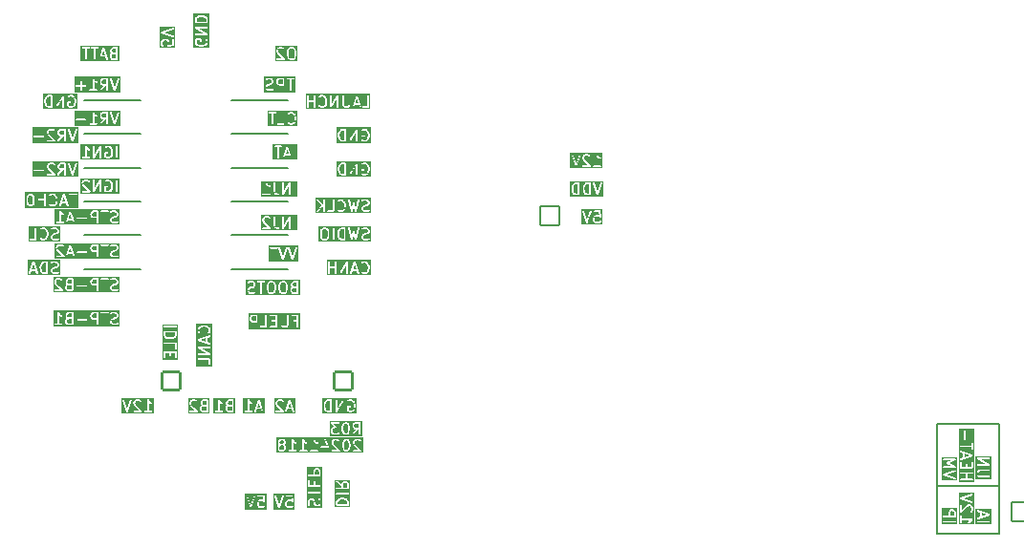
<source format=gbr>
%TF.GenerationSoftware,KiCad,Pcbnew,8.0.6*%
%TF.CreationDate,2024-11-18T15:03:55+07:00*%
%TF.ProjectId,NO2C,4e4f3243-2e6b-4696-9361-645f70636258,vD1*%
%TF.SameCoordinates,Original*%
%TF.FileFunction,Legend,Bot*%
%TF.FilePolarity,Positive*%
%FSLAX46Y46*%
G04 Gerber Fmt 4.6, Leading zero omitted, Abs format (unit mm)*
G04 Created by KiCad (PCBNEW 8.0.6) date 2024-11-18 15:03:55*
%MOMM*%
%LPD*%
G01*
G04 APERTURE LIST*
G04 Aperture macros list*
%AMRoundRect*
0 Rectangle with rounded corners*
0 $1 Rounding radius*
0 $2 $3 $4 $5 $6 $7 $8 $9 X,Y pos of 4 corners*
0 Add a 4 corners polygon primitive as box body*
4,1,4,$2,$3,$4,$5,$6,$7,$8,$9,$2,$3,0*
0 Add four circle primitives for the rounded corners*
1,1,$1+$1,$2,$3*
1,1,$1+$1,$4,$5*
1,1,$1+$1,$6,$7*
1,1,$1+$1,$8,$9*
0 Add four rect primitives between the rounded corners*
20,1,$1+$1,$2,$3,$4,$5,0*
20,1,$1+$1,$4,$5,$6,$7,0*
20,1,$1+$1,$6,$7,$8,$9,0*
20,1,$1+$1,$8,$9,$2,$3,0*%
G04 Aperture macros list end*
%ADD10C,0.150000*%
%ADD11RoundRect,0.101600X0.850000X-0.850000X0.850000X0.850000X-0.850000X0.850000X-0.850000X-0.850000X0*%
%ADD12O,1.903200X1.903200*%
%ADD13O,1.803200X1.803200*%
%ADD14RoundRect,0.101600X0.800000X-0.800000X0.800000X0.800000X-0.800000X0.800000X-0.800000X-0.800000X0*%
%ADD15C,2.453200*%
%ADD16C,5.303200*%
%ADD17RoundRect,0.101600X0.850000X0.850000X-0.850000X0.850000X-0.850000X-0.850000X0.850000X-0.850000X0*%
%ADD18C,1.003200*%
%ADD19C,6.603200*%
%ADD20C,0.853200*%
%ADD21O,2.303200X1.203200*%
%ADD22O,2.003200X1.203200*%
%ADD23RoundRect,0.101600X-0.850000X0.850000X-0.850000X-0.850000X0.850000X-0.850000X0.850000X0.850000X0*%
G04 APERTURE END LIST*
D10*
G36*
X29040601Y35955181D02*
G01*
X28889676Y35955181D01*
X28775163Y35993352D01*
X28701050Y36067466D01*
X28662556Y36144453D01*
X28619173Y36317987D01*
X28619173Y36442376D01*
X28662556Y36615910D01*
X28701050Y36692897D01*
X28775163Y36767010D01*
X28889676Y36805181D01*
X29040601Y36805181D01*
X29040601Y35955181D01*
G37*
G36*
X31396950Y35694070D02*
G01*
X28358062Y35694070D01*
X28358062Y36451610D01*
X28469173Y36451610D01*
X28469173Y36308753D01*
X28469424Y36306200D01*
X28469262Y36305107D01*
X28470071Y36299634D01*
X28470614Y36294121D01*
X28471036Y36293100D01*
X28471412Y36290563D01*
X28519031Y36100087D01*
X28519416Y36099008D01*
X28519455Y36098468D01*
X28521782Y36092387D01*
X28523978Y36086241D01*
X28524300Y36085806D01*
X28524710Y36084736D01*
X28572329Y35989498D01*
X28576292Y35983202D01*
X28577050Y35981372D01*
X28578739Y35979314D01*
X28580161Y35977055D01*
X28581659Y35975756D01*
X28586378Y35970006D01*
X28681616Y35874767D01*
X28692981Y35865439D01*
X28695471Y35864408D01*
X28697506Y35862643D01*
X28710932Y35856649D01*
X28853788Y35809030D01*
X28861043Y35807381D01*
X28862874Y35806622D01*
X28865527Y35806361D01*
X28868125Y35805770D01*
X28870099Y35805911D01*
X28877506Y35805181D01*
X29115601Y35805181D01*
X29130233Y35806622D01*
X29157269Y35817821D01*
X29177961Y35838513D01*
X29189160Y35865549D01*
X29190601Y35880181D01*
X29190601Y36880181D01*
X29516792Y36880181D01*
X29516792Y35880181D01*
X29517162Y35876418D01*
X29516975Y35874942D01*
X29517496Y35873032D01*
X29518233Y35865549D01*
X29522050Y35856334D01*
X29524675Y35846710D01*
X29527602Y35842930D01*
X29529432Y35838513D01*
X29536482Y35831463D01*
X29542592Y35823573D01*
X29546745Y35821200D01*
X29550124Y35817821D01*
X29559336Y35814005D01*
X29568001Y35809054D01*
X29572744Y35808452D01*
X29577160Y35806622D01*
X29587134Y35806622D01*
X29597031Y35805364D01*
X29601643Y35806622D01*
X29606424Y35806622D01*
X29615639Y35810440D01*
X29625263Y35813064D01*
X29629043Y35815992D01*
X29633460Y35817821D01*
X29640510Y35824872D01*
X29648400Y35830981D01*
X29652752Y35837114D01*
X29654152Y35838513D01*
X29654721Y35839888D01*
X29656910Y35842971D01*
X30088220Y36597765D01*
X30088220Y35880181D01*
X30089661Y35865549D01*
X30100860Y35838513D01*
X30121552Y35817821D01*
X30148588Y35806622D01*
X30177852Y35806622D01*
X30204888Y35817821D01*
X30225580Y35838513D01*
X30236779Y35865549D01*
X30238220Y35880181D01*
X30238220Y36308753D01*
X30516792Y36308753D01*
X30516792Y35975420D01*
X30518233Y35960788D01*
X30522150Y35951332D01*
X30529431Y35933753D01*
X30538758Y35922388D01*
X30586377Y35874768D01*
X30597743Y35865440D01*
X30600231Y35864410D01*
X30602268Y35862643D01*
X30615694Y35856649D01*
X30758550Y35809030D01*
X30765805Y35807381D01*
X30767636Y35806622D01*
X30770289Y35806361D01*
X30772887Y35805770D01*
X30774861Y35805911D01*
X30782268Y35805181D01*
X30877506Y35805181D01*
X30884911Y35805911D01*
X30886886Y35805770D01*
X30889483Y35806361D01*
X30892138Y35806622D01*
X30893969Y35807381D01*
X30901223Y35809030D01*
X31044080Y35856649D01*
X31057505Y35862643D01*
X31059540Y35864409D01*
X31062031Y35865440D01*
X31073396Y35874767D01*
X31168635Y35970007D01*
X31173352Y35975756D01*
X31174851Y35977055D01*
X31176272Y35979314D01*
X31177962Y35981372D01*
X31178719Y35983202D01*
X31182683Y35989498D01*
X31230302Y36084736D01*
X31230711Y36085806D01*
X31231034Y36086241D01*
X31233226Y36092378D01*
X31235557Y36098467D01*
X31235595Y36099008D01*
X31235981Y36100087D01*
X31283600Y36290563D01*
X31283975Y36293100D01*
X31284398Y36294121D01*
X31284940Y36299634D01*
X31285750Y36305107D01*
X31285587Y36306200D01*
X31285839Y36308753D01*
X31285839Y36451610D01*
X31285587Y36454164D01*
X31285750Y36455256D01*
X31284940Y36460730D01*
X31284398Y36466242D01*
X31283975Y36467264D01*
X31283600Y36469800D01*
X31235981Y36660276D01*
X31235595Y36661356D01*
X31235557Y36661896D01*
X31233226Y36667986D01*
X31231034Y36674122D01*
X31230711Y36674558D01*
X31230302Y36675627D01*
X31182683Y36770865D01*
X31178720Y36777160D01*
X31177962Y36778992D01*
X31176270Y36781054D01*
X31174851Y36783308D01*
X31173354Y36784607D01*
X31168634Y36790357D01*
X31073396Y36885595D01*
X31062031Y36894922D01*
X31059540Y36895954D01*
X31057505Y36897719D01*
X31044080Y36903713D01*
X30901223Y36951332D01*
X30893969Y36952982D01*
X30892138Y36953740D01*
X30889483Y36954002D01*
X30886886Y36954592D01*
X30884911Y36954452D01*
X30877506Y36955181D01*
X30734649Y36955181D01*
X30720017Y36953740D01*
X30717528Y36952710D01*
X30714839Y36952518D01*
X30701108Y36947263D01*
X30605870Y36899644D01*
X30593427Y36891812D01*
X30574254Y36869704D01*
X30565000Y36841943D01*
X30567074Y36812753D01*
X30580161Y36786578D01*
X30602269Y36767405D01*
X30630030Y36758151D01*
X30659220Y36760225D01*
X30672952Y36765480D01*
X30752354Y36805181D01*
X30865336Y36805181D01*
X30979849Y36767010D01*
X31053962Y36692897D01*
X31092455Y36615910D01*
X31135839Y36442376D01*
X31135839Y36317987D01*
X31092455Y36144453D01*
X31053961Y36067466D01*
X30979849Y35993353D01*
X30865336Y35955181D01*
X30794438Y35955181D01*
X30679925Y35993352D01*
X30666792Y36006486D01*
X30666792Y36233753D01*
X30782268Y36233753D01*
X30796900Y36235194D01*
X30823936Y36246393D01*
X30844628Y36267085D01*
X30855827Y36294121D01*
X30855827Y36323385D01*
X30844628Y36350421D01*
X30823936Y36371113D01*
X30796900Y36382312D01*
X30782268Y36383753D01*
X30591792Y36383753D01*
X30577160Y36382312D01*
X30550124Y36371113D01*
X30529432Y36350421D01*
X30518233Y36323385D01*
X30516792Y36308753D01*
X30238220Y36308753D01*
X30238220Y36880181D01*
X30237849Y36883945D01*
X30238037Y36885420D01*
X30237515Y36887331D01*
X30236779Y36894813D01*
X30232961Y36904029D01*
X30230337Y36913652D01*
X30227409Y36917433D01*
X30225580Y36921849D01*
X30218529Y36928900D01*
X30212420Y36936789D01*
X30208266Y36939163D01*
X30204888Y36942541D01*
X30195675Y36946358D01*
X30187011Y36951308D01*
X30182267Y36951911D01*
X30177852Y36953740D01*
X30167878Y36953740D01*
X30157981Y36954998D01*
X30153369Y36953740D01*
X30148588Y36953740D01*
X30139371Y36949923D01*
X30129750Y36947298D01*
X30125970Y36944372D01*
X30121552Y36942541D01*
X30114500Y36935490D01*
X30106612Y36929381D01*
X30102257Y36923247D01*
X30100860Y36921849D01*
X30100291Y36920477D01*
X30098102Y36917392D01*
X29666792Y36162598D01*
X29666792Y36880181D01*
X29665351Y36894813D01*
X29654152Y36921849D01*
X29633460Y36942541D01*
X29606424Y36953740D01*
X29577160Y36953740D01*
X29550124Y36942541D01*
X29529432Y36921849D01*
X29518233Y36894813D01*
X29516792Y36880181D01*
X29190601Y36880181D01*
X29189160Y36894813D01*
X29177961Y36921849D01*
X29157269Y36942541D01*
X29130233Y36953740D01*
X29115601Y36955181D01*
X28877506Y36955181D01*
X28870099Y36954452D01*
X28868125Y36954592D01*
X28865527Y36954002D01*
X28862874Y36953740D01*
X28861043Y36952982D01*
X28853788Y36951332D01*
X28710932Y36903713D01*
X28697506Y36897719D01*
X28695471Y36895955D01*
X28692981Y36894923D01*
X28681616Y36885595D01*
X28586378Y36790357D01*
X28581659Y36784608D01*
X28580161Y36783308D01*
X28578739Y36781049D01*
X28577051Y36778992D01*
X28576293Y36777165D01*
X28572329Y36770865D01*
X28524710Y36675627D01*
X28524300Y36674558D01*
X28523978Y36674122D01*
X28521782Y36667977D01*
X28519455Y36661895D01*
X28519416Y36661356D01*
X28519031Y36660276D01*
X28471412Y36469800D01*
X28471036Y36467264D01*
X28470614Y36466242D01*
X28470071Y36460730D01*
X28469262Y36455256D01*
X28469424Y36454164D01*
X28469173Y36451610D01*
X28358062Y36451610D01*
X28358062Y37066292D01*
X31396950Y37066292D01*
X31396950Y35694070D01*
G37*
G36*
X29040601Y32955181D02*
G01*
X28889676Y32955181D01*
X28775163Y32993352D01*
X28701050Y33067466D01*
X28662556Y33144453D01*
X28619173Y33317987D01*
X28619173Y33442376D01*
X28662556Y33615910D01*
X28701050Y33692897D01*
X28775163Y33767010D01*
X28889676Y33805181D01*
X29040601Y33805181D01*
X29040601Y32955181D01*
G37*
G36*
X31396950Y32694070D02*
G01*
X28358062Y32694070D01*
X28358062Y33451610D01*
X28469173Y33451610D01*
X28469173Y33308753D01*
X28469424Y33306200D01*
X28469262Y33305107D01*
X28470071Y33299634D01*
X28470614Y33294121D01*
X28471036Y33293100D01*
X28471412Y33290563D01*
X28519031Y33100087D01*
X28519416Y33099008D01*
X28519455Y33098468D01*
X28521782Y33092387D01*
X28523978Y33086241D01*
X28524300Y33085806D01*
X28524710Y33084736D01*
X28572329Y32989498D01*
X28576292Y32983202D01*
X28577050Y32981372D01*
X28578739Y32979314D01*
X28580161Y32977055D01*
X28581659Y32975756D01*
X28586378Y32970006D01*
X28681616Y32874767D01*
X28692981Y32865439D01*
X28695471Y32864408D01*
X28697506Y32862643D01*
X28710932Y32856649D01*
X28853788Y32809030D01*
X28861043Y32807381D01*
X28862874Y32806622D01*
X28865527Y32806361D01*
X28868125Y32805770D01*
X28870099Y32805911D01*
X28877506Y32805181D01*
X29115601Y32805181D01*
X29130233Y32806622D01*
X29157269Y32817821D01*
X29177961Y32838513D01*
X29189160Y32865549D01*
X29190601Y32880181D01*
X29190601Y33880181D01*
X29516792Y33880181D01*
X29516792Y32880181D01*
X29517162Y32876418D01*
X29516975Y32874942D01*
X29517496Y32873032D01*
X29518233Y32865549D01*
X29522050Y32856334D01*
X29524675Y32846710D01*
X29527602Y32842930D01*
X29529432Y32838513D01*
X29536482Y32831463D01*
X29542592Y32823573D01*
X29546745Y32821200D01*
X29550124Y32817821D01*
X29559336Y32814005D01*
X29568001Y32809054D01*
X29572744Y32808452D01*
X29577160Y32806622D01*
X29587134Y32806622D01*
X29597031Y32805364D01*
X29601643Y32806622D01*
X29606424Y32806622D01*
X29615639Y32810440D01*
X29625263Y32813064D01*
X29629043Y32815992D01*
X29633460Y32817821D01*
X29640510Y32824872D01*
X29648400Y32830981D01*
X29652752Y32837114D01*
X29654152Y32838513D01*
X29654721Y32839888D01*
X29656910Y32842971D01*
X30088220Y33597765D01*
X30088220Y32880181D01*
X30089661Y32865549D01*
X30100860Y32838513D01*
X30121552Y32817821D01*
X30148588Y32806622D01*
X30177852Y32806622D01*
X30204888Y32817821D01*
X30225580Y32838513D01*
X30236779Y32865549D01*
X30238220Y32880181D01*
X30238220Y33308753D01*
X30516792Y33308753D01*
X30516792Y32975420D01*
X30518233Y32960788D01*
X30522150Y32951332D01*
X30529431Y32933753D01*
X30538758Y32922388D01*
X30586377Y32874768D01*
X30597743Y32865440D01*
X30600231Y32864410D01*
X30602268Y32862643D01*
X30615694Y32856649D01*
X30758550Y32809030D01*
X30765805Y32807381D01*
X30767636Y32806622D01*
X30770289Y32806361D01*
X30772887Y32805770D01*
X30774861Y32805911D01*
X30782268Y32805181D01*
X30877506Y32805181D01*
X30884911Y32805911D01*
X30886886Y32805770D01*
X30889483Y32806361D01*
X30892138Y32806622D01*
X30893969Y32807381D01*
X30901223Y32809030D01*
X31044080Y32856649D01*
X31057505Y32862643D01*
X31059540Y32864409D01*
X31062031Y32865440D01*
X31073396Y32874767D01*
X31168635Y32970007D01*
X31173352Y32975756D01*
X31174851Y32977055D01*
X31176272Y32979314D01*
X31177962Y32981372D01*
X31178719Y32983202D01*
X31182683Y32989498D01*
X31230302Y33084736D01*
X31230711Y33085806D01*
X31231034Y33086241D01*
X31233226Y33092378D01*
X31235557Y33098467D01*
X31235595Y33099008D01*
X31235981Y33100087D01*
X31283600Y33290563D01*
X31283975Y33293100D01*
X31284398Y33294121D01*
X31284940Y33299634D01*
X31285750Y33305107D01*
X31285587Y33306200D01*
X31285839Y33308753D01*
X31285839Y33451610D01*
X31285587Y33454164D01*
X31285750Y33455256D01*
X31284940Y33460730D01*
X31284398Y33466242D01*
X31283975Y33467264D01*
X31283600Y33469800D01*
X31235981Y33660276D01*
X31235595Y33661356D01*
X31235557Y33661896D01*
X31233226Y33667986D01*
X31231034Y33674122D01*
X31230711Y33674558D01*
X31230302Y33675627D01*
X31182683Y33770865D01*
X31178720Y33777160D01*
X31177962Y33778992D01*
X31176270Y33781054D01*
X31174851Y33783308D01*
X31173354Y33784607D01*
X31168634Y33790357D01*
X31073396Y33885595D01*
X31062031Y33894922D01*
X31059540Y33895954D01*
X31057505Y33897719D01*
X31044080Y33903713D01*
X30901223Y33951332D01*
X30893969Y33952982D01*
X30892138Y33953740D01*
X30889483Y33954002D01*
X30886886Y33954592D01*
X30884911Y33954452D01*
X30877506Y33955181D01*
X30734649Y33955181D01*
X30720017Y33953740D01*
X30717528Y33952710D01*
X30714839Y33952518D01*
X30701108Y33947263D01*
X30605870Y33899644D01*
X30593427Y33891812D01*
X30574254Y33869704D01*
X30565000Y33841943D01*
X30567074Y33812753D01*
X30580161Y33786578D01*
X30602269Y33767405D01*
X30630030Y33758151D01*
X30659220Y33760225D01*
X30672952Y33765480D01*
X30752354Y33805181D01*
X30865336Y33805181D01*
X30979849Y33767010D01*
X31053962Y33692897D01*
X31092455Y33615910D01*
X31135839Y33442376D01*
X31135839Y33317987D01*
X31092455Y33144453D01*
X31053961Y33067466D01*
X30979849Y32993353D01*
X30865336Y32955181D01*
X30794438Y32955181D01*
X30679925Y32993352D01*
X30666792Y33006486D01*
X30666792Y33233753D01*
X30782268Y33233753D01*
X30796900Y33235194D01*
X30823936Y33246393D01*
X30844628Y33267085D01*
X30855827Y33294121D01*
X30855827Y33323385D01*
X30844628Y33350421D01*
X30823936Y33371113D01*
X30796900Y33382312D01*
X30782268Y33383753D01*
X30591792Y33383753D01*
X30577160Y33382312D01*
X30550124Y33371113D01*
X30529432Y33350421D01*
X30518233Y33323385D01*
X30516792Y33308753D01*
X30238220Y33308753D01*
X30238220Y33880181D01*
X30237849Y33883945D01*
X30238037Y33885420D01*
X30237515Y33887331D01*
X30236779Y33894813D01*
X30232961Y33904029D01*
X30230337Y33913652D01*
X30227409Y33917433D01*
X30225580Y33921849D01*
X30218529Y33928900D01*
X30212420Y33936789D01*
X30208266Y33939163D01*
X30204888Y33942541D01*
X30195675Y33946358D01*
X30187011Y33951308D01*
X30182267Y33951911D01*
X30177852Y33953740D01*
X30167878Y33953740D01*
X30157981Y33954998D01*
X30153369Y33953740D01*
X30148588Y33953740D01*
X30139371Y33949923D01*
X30129750Y33947298D01*
X30125970Y33944372D01*
X30121552Y33942541D01*
X30114500Y33935490D01*
X30106612Y33929381D01*
X30102257Y33923247D01*
X30100860Y33921849D01*
X30100291Y33920477D01*
X30098102Y33917392D01*
X29666792Y33162598D01*
X29666792Y33880181D01*
X29665351Y33894813D01*
X29654152Y33921849D01*
X29633460Y33942541D01*
X29606424Y33953740D01*
X29577160Y33953740D01*
X29550124Y33942541D01*
X29529432Y33921849D01*
X29518233Y33894813D01*
X29516792Y33880181D01*
X29190601Y33880181D01*
X29189160Y33894813D01*
X29177961Y33921849D01*
X29157269Y33942541D01*
X29130233Y33953740D01*
X29115601Y33955181D01*
X28877506Y33955181D01*
X28870099Y33954452D01*
X28868125Y33954592D01*
X28865527Y33954002D01*
X28862874Y33953740D01*
X28861043Y33952982D01*
X28853788Y33951332D01*
X28710932Y33903713D01*
X28697506Y33897719D01*
X28695471Y33895955D01*
X28692981Y33894923D01*
X28681616Y33885595D01*
X28586378Y33790357D01*
X28581659Y33784608D01*
X28580161Y33783308D01*
X28578739Y33781049D01*
X28577051Y33778992D01*
X28576293Y33777165D01*
X28572329Y33770865D01*
X28524710Y33675627D01*
X28524300Y33674558D01*
X28523978Y33674122D01*
X28521782Y33667977D01*
X28519455Y33661895D01*
X28519416Y33661356D01*
X28519031Y33660276D01*
X28471412Y33469800D01*
X28471036Y33467264D01*
X28470614Y33466242D01*
X28470071Y33460730D01*
X28469262Y33455256D01*
X28469424Y33454164D01*
X28469173Y33451610D01*
X28358062Y33451610D01*
X28358062Y34066292D01*
X31396950Y34066292D01*
X31396950Y32694070D01*
G37*
X24000000Y27500000D02*
X19000000Y27500000D01*
X24000000Y36500000D02*
X19000000Y36500000D01*
X24000000Y39500000D02*
X19000000Y39500000D01*
X24000000Y30500000D02*
X19000000Y30500000D01*
X24000000Y24500000D02*
X19000000Y24500000D01*
X24000000Y33500000D02*
X19000000Y33500000D01*
G36*
X3896950Y26944070D02*
G01*
X1049979Y26944070D01*
X1049979Y27144813D01*
X1161090Y27144813D01*
X1161090Y27115549D01*
X1172289Y27088513D01*
X1192981Y27067821D01*
X1220017Y27056622D01*
X1234649Y27055181D01*
X1710839Y27055181D01*
X1725471Y27056622D01*
X1752507Y27067821D01*
X1773199Y27088513D01*
X1784398Y27115549D01*
X1785839Y27130181D01*
X1785839Y28049574D01*
X2065852Y28049574D01*
X2065852Y28020312D01*
X2077051Y27993275D01*
X2097743Y27972583D01*
X2124780Y27961384D01*
X2154042Y27961384D01*
X2181079Y27972583D01*
X2192444Y27981910D01*
X2227544Y28017010D01*
X2342057Y28055181D01*
X2412955Y28055181D01*
X2527468Y28017010D01*
X2601581Y27942897D01*
X2640074Y27865910D01*
X2683458Y27692376D01*
X2683458Y27567987D01*
X2640074Y27394453D01*
X2601580Y27317466D01*
X2527468Y27243353D01*
X2412955Y27205181D01*
X2342057Y27205181D01*
X2227544Y27243352D01*
X2192445Y27278452D01*
X2181079Y27287780D01*
X2154043Y27298979D01*
X2124780Y27298979D01*
X2097744Y27287781D01*
X2077051Y27267088D01*
X2065852Y27240052D01*
X2065852Y27210789D01*
X2077050Y27183753D01*
X2086377Y27172388D01*
X2133996Y27124768D01*
X2145362Y27115440D01*
X2147850Y27114410D01*
X2149887Y27112643D01*
X2163313Y27106649D01*
X2306169Y27059030D01*
X2313424Y27057381D01*
X2315255Y27056622D01*
X2317908Y27056361D01*
X2320506Y27055770D01*
X2322480Y27055911D01*
X2329887Y27055181D01*
X2425125Y27055181D01*
X2432530Y27055911D01*
X2434505Y27055770D01*
X2437102Y27056361D01*
X2439757Y27056622D01*
X2441588Y27057381D01*
X2448842Y27059030D01*
X2591699Y27106649D01*
X2605124Y27112643D01*
X2607159Y27114409D01*
X2609650Y27115440D01*
X2621015Y27124767D01*
X2716254Y27220007D01*
X2720971Y27225756D01*
X2722470Y27227055D01*
X2723891Y27229314D01*
X2725581Y27231372D01*
X2726338Y27233202D01*
X2730302Y27239498D01*
X2777921Y27334736D01*
X2778330Y27335806D01*
X2778653Y27336241D01*
X2780845Y27342378D01*
X2783176Y27348467D01*
X2783214Y27349008D01*
X2783600Y27350087D01*
X2800052Y27415896D01*
X3064411Y27415896D01*
X3064411Y27320658D01*
X3065852Y27306026D01*
X3066883Y27303537D01*
X3067074Y27300849D01*
X3072329Y27287117D01*
X3119948Y27191879D01*
X3123911Y27185583D01*
X3124669Y27183753D01*
X3126358Y27181695D01*
X3127780Y27179436D01*
X3129278Y27178137D01*
X3133996Y27172388D01*
X3181615Y27124768D01*
X3187364Y27120050D01*
X3188665Y27118550D01*
X3190924Y27117128D01*
X3192981Y27115440D01*
X3194808Y27114683D01*
X3201108Y27110718D01*
X3296346Y27063099D01*
X3310077Y27057844D01*
X3312766Y27057653D01*
X3315255Y27056622D01*
X3329887Y27055181D01*
X3567982Y27055181D01*
X3575387Y27055911D01*
X3577362Y27055770D01*
X3579959Y27056361D01*
X3582614Y27056622D01*
X3584445Y27057381D01*
X3591699Y27059030D01*
X3734556Y27106649D01*
X3747981Y27112643D01*
X3770088Y27131817D01*
X3783175Y27157990D01*
X3785250Y27187180D01*
X3775996Y27214942D01*
X3756822Y27237050D01*
X3730648Y27250136D01*
X3701458Y27252211D01*
X3687121Y27248951D01*
X3555812Y27205181D01*
X3347592Y27205181D01*
X3279076Y27239439D01*
X3248669Y27269847D01*
X3214411Y27338363D01*
X3214411Y27398191D01*
X3248669Y27466707D01*
X3279076Y27497114D01*
X3356063Y27535608D01*
X3538553Y27581230D01*
X3539632Y27581616D01*
X3540172Y27581654D01*
X3546253Y27583982D01*
X3552399Y27586177D01*
X3552834Y27586500D01*
X3553904Y27586909D01*
X3649142Y27634528D01*
X3655441Y27638493D01*
X3657269Y27639250D01*
X3659325Y27640939D01*
X3661585Y27642360D01*
X3662884Y27643859D01*
X3668634Y27648577D01*
X3716253Y27696196D01*
X3720971Y27701946D01*
X3722470Y27703245D01*
X3723891Y27705505D01*
X3725580Y27707561D01*
X3726337Y27709389D01*
X3730302Y27715688D01*
X3777921Y27810926D01*
X3783176Y27824657D01*
X3783367Y27827347D01*
X3784398Y27829835D01*
X3785839Y27844467D01*
X3785839Y27939705D01*
X3784398Y27954337D01*
X3783367Y27956826D01*
X3783176Y27959515D01*
X3777921Y27973246D01*
X3730302Y28068484D01*
X3726337Y28074784D01*
X3725580Y28076611D01*
X3723891Y28078668D01*
X3722470Y28080927D01*
X3720971Y28082227D01*
X3716253Y28087976D01*
X3668634Y28135595D01*
X3662884Y28140314D01*
X3661585Y28141812D01*
X3659325Y28143234D01*
X3657269Y28144922D01*
X3655441Y28145680D01*
X3649142Y28149644D01*
X3553904Y28197263D01*
X3540172Y28202518D01*
X3537484Y28202709D01*
X3534995Y28203740D01*
X3520363Y28205181D01*
X3282268Y28205181D01*
X3274861Y28204452D01*
X3272887Y28204592D01*
X3270289Y28204002D01*
X3267636Y28203740D01*
X3265805Y28202982D01*
X3258550Y28201332D01*
X3115694Y28153713D01*
X3102268Y28147719D01*
X3080161Y28128545D01*
X3067075Y28102372D01*
X3065000Y28073182D01*
X3074254Y28045419D01*
X3093428Y28023312D01*
X3119601Y28010226D01*
X3148791Y28008151D01*
X3163128Y28011411D01*
X3294438Y28055181D01*
X3502658Y28055181D01*
X3571174Y28020923D01*
X3601581Y27990516D01*
X3635839Y27922000D01*
X3635839Y27862172D01*
X3601581Y27793656D01*
X3571174Y27763249D01*
X3494187Y27724756D01*
X3311697Y27679133D01*
X3310617Y27678748D01*
X3310077Y27678709D01*
X3303987Y27676379D01*
X3297851Y27674186D01*
X3297415Y27673864D01*
X3296346Y27673454D01*
X3201108Y27625835D01*
X3194808Y27621871D01*
X3192981Y27621113D01*
X3190924Y27619425D01*
X3188665Y27618003D01*
X3187365Y27616505D01*
X3181616Y27611786D01*
X3133997Y27564167D01*
X3129278Y27558418D01*
X3127780Y27557118D01*
X3126358Y27554859D01*
X3124670Y27552802D01*
X3123912Y27550975D01*
X3119948Y27544675D01*
X3072329Y27449437D01*
X3067074Y27435705D01*
X3066883Y27433018D01*
X3065852Y27430528D01*
X3064411Y27415896D01*
X2800052Y27415896D01*
X2831219Y27540563D01*
X2831594Y27543100D01*
X2832017Y27544121D01*
X2832559Y27549634D01*
X2833369Y27555107D01*
X2833206Y27556200D01*
X2833458Y27558753D01*
X2833458Y27701610D01*
X2833206Y27704164D01*
X2833369Y27705256D01*
X2832559Y27710730D01*
X2832017Y27716242D01*
X2831594Y27717264D01*
X2831219Y27719800D01*
X2783600Y27910276D01*
X2783214Y27911356D01*
X2783176Y27911896D01*
X2780845Y27917986D01*
X2778653Y27924122D01*
X2778330Y27924558D01*
X2777921Y27925627D01*
X2730302Y28020865D01*
X2726339Y28027160D01*
X2725581Y28028992D01*
X2723889Y28031054D01*
X2722470Y28033308D01*
X2720973Y28034607D01*
X2716253Y28040357D01*
X2621015Y28135595D01*
X2609650Y28144922D01*
X2607159Y28145954D01*
X2605124Y28147719D01*
X2591699Y28153713D01*
X2448842Y28201332D01*
X2441588Y28202982D01*
X2439757Y28203740D01*
X2437102Y28204002D01*
X2434505Y28204592D01*
X2432530Y28204452D01*
X2425125Y28205181D01*
X2329887Y28205181D01*
X2322480Y28204452D01*
X2320506Y28204592D01*
X2317908Y28204002D01*
X2315255Y28203740D01*
X2313424Y28202982D01*
X2306169Y28201332D01*
X2163313Y28153713D01*
X2149887Y28147719D01*
X2147850Y28145953D01*
X2145362Y28144922D01*
X2133997Y28135595D01*
X2086378Y28087976D01*
X2077051Y28076611D01*
X2065852Y28049574D01*
X1785839Y28049574D01*
X1785839Y28130181D01*
X1784398Y28144813D01*
X1773199Y28171849D01*
X1752507Y28192541D01*
X1725471Y28203740D01*
X1696207Y28203740D01*
X1669171Y28192541D01*
X1648479Y28171849D01*
X1637280Y28144813D01*
X1635839Y28130181D01*
X1635839Y27205181D01*
X1234649Y27205181D01*
X1220017Y27203740D01*
X1192981Y27192541D01*
X1172289Y27171849D01*
X1161090Y27144813D01*
X1049979Y27144813D01*
X1049979Y28316292D01*
X3896950Y28316292D01*
X3896950Y26944070D01*
G37*
X11000000Y24500000D02*
X6000000Y24500000D01*
X11000000Y27500000D02*
X6000000Y27500000D01*
X11000000Y30500000D02*
X6000000Y30500000D01*
X11000000Y33500000D02*
X6000000Y33500000D01*
X11000000Y36500000D02*
X6000000Y36500000D01*
X11000000Y39500000D02*
X6000000Y39500000D01*
G36*
X3040601Y38955181D02*
G01*
X2889676Y38955181D01*
X2775163Y38993352D01*
X2701050Y39067466D01*
X2662556Y39144453D01*
X2619173Y39317987D01*
X2619173Y39442376D01*
X2662556Y39615910D01*
X2701050Y39692897D01*
X2775163Y39767010D01*
X2889676Y39805181D01*
X3040601Y39805181D01*
X3040601Y38955181D01*
G37*
G36*
X5396950Y38694070D02*
G01*
X2358062Y38694070D01*
X2358062Y39451610D01*
X2469173Y39451610D01*
X2469173Y39308753D01*
X2469424Y39306200D01*
X2469262Y39305107D01*
X2470071Y39299634D01*
X2470614Y39294121D01*
X2471036Y39293100D01*
X2471412Y39290563D01*
X2519031Y39100087D01*
X2519416Y39099008D01*
X2519455Y39098468D01*
X2521782Y39092387D01*
X2523978Y39086241D01*
X2524300Y39085806D01*
X2524710Y39084736D01*
X2572329Y38989498D01*
X2576292Y38983202D01*
X2577050Y38981372D01*
X2578739Y38979314D01*
X2580161Y38977055D01*
X2581659Y38975756D01*
X2586378Y38970006D01*
X2681616Y38874767D01*
X2692981Y38865439D01*
X2695471Y38864408D01*
X2697506Y38862643D01*
X2710932Y38856649D01*
X2853788Y38809030D01*
X2861043Y38807381D01*
X2862874Y38806622D01*
X2865527Y38806361D01*
X2868125Y38805770D01*
X2870099Y38805911D01*
X2877506Y38805181D01*
X3115601Y38805181D01*
X3130233Y38806622D01*
X3157269Y38817821D01*
X3177961Y38838513D01*
X3189160Y38865549D01*
X3190601Y38880181D01*
X3190601Y39880181D01*
X3516792Y39880181D01*
X3516792Y38880181D01*
X3517162Y38876418D01*
X3516975Y38874942D01*
X3517496Y38873032D01*
X3518233Y38865549D01*
X3522050Y38856334D01*
X3524675Y38846710D01*
X3527602Y38842930D01*
X3529432Y38838513D01*
X3536482Y38831463D01*
X3542592Y38823573D01*
X3546745Y38821200D01*
X3550124Y38817821D01*
X3559336Y38814005D01*
X3568001Y38809054D01*
X3572744Y38808452D01*
X3577160Y38806622D01*
X3587134Y38806622D01*
X3597031Y38805364D01*
X3601643Y38806622D01*
X3606424Y38806622D01*
X3615639Y38810440D01*
X3625263Y38813064D01*
X3629043Y38815992D01*
X3633460Y38817821D01*
X3640510Y38824872D01*
X3648400Y38830981D01*
X3652752Y38837114D01*
X3654152Y38838513D01*
X3654721Y38839888D01*
X3656910Y38842971D01*
X4088220Y39597765D01*
X4088220Y38880181D01*
X4089661Y38865549D01*
X4100860Y38838513D01*
X4121552Y38817821D01*
X4148588Y38806622D01*
X4177852Y38806622D01*
X4204888Y38817821D01*
X4225580Y38838513D01*
X4236779Y38865549D01*
X4238220Y38880181D01*
X4238220Y39308753D01*
X4516792Y39308753D01*
X4516792Y38975420D01*
X4518233Y38960788D01*
X4522150Y38951332D01*
X4529431Y38933753D01*
X4538758Y38922388D01*
X4586377Y38874768D01*
X4597743Y38865440D01*
X4600231Y38864410D01*
X4602268Y38862643D01*
X4615694Y38856649D01*
X4758550Y38809030D01*
X4765805Y38807381D01*
X4767636Y38806622D01*
X4770289Y38806361D01*
X4772887Y38805770D01*
X4774861Y38805911D01*
X4782268Y38805181D01*
X4877506Y38805181D01*
X4884911Y38805911D01*
X4886886Y38805770D01*
X4889483Y38806361D01*
X4892138Y38806622D01*
X4893969Y38807381D01*
X4901223Y38809030D01*
X5044080Y38856649D01*
X5057505Y38862643D01*
X5059540Y38864409D01*
X5062031Y38865440D01*
X5073396Y38874767D01*
X5168635Y38970007D01*
X5173352Y38975756D01*
X5174851Y38977055D01*
X5176272Y38979314D01*
X5177962Y38981372D01*
X5178719Y38983202D01*
X5182683Y38989498D01*
X5230302Y39084736D01*
X5230711Y39085806D01*
X5231034Y39086241D01*
X5233226Y39092378D01*
X5235557Y39098467D01*
X5235595Y39099008D01*
X5235981Y39100087D01*
X5283600Y39290563D01*
X5283975Y39293100D01*
X5284398Y39294121D01*
X5284940Y39299634D01*
X5285750Y39305107D01*
X5285587Y39306200D01*
X5285839Y39308753D01*
X5285839Y39451610D01*
X5285587Y39454164D01*
X5285750Y39455256D01*
X5284940Y39460730D01*
X5284398Y39466242D01*
X5283975Y39467264D01*
X5283600Y39469800D01*
X5235981Y39660276D01*
X5235595Y39661356D01*
X5235557Y39661896D01*
X5233226Y39667986D01*
X5231034Y39674122D01*
X5230711Y39674558D01*
X5230302Y39675627D01*
X5182683Y39770865D01*
X5178720Y39777160D01*
X5177962Y39778992D01*
X5176270Y39781054D01*
X5174851Y39783308D01*
X5173354Y39784607D01*
X5168634Y39790357D01*
X5073396Y39885595D01*
X5062031Y39894922D01*
X5059540Y39895954D01*
X5057505Y39897719D01*
X5044080Y39903713D01*
X4901223Y39951332D01*
X4893969Y39952982D01*
X4892138Y39953740D01*
X4889483Y39954002D01*
X4886886Y39954592D01*
X4884911Y39954452D01*
X4877506Y39955181D01*
X4734649Y39955181D01*
X4720017Y39953740D01*
X4717528Y39952710D01*
X4714839Y39952518D01*
X4701108Y39947263D01*
X4605870Y39899644D01*
X4593427Y39891812D01*
X4574254Y39869704D01*
X4565000Y39841943D01*
X4567074Y39812753D01*
X4580161Y39786578D01*
X4602269Y39767405D01*
X4630030Y39758151D01*
X4659220Y39760225D01*
X4672952Y39765480D01*
X4752354Y39805181D01*
X4865336Y39805181D01*
X4979849Y39767010D01*
X5053962Y39692897D01*
X5092455Y39615910D01*
X5135839Y39442376D01*
X5135839Y39317987D01*
X5092455Y39144453D01*
X5053961Y39067466D01*
X4979849Y38993353D01*
X4865336Y38955181D01*
X4794438Y38955181D01*
X4679925Y38993352D01*
X4666792Y39006486D01*
X4666792Y39233753D01*
X4782268Y39233753D01*
X4796900Y39235194D01*
X4823936Y39246393D01*
X4844628Y39267085D01*
X4855827Y39294121D01*
X4855827Y39323385D01*
X4844628Y39350421D01*
X4823936Y39371113D01*
X4796900Y39382312D01*
X4782268Y39383753D01*
X4591792Y39383753D01*
X4577160Y39382312D01*
X4550124Y39371113D01*
X4529432Y39350421D01*
X4518233Y39323385D01*
X4516792Y39308753D01*
X4238220Y39308753D01*
X4238220Y39880181D01*
X4237849Y39883945D01*
X4238037Y39885420D01*
X4237515Y39887331D01*
X4236779Y39894813D01*
X4232961Y39904029D01*
X4230337Y39913652D01*
X4227409Y39917433D01*
X4225580Y39921849D01*
X4218529Y39928900D01*
X4212420Y39936789D01*
X4208266Y39939163D01*
X4204888Y39942541D01*
X4195675Y39946358D01*
X4187011Y39951308D01*
X4182267Y39951911D01*
X4177852Y39953740D01*
X4167878Y39953740D01*
X4157981Y39954998D01*
X4153369Y39953740D01*
X4148588Y39953740D01*
X4139371Y39949923D01*
X4129750Y39947298D01*
X4125970Y39944372D01*
X4121552Y39942541D01*
X4114500Y39935490D01*
X4106612Y39929381D01*
X4102257Y39923247D01*
X4100860Y39921849D01*
X4100291Y39920477D01*
X4098102Y39917392D01*
X3666792Y39162598D01*
X3666792Y39880181D01*
X3665351Y39894813D01*
X3654152Y39921849D01*
X3633460Y39942541D01*
X3606424Y39953740D01*
X3577160Y39953740D01*
X3550124Y39942541D01*
X3529432Y39921849D01*
X3518233Y39894813D01*
X3516792Y39880181D01*
X3190601Y39880181D01*
X3189160Y39894813D01*
X3177961Y39921849D01*
X3157269Y39942541D01*
X3130233Y39953740D01*
X3115601Y39955181D01*
X2877506Y39955181D01*
X2870099Y39954452D01*
X2868125Y39954592D01*
X2865527Y39954002D01*
X2862874Y39953740D01*
X2861043Y39952982D01*
X2853788Y39951332D01*
X2710932Y39903713D01*
X2697506Y39897719D01*
X2695471Y39895955D01*
X2692981Y39894923D01*
X2681616Y39885595D01*
X2586378Y39790357D01*
X2581659Y39784608D01*
X2580161Y39783308D01*
X2578739Y39781049D01*
X2577051Y39778992D01*
X2576293Y39777165D01*
X2572329Y39770865D01*
X2524710Y39675627D01*
X2524300Y39674558D01*
X2523978Y39674122D01*
X2521782Y39667977D01*
X2519455Y39661895D01*
X2519416Y39661356D01*
X2519031Y39660276D01*
X2471412Y39469800D01*
X2471036Y39467264D01*
X2470614Y39466242D01*
X2470071Y39460730D01*
X2469262Y39455256D01*
X2469424Y39454164D01*
X2469173Y39451610D01*
X2358062Y39451610D01*
X2358062Y40066292D01*
X5396950Y40066292D01*
X5396950Y38694070D01*
G37*
G36*
X4231077Y36431372D02*
G01*
X3942830Y36431372D01*
X3874314Y36465630D01*
X3843907Y36496037D01*
X3809649Y36564553D01*
X3809649Y36672000D01*
X3843907Y36740516D01*
X3874314Y36770923D01*
X3942830Y36805181D01*
X4231077Y36805181D01*
X4231077Y36431372D01*
G37*
G36*
X5491599Y35694070D02*
G01*
X1407122Y35694070D01*
X1407122Y36275766D01*
X1518233Y36275766D01*
X1518233Y36246502D01*
X1529432Y36219466D01*
X1550124Y36198774D01*
X1577160Y36187575D01*
X1591792Y36186134D01*
X2353696Y36186134D01*
X2368328Y36187575D01*
X2395364Y36198774D01*
X2416056Y36219466D01*
X2427255Y36246502D01*
X2427255Y36275766D01*
X2416056Y36302802D01*
X2395364Y36323494D01*
X2368328Y36334693D01*
X2353696Y36336134D01*
X1591792Y36336134D01*
X1577160Y36334693D01*
X1550124Y36323494D01*
X1529432Y36302802D01*
X1518233Y36275766D01*
X1407122Y36275766D01*
X1407122Y36689705D01*
X2707268Y36689705D01*
X2707268Y36594467D01*
X2707997Y36587062D01*
X2707857Y36585087D01*
X2708447Y36582490D01*
X2708709Y36579835D01*
X2709467Y36578004D01*
X2711117Y36570750D01*
X2758736Y36427893D01*
X2764730Y36414468D01*
X2766495Y36412433D01*
X2767527Y36409942D01*
X2776854Y36398577D01*
X3220249Y35955181D01*
X2782268Y35955181D01*
X2767636Y35953740D01*
X2740600Y35942541D01*
X2719908Y35921849D01*
X2708709Y35894813D01*
X2708709Y35865549D01*
X2719908Y35838513D01*
X2740600Y35817821D01*
X2767636Y35806622D01*
X2782268Y35805181D01*
X3401315Y35805181D01*
X3415947Y35806622D01*
X3427791Y35811528D01*
X3442983Y35817820D01*
X3463675Y35838513D01*
X3474874Y35865549D01*
X3474874Y35894812D01*
X3463676Y35921849D01*
X3454348Y35933214D01*
X2895439Y36492124D01*
X2857268Y36606638D01*
X2857268Y36672000D01*
X2866121Y36689705D01*
X3659649Y36689705D01*
X3659649Y36546848D01*
X3661090Y36532216D01*
X3662121Y36529727D01*
X3662312Y36527039D01*
X3667567Y36513307D01*
X3715186Y36418069D01*
X3719150Y36411770D01*
X3719908Y36409942D01*
X3721596Y36407886D01*
X3723018Y36405626D01*
X3724516Y36404327D01*
X3729235Y36398577D01*
X3776854Y36350958D01*
X3782603Y36346240D01*
X3783903Y36344741D01*
X3786162Y36343320D01*
X3788219Y36341631D01*
X3790046Y36340874D01*
X3796346Y36336909D01*
X3891584Y36289290D01*
X3905315Y36284035D01*
X3908004Y36283844D01*
X3910493Y36282813D01*
X3924010Y36281482D01*
X3673207Y35923191D01*
X3665996Y35910377D01*
X3659667Y35881806D01*
X3664752Y35852989D01*
X3680479Y35828310D01*
X3704453Y35811528D01*
X3733024Y35805199D01*
X3761841Y35810284D01*
X3786520Y35826011D01*
X3796091Y35837171D01*
X4107031Y36281372D01*
X4231077Y36281372D01*
X4231077Y35880181D01*
X4232518Y35865549D01*
X4243717Y35838513D01*
X4264409Y35817821D01*
X4291445Y35806622D01*
X4320709Y35806622D01*
X4347745Y35817821D01*
X4368437Y35838513D01*
X4379636Y35865549D01*
X4381077Y35880181D01*
X4381077Y36870801D01*
X4565000Y36870801D01*
X4568260Y36856464D01*
X4901593Y35856464D01*
X4907587Y35843039D01*
X4911097Y35838992D01*
X4913494Y35834198D01*
X4920602Y35828033D01*
X4926761Y35820932D01*
X4931550Y35818538D01*
X4935601Y35815024D01*
X4944526Y35812050D01*
X4952934Y35807845D01*
X4958278Y35807466D01*
X4963364Y35805770D01*
X4972744Y35806437D01*
X4982124Y35805770D01*
X4987209Y35807466D01*
X4992554Y35807845D01*
X5000964Y35812051D01*
X5009886Y35815024D01*
X5013933Y35818535D01*
X5018727Y35820931D01*
X5024890Y35828037D01*
X5031994Y35834198D01*
X5034389Y35838990D01*
X5037901Y35843038D01*
X5043895Y35856464D01*
X5377228Y36856464D01*
X5380488Y36870800D01*
X5378413Y36899990D01*
X5365327Y36926164D01*
X5343219Y36945338D01*
X5315457Y36954592D01*
X5286267Y36952517D01*
X5260094Y36939430D01*
X5240920Y36917323D01*
X5234926Y36903898D01*
X4972744Y36117352D01*
X4710562Y36903898D01*
X4704568Y36917324D01*
X4685394Y36939431D01*
X4659221Y36952517D01*
X4630031Y36954592D01*
X4602268Y36945338D01*
X4580161Y36926164D01*
X4567075Y36899991D01*
X4565000Y36870801D01*
X4381077Y36870801D01*
X4381077Y36880181D01*
X4379636Y36894813D01*
X4368437Y36921849D01*
X4347745Y36942541D01*
X4320709Y36953740D01*
X4306077Y36955181D01*
X3925125Y36955181D01*
X3910493Y36953740D01*
X3908004Y36952710D01*
X3905315Y36952518D01*
X3891584Y36947263D01*
X3796346Y36899644D01*
X3790046Y36895680D01*
X3788219Y36894922D01*
X3786162Y36893234D01*
X3783903Y36891812D01*
X3782603Y36890314D01*
X3776854Y36885595D01*
X3729235Y36837976D01*
X3724516Y36832227D01*
X3723018Y36830927D01*
X3721596Y36828668D01*
X3719908Y36826611D01*
X3719150Y36824784D01*
X3715186Y36818484D01*
X3667567Y36723246D01*
X3662312Y36709514D01*
X3662121Y36706827D01*
X3661090Y36704337D01*
X3659649Y36689705D01*
X2866121Y36689705D01*
X2891526Y36740516D01*
X2921933Y36770923D01*
X2990449Y36805181D01*
X3193134Y36805181D01*
X3261650Y36770923D01*
X3300663Y36731910D01*
X3312028Y36722583D01*
X3339064Y36711384D01*
X3368327Y36711384D01*
X3395363Y36722583D01*
X3416056Y36743276D01*
X3427255Y36770312D01*
X3427255Y36799575D01*
X3416056Y36826611D01*
X3406729Y36837976D01*
X3359110Y36885595D01*
X3353360Y36890314D01*
X3352061Y36891812D01*
X3349801Y36893234D01*
X3347745Y36894922D01*
X3345917Y36895680D01*
X3339618Y36899644D01*
X3244380Y36947263D01*
X3230648Y36952518D01*
X3227960Y36952709D01*
X3225471Y36953740D01*
X3210839Y36955181D01*
X2972744Y36955181D01*
X2958112Y36953740D01*
X2955623Y36952710D01*
X2952934Y36952518D01*
X2939203Y36947263D01*
X2843965Y36899644D01*
X2837665Y36895680D01*
X2835838Y36894922D01*
X2833781Y36893234D01*
X2831522Y36891812D01*
X2830222Y36890314D01*
X2824473Y36885595D01*
X2776854Y36837976D01*
X2772135Y36832227D01*
X2770637Y36830927D01*
X2769215Y36828668D01*
X2767527Y36826611D01*
X2766769Y36824784D01*
X2762805Y36818484D01*
X2715186Y36723246D01*
X2709931Y36709514D01*
X2709740Y36706827D01*
X2708709Y36704337D01*
X2707268Y36689705D01*
X1407122Y36689705D01*
X1407122Y37066292D01*
X5491599Y37066292D01*
X5491599Y35694070D01*
G37*
G36*
X4231077Y33431372D02*
G01*
X3942830Y33431372D01*
X3874314Y33465630D01*
X3843907Y33496037D01*
X3809649Y33564553D01*
X3809649Y33672000D01*
X3843907Y33740516D01*
X3874314Y33770923D01*
X3942830Y33805181D01*
X4231077Y33805181D01*
X4231077Y33431372D01*
G37*
G36*
X5491599Y32694070D02*
G01*
X1407122Y32694070D01*
X1407122Y33275766D01*
X1518233Y33275766D01*
X1518233Y33246502D01*
X1529432Y33219466D01*
X1550124Y33198774D01*
X1577160Y33187575D01*
X1591792Y33186134D01*
X1897744Y33186134D01*
X1897744Y32880181D01*
X1899185Y32865549D01*
X1910384Y32838513D01*
X1931076Y32817821D01*
X1958112Y32806622D01*
X1987376Y32806622D01*
X2014412Y32817821D01*
X2035104Y32838513D01*
X2046303Y32865549D01*
X2047744Y32880181D01*
X2047744Y33186134D01*
X2353696Y33186134D01*
X2368328Y33187575D01*
X2395364Y33198774D01*
X2416056Y33219466D01*
X2427255Y33246502D01*
X2427255Y33275766D01*
X2416056Y33302802D01*
X2395364Y33323494D01*
X2368328Y33334693D01*
X2353696Y33336134D01*
X2047744Y33336134D01*
X2047744Y33642086D01*
X2046303Y33656718D01*
X2035104Y33683754D01*
X2029153Y33689705D01*
X2707268Y33689705D01*
X2707268Y33594467D01*
X2707997Y33587062D01*
X2707857Y33585087D01*
X2708447Y33582490D01*
X2708709Y33579835D01*
X2709467Y33578004D01*
X2711117Y33570750D01*
X2758736Y33427893D01*
X2764730Y33414468D01*
X2766495Y33412433D01*
X2767527Y33409942D01*
X2776854Y33398577D01*
X3220249Y32955181D01*
X2782268Y32955181D01*
X2767636Y32953740D01*
X2740600Y32942541D01*
X2719908Y32921849D01*
X2708709Y32894813D01*
X2708709Y32865549D01*
X2719908Y32838513D01*
X2740600Y32817821D01*
X2767636Y32806622D01*
X2782268Y32805181D01*
X3401315Y32805181D01*
X3415947Y32806622D01*
X3427791Y32811528D01*
X3442983Y32817820D01*
X3463675Y32838513D01*
X3474874Y32865549D01*
X3474874Y32894812D01*
X3463676Y32921849D01*
X3454348Y32933214D01*
X2895439Y33492124D01*
X2857268Y33606638D01*
X2857268Y33672000D01*
X2866121Y33689705D01*
X3659649Y33689705D01*
X3659649Y33546848D01*
X3661090Y33532216D01*
X3662121Y33529727D01*
X3662312Y33527039D01*
X3667567Y33513307D01*
X3715186Y33418069D01*
X3719150Y33411770D01*
X3719908Y33409942D01*
X3721596Y33407886D01*
X3723018Y33405626D01*
X3724516Y33404327D01*
X3729235Y33398577D01*
X3776854Y33350958D01*
X3782603Y33346240D01*
X3783903Y33344741D01*
X3786162Y33343320D01*
X3788219Y33341631D01*
X3790046Y33340874D01*
X3796346Y33336909D01*
X3891584Y33289290D01*
X3905315Y33284035D01*
X3908004Y33283844D01*
X3910493Y33282813D01*
X3924010Y33281482D01*
X3673207Y32923191D01*
X3665996Y32910377D01*
X3659667Y32881806D01*
X3664752Y32852989D01*
X3680479Y32828310D01*
X3704453Y32811528D01*
X3733024Y32805199D01*
X3761841Y32810284D01*
X3786520Y32826011D01*
X3796091Y32837171D01*
X4107031Y33281372D01*
X4231077Y33281372D01*
X4231077Y32880181D01*
X4232518Y32865549D01*
X4243717Y32838513D01*
X4264409Y32817821D01*
X4291445Y32806622D01*
X4320709Y32806622D01*
X4347745Y32817821D01*
X4368437Y32838513D01*
X4379636Y32865549D01*
X4381077Y32880181D01*
X4381077Y33870801D01*
X4565000Y33870801D01*
X4568260Y33856464D01*
X4901593Y32856464D01*
X4907587Y32843039D01*
X4911097Y32838992D01*
X4913494Y32834198D01*
X4920602Y32828033D01*
X4926761Y32820932D01*
X4931550Y32818538D01*
X4935601Y32815024D01*
X4944526Y32812050D01*
X4952934Y32807845D01*
X4958278Y32807466D01*
X4963364Y32805770D01*
X4972744Y32806437D01*
X4982124Y32805770D01*
X4987209Y32807466D01*
X4992554Y32807845D01*
X5000964Y32812051D01*
X5009886Y32815024D01*
X5013933Y32818535D01*
X5018727Y32820931D01*
X5024890Y32828037D01*
X5031994Y32834198D01*
X5034389Y32838990D01*
X5037901Y32843038D01*
X5043895Y32856464D01*
X5377228Y33856464D01*
X5380488Y33870800D01*
X5378413Y33899990D01*
X5365327Y33926164D01*
X5343219Y33945338D01*
X5315457Y33954592D01*
X5286267Y33952517D01*
X5260094Y33939430D01*
X5240920Y33917323D01*
X5234926Y33903898D01*
X4972744Y33117352D01*
X4710562Y33903898D01*
X4704568Y33917324D01*
X4685394Y33939431D01*
X4659221Y33952517D01*
X4630031Y33954592D01*
X4602268Y33945338D01*
X4580161Y33926164D01*
X4567075Y33899991D01*
X4565000Y33870801D01*
X4381077Y33870801D01*
X4381077Y33880181D01*
X4379636Y33894813D01*
X4368437Y33921849D01*
X4347745Y33942541D01*
X4320709Y33953740D01*
X4306077Y33955181D01*
X3925125Y33955181D01*
X3910493Y33953740D01*
X3908004Y33952710D01*
X3905315Y33952518D01*
X3891584Y33947263D01*
X3796346Y33899644D01*
X3790046Y33895680D01*
X3788219Y33894922D01*
X3786162Y33893234D01*
X3783903Y33891812D01*
X3782603Y33890314D01*
X3776854Y33885595D01*
X3729235Y33837976D01*
X3724516Y33832227D01*
X3723018Y33830927D01*
X3721596Y33828668D01*
X3719908Y33826611D01*
X3719150Y33824784D01*
X3715186Y33818484D01*
X3667567Y33723246D01*
X3662312Y33709514D01*
X3662121Y33706827D01*
X3661090Y33704337D01*
X3659649Y33689705D01*
X2866121Y33689705D01*
X2891526Y33740516D01*
X2921933Y33770923D01*
X2990449Y33805181D01*
X3193134Y33805181D01*
X3261650Y33770923D01*
X3300663Y33731910D01*
X3312028Y33722583D01*
X3339064Y33711384D01*
X3368327Y33711384D01*
X3395363Y33722583D01*
X3416056Y33743276D01*
X3427255Y33770312D01*
X3427255Y33799575D01*
X3416056Y33826611D01*
X3406729Y33837976D01*
X3359110Y33885595D01*
X3353360Y33890314D01*
X3352061Y33891812D01*
X3349801Y33893234D01*
X3347745Y33894922D01*
X3345917Y33895680D01*
X3339618Y33899644D01*
X3244380Y33947263D01*
X3230648Y33952518D01*
X3227960Y33952709D01*
X3225471Y33953740D01*
X3210839Y33955181D01*
X2972744Y33955181D01*
X2958112Y33953740D01*
X2955623Y33952710D01*
X2952934Y33952518D01*
X2939203Y33947263D01*
X2843965Y33899644D01*
X2837665Y33895680D01*
X2835838Y33894922D01*
X2833781Y33893234D01*
X2831522Y33891812D01*
X2830222Y33890314D01*
X2824473Y33885595D01*
X2776854Y33837976D01*
X2772135Y33832227D01*
X2770637Y33830927D01*
X2769215Y33828668D01*
X2767527Y33826611D01*
X2766769Y33824784D01*
X2762805Y33818484D01*
X2715186Y33723246D01*
X2709931Y33709514D01*
X2709740Y33706827D01*
X2708709Y33704337D01*
X2707268Y33689705D01*
X2029153Y33689705D01*
X2014412Y33704446D01*
X1987376Y33715645D01*
X1958112Y33715645D01*
X1931076Y33704446D01*
X1910384Y33683754D01*
X1899185Y33656718D01*
X1897744Y33642086D01*
X1897744Y33336134D01*
X1591792Y33336134D01*
X1577160Y33334693D01*
X1550124Y33323494D01*
X1529432Y33302802D01*
X1518233Y33275766D01*
X1407122Y33275766D01*
X1407122Y34066292D01*
X5491599Y34066292D01*
X5491599Y32694070D01*
G37*
G36*
X1356888Y31020923D02*
G01*
X1387295Y30990516D01*
X1425788Y30913529D01*
X1469172Y30739995D01*
X1469172Y30520368D01*
X1425788Y30346834D01*
X1387294Y30269847D01*
X1356887Y30239439D01*
X1288372Y30205181D01*
X1228544Y30205181D01*
X1160028Y30239439D01*
X1129621Y30269847D01*
X1091127Y30346834D01*
X1047744Y30520368D01*
X1047744Y30739995D01*
X1091127Y30913529D01*
X1129621Y30990516D01*
X1160028Y31020923D01*
X1228544Y31055181D01*
X1288372Y31055181D01*
X1356888Y31020923D01*
G37*
G36*
X4344877Y30490896D02*
G01*
X4076801Y30490896D01*
X4210839Y30893011D01*
X4344877Y30490896D01*
G37*
G36*
X5490747Y29944070D02*
G01*
X786633Y29944070D01*
X786633Y30749229D01*
X897744Y30749229D01*
X897744Y30511134D01*
X897995Y30508581D01*
X897833Y30507488D01*
X898642Y30502015D01*
X899185Y30496502D01*
X899607Y30495481D01*
X899983Y30492944D01*
X947602Y30302468D01*
X947987Y30301389D01*
X948026Y30300849D01*
X950353Y30294768D01*
X952549Y30288622D01*
X952871Y30288187D01*
X953281Y30287117D01*
X1000900Y30191879D01*
X1004863Y30185583D01*
X1005621Y30183753D01*
X1007310Y30181695D01*
X1008732Y30179436D01*
X1010230Y30178137D01*
X1014948Y30172388D01*
X1062567Y30124768D01*
X1068316Y30120050D01*
X1069617Y30118550D01*
X1071876Y30117128D01*
X1073933Y30115440D01*
X1075760Y30114683D01*
X1082060Y30110718D01*
X1177298Y30063099D01*
X1191029Y30057844D01*
X1193718Y30057653D01*
X1196207Y30056622D01*
X1210839Y30055181D01*
X1306077Y30055181D01*
X1320709Y30056622D01*
X1323198Y30057654D01*
X1325886Y30057844D01*
X1339618Y30063099D01*
X1434856Y30110718D01*
X1441155Y30114683D01*
X1442983Y30115440D01*
X1445039Y30117128D01*
X1447299Y30118550D01*
X1448599Y30120050D01*
X1454349Y30124768D01*
X1501967Y30172387D01*
X1506685Y30178137D01*
X1508184Y30179436D01*
X1509605Y30181695D01*
X1511295Y30183753D01*
X1512052Y30185583D01*
X1516016Y30191879D01*
X1563635Y30287117D01*
X1564044Y30288187D01*
X1564367Y30288622D01*
X1566559Y30294759D01*
X1568890Y30300848D01*
X1568928Y30301389D01*
X1569314Y30302468D01*
X1616933Y30492944D01*
X1617308Y30495481D01*
X1617731Y30496502D01*
X1618273Y30502015D01*
X1619083Y30507488D01*
X1618920Y30508581D01*
X1619172Y30511134D01*
X1619172Y30749229D01*
X1618920Y30751783D01*
X1619083Y30752875D01*
X1618273Y30758349D01*
X1617731Y30763861D01*
X1617308Y30764883D01*
X1616933Y30767419D01*
X1569314Y30957895D01*
X1568928Y30958975D01*
X1568890Y30959515D01*
X1566559Y30965605D01*
X1564367Y30971741D01*
X1564044Y30972177D01*
X1563635Y30973246D01*
X1516016Y31068484D01*
X1512051Y31074784D01*
X1511294Y31076611D01*
X1509605Y31078668D01*
X1508184Y31080927D01*
X1506685Y31082227D01*
X1501967Y31087976D01*
X1459762Y31130181D01*
X1897744Y31130181D01*
X1897744Y30130181D01*
X1899185Y30115549D01*
X1910384Y30088513D01*
X1931076Y30067821D01*
X1958112Y30056622D01*
X1987376Y30056622D01*
X2014412Y30067821D01*
X2035104Y30088513D01*
X2046303Y30115549D01*
X2047744Y30130181D01*
X2047744Y30578991D01*
X2469172Y30578991D01*
X2469172Y30130181D01*
X2470613Y30115549D01*
X2481812Y30088513D01*
X2502504Y30067821D01*
X2529540Y30056622D01*
X2558804Y30056622D01*
X2585840Y30067821D01*
X2606532Y30088513D01*
X2617731Y30115549D01*
X2619172Y30130181D01*
X2619172Y31049574D01*
X2899185Y31049574D01*
X2899185Y31020312D01*
X2910384Y30993275D01*
X2931076Y30972583D01*
X2958113Y30961384D01*
X2987375Y30961384D01*
X3014412Y30972583D01*
X3025777Y30981910D01*
X3060877Y31017010D01*
X3175390Y31055181D01*
X3246288Y31055181D01*
X3360801Y31017010D01*
X3434914Y30942897D01*
X3473407Y30865910D01*
X3516791Y30692376D01*
X3516791Y30567987D01*
X3473407Y30394453D01*
X3434913Y30317466D01*
X3360801Y30243353D01*
X3246288Y30205181D01*
X3175390Y30205181D01*
X3060877Y30243352D01*
X3025778Y30278452D01*
X3014412Y30287780D01*
X2987376Y30298979D01*
X2958113Y30298979D01*
X2931077Y30287781D01*
X2910384Y30267088D01*
X2899185Y30240052D01*
X2899185Y30210789D01*
X2910383Y30183753D01*
X2919710Y30172388D01*
X2967329Y30124768D01*
X2978695Y30115440D01*
X2981183Y30114410D01*
X2983220Y30112643D01*
X2996646Y30106649D01*
X3139502Y30059030D01*
X3146757Y30057381D01*
X3148588Y30056622D01*
X3151241Y30056361D01*
X3153839Y30055770D01*
X3155813Y30055911D01*
X3163220Y30055181D01*
X3258458Y30055181D01*
X3265863Y30055911D01*
X3267838Y30055770D01*
X3270435Y30056361D01*
X3273090Y30056622D01*
X3274921Y30057381D01*
X3282175Y30059030D01*
X3425032Y30106649D01*
X3438457Y30112643D01*
X3440492Y30114409D01*
X3442983Y30115440D01*
X3454348Y30124767D01*
X3469142Y30139561D01*
X3803095Y30139561D01*
X3805170Y30110371D01*
X3818256Y30084198D01*
X3840363Y30065024D01*
X3868126Y30055770D01*
X3897316Y30057845D01*
X3923489Y30070931D01*
X3942663Y30093038D01*
X3948657Y30106464D01*
X4026801Y30340896D01*
X4394877Y30340896D01*
X4473021Y30106464D01*
X4479015Y30093039D01*
X4498189Y30070932D01*
X4524362Y30057845D01*
X4553552Y30055770D01*
X4581314Y30065024D01*
X4603422Y30084198D01*
X4616508Y30110372D01*
X4618583Y30139562D01*
X4615323Y30153898D01*
X4285018Y31144813D01*
X4661090Y31144813D01*
X4661090Y31115549D01*
X4672289Y31088513D01*
X4692981Y31067821D01*
X4720017Y31056622D01*
X4734649Y31055181D01*
X4945363Y31055181D01*
X4945363Y30130181D01*
X4946804Y30115549D01*
X4958003Y30088513D01*
X4978695Y30067821D01*
X5005731Y30056622D01*
X5034995Y30056622D01*
X5062031Y30067821D01*
X5082723Y30088513D01*
X5093922Y30115549D01*
X5095363Y30130181D01*
X5095363Y31055181D01*
X5306077Y31055181D01*
X5320709Y31056622D01*
X5347745Y31067821D01*
X5368437Y31088513D01*
X5379636Y31115549D01*
X5379636Y31144813D01*
X5368437Y31171849D01*
X5347745Y31192541D01*
X5320709Y31203740D01*
X5306077Y31205181D01*
X4734649Y31205181D01*
X4720017Y31203740D01*
X4692981Y31192541D01*
X4672289Y31171849D01*
X4661090Y31144813D01*
X4285018Y31144813D01*
X4281990Y31153898D01*
X4275996Y31167324D01*
X4272484Y31171373D01*
X4270089Y31176164D01*
X4262985Y31182326D01*
X4256822Y31189431D01*
X4252028Y31191828D01*
X4247981Y31195338D01*
X4239059Y31198312D01*
X4230649Y31202517D01*
X4225304Y31202897D01*
X4220219Y31204592D01*
X4210839Y31203926D01*
X4201459Y31204592D01*
X4196373Y31202897D01*
X4191029Y31202517D01*
X4182621Y31198313D01*
X4173696Y31195338D01*
X4169645Y31191825D01*
X4164856Y31189430D01*
X4158697Y31182330D01*
X4151589Y31176164D01*
X4149192Y31171371D01*
X4145682Y31167323D01*
X4139688Y31153898D01*
X3806355Y30153898D01*
X3803095Y30139561D01*
X3469142Y30139561D01*
X3549587Y30220007D01*
X3554304Y30225756D01*
X3555803Y30227055D01*
X3557224Y30229314D01*
X3558914Y30231372D01*
X3559671Y30233202D01*
X3563635Y30239498D01*
X3611254Y30334736D01*
X3611663Y30335806D01*
X3611986Y30336241D01*
X3614178Y30342378D01*
X3616509Y30348467D01*
X3616547Y30349008D01*
X3616933Y30350087D01*
X3664552Y30540563D01*
X3664927Y30543100D01*
X3665350Y30544121D01*
X3665892Y30549634D01*
X3666702Y30555107D01*
X3666539Y30556200D01*
X3666791Y30558753D01*
X3666791Y30701610D01*
X3666539Y30704164D01*
X3666702Y30705256D01*
X3665892Y30710730D01*
X3665350Y30716242D01*
X3664927Y30717264D01*
X3664552Y30719800D01*
X3616933Y30910276D01*
X3616547Y30911356D01*
X3616509Y30911896D01*
X3614178Y30917986D01*
X3611986Y30924122D01*
X3611663Y30924558D01*
X3611254Y30925627D01*
X3563635Y31020865D01*
X3559672Y31027160D01*
X3558914Y31028992D01*
X3557222Y31031054D01*
X3555803Y31033308D01*
X3554306Y31034607D01*
X3549586Y31040357D01*
X3454348Y31135595D01*
X3442983Y31144922D01*
X3440492Y31145954D01*
X3438457Y31147719D01*
X3425032Y31153713D01*
X3282175Y31201332D01*
X3274921Y31202982D01*
X3273090Y31203740D01*
X3270435Y31204002D01*
X3267838Y31204592D01*
X3265863Y31204452D01*
X3258458Y31205181D01*
X3163220Y31205181D01*
X3155813Y31204452D01*
X3153839Y31204592D01*
X3151241Y31204002D01*
X3148588Y31203740D01*
X3146757Y31202982D01*
X3139502Y31201332D01*
X2996646Y31153713D01*
X2983220Y31147719D01*
X2981183Y31145953D01*
X2978695Y31144922D01*
X2967330Y31135595D01*
X2919711Y31087976D01*
X2910384Y31076611D01*
X2899185Y31049574D01*
X2619172Y31049574D01*
X2619172Y31130181D01*
X2617731Y31144813D01*
X2606532Y31171849D01*
X2585840Y31192541D01*
X2558804Y31203740D01*
X2529540Y31203740D01*
X2502504Y31192541D01*
X2481812Y31171849D01*
X2470613Y31144813D01*
X2469172Y31130181D01*
X2469172Y30728991D01*
X2047744Y30728991D01*
X2047744Y31130181D01*
X2046303Y31144813D01*
X2035104Y31171849D01*
X2014412Y31192541D01*
X1987376Y31203740D01*
X1958112Y31203740D01*
X1931076Y31192541D01*
X1910384Y31171849D01*
X1899185Y31144813D01*
X1897744Y31130181D01*
X1459762Y31130181D01*
X1454348Y31135595D01*
X1448598Y31140314D01*
X1447299Y31141812D01*
X1445039Y31143234D01*
X1442983Y31144922D01*
X1441155Y31145680D01*
X1434856Y31149644D01*
X1339618Y31197263D01*
X1325886Y31202518D01*
X1323198Y31202709D01*
X1320709Y31203740D01*
X1306077Y31205181D01*
X1210839Y31205181D01*
X1196207Y31203740D01*
X1193718Y31202710D01*
X1191029Y31202518D01*
X1177298Y31197263D01*
X1082060Y31149644D01*
X1075760Y31145680D01*
X1073933Y31144922D01*
X1071876Y31143234D01*
X1069617Y31141812D01*
X1068317Y31140314D01*
X1062568Y31135595D01*
X1014949Y31087976D01*
X1010230Y31082227D01*
X1008732Y31080927D01*
X1007310Y31078668D01*
X1005622Y31076611D01*
X1004864Y31074784D01*
X1000900Y31068484D01*
X953281Y30973246D01*
X952871Y30972177D01*
X952549Y30971741D01*
X950353Y30965596D01*
X948026Y30959514D01*
X947987Y30958975D01*
X947602Y30957895D01*
X899983Y30767419D01*
X899607Y30764883D01*
X899185Y30763861D01*
X898642Y30758349D01*
X897833Y30752875D01*
X897995Y30751783D01*
X897744Y30749229D01*
X786633Y30749229D01*
X786633Y31316292D01*
X5490747Y31316292D01*
X5490747Y29944070D01*
G37*
G36*
X2635839Y24205181D02*
G01*
X2484914Y24205181D01*
X2370401Y24243352D01*
X2296288Y24317466D01*
X2257794Y24394453D01*
X2214411Y24567987D01*
X2214411Y24692376D01*
X2257794Y24865910D01*
X2296288Y24942897D01*
X2370401Y25017010D01*
X2484914Y25055181D01*
X2635839Y25055181D01*
X2635839Y24205181D01*
G37*
G36*
X1654401Y24490896D02*
G01*
X1386325Y24490896D01*
X1520363Y24893011D01*
X1654401Y24490896D01*
G37*
G36*
X3896950Y23944070D02*
G01*
X1001508Y23944070D01*
X1001508Y24139561D01*
X1112619Y24139561D01*
X1114694Y24110371D01*
X1127780Y24084198D01*
X1149887Y24065024D01*
X1177650Y24055770D01*
X1206840Y24057845D01*
X1233013Y24070931D01*
X1252187Y24093038D01*
X1258181Y24106464D01*
X1336325Y24340896D01*
X1704401Y24340896D01*
X1782545Y24106464D01*
X1788539Y24093039D01*
X1807713Y24070932D01*
X1833886Y24057845D01*
X1863076Y24055770D01*
X1890838Y24065024D01*
X1912946Y24084198D01*
X1926032Y24110372D01*
X1928107Y24139562D01*
X1924847Y24153898D01*
X1742277Y24701610D01*
X2064411Y24701610D01*
X2064411Y24558753D01*
X2064662Y24556200D01*
X2064500Y24555107D01*
X2065309Y24549634D01*
X2065852Y24544121D01*
X2066274Y24543100D01*
X2066650Y24540563D01*
X2114269Y24350087D01*
X2114654Y24349008D01*
X2114693Y24348468D01*
X2117020Y24342387D01*
X2119216Y24336241D01*
X2119538Y24335806D01*
X2119948Y24334736D01*
X2167567Y24239498D01*
X2171530Y24233202D01*
X2172288Y24231372D01*
X2173977Y24229314D01*
X2175399Y24227055D01*
X2176897Y24225756D01*
X2181616Y24220006D01*
X2276854Y24124767D01*
X2288219Y24115439D01*
X2290709Y24114408D01*
X2292744Y24112643D01*
X2306170Y24106649D01*
X2449026Y24059030D01*
X2456281Y24057381D01*
X2458112Y24056622D01*
X2460765Y24056361D01*
X2463363Y24055770D01*
X2465337Y24055911D01*
X2472744Y24055181D01*
X2710839Y24055181D01*
X2725471Y24056622D01*
X2752507Y24067821D01*
X2773199Y24088513D01*
X2784398Y24115549D01*
X2785839Y24130181D01*
X2785839Y24415896D01*
X3064411Y24415896D01*
X3064411Y24320658D01*
X3065852Y24306026D01*
X3066883Y24303537D01*
X3067074Y24300849D01*
X3072329Y24287117D01*
X3119948Y24191879D01*
X3123911Y24185583D01*
X3124669Y24183753D01*
X3126358Y24181695D01*
X3127780Y24179436D01*
X3129278Y24178137D01*
X3133996Y24172388D01*
X3181615Y24124768D01*
X3187364Y24120050D01*
X3188665Y24118550D01*
X3190924Y24117128D01*
X3192981Y24115440D01*
X3194808Y24114683D01*
X3201108Y24110718D01*
X3296346Y24063099D01*
X3310077Y24057844D01*
X3312766Y24057653D01*
X3315255Y24056622D01*
X3329887Y24055181D01*
X3567982Y24055181D01*
X3575387Y24055911D01*
X3577362Y24055770D01*
X3579959Y24056361D01*
X3582614Y24056622D01*
X3584445Y24057381D01*
X3591699Y24059030D01*
X3734556Y24106649D01*
X3747981Y24112643D01*
X3770088Y24131817D01*
X3783175Y24157990D01*
X3785250Y24187180D01*
X3775996Y24214942D01*
X3756822Y24237050D01*
X3730648Y24250136D01*
X3701458Y24252211D01*
X3687121Y24248951D01*
X3555812Y24205181D01*
X3347592Y24205181D01*
X3279076Y24239439D01*
X3248669Y24269847D01*
X3214411Y24338363D01*
X3214411Y24398191D01*
X3248669Y24466707D01*
X3279076Y24497114D01*
X3356063Y24535608D01*
X3538553Y24581230D01*
X3539632Y24581616D01*
X3540172Y24581654D01*
X3546253Y24583982D01*
X3552399Y24586177D01*
X3552834Y24586500D01*
X3553904Y24586909D01*
X3649142Y24634528D01*
X3655441Y24638493D01*
X3657269Y24639250D01*
X3659325Y24640939D01*
X3661585Y24642360D01*
X3662884Y24643859D01*
X3668634Y24648577D01*
X3716253Y24696196D01*
X3720971Y24701946D01*
X3722470Y24703245D01*
X3723891Y24705505D01*
X3725580Y24707561D01*
X3726337Y24709389D01*
X3730302Y24715688D01*
X3777921Y24810926D01*
X3783176Y24824657D01*
X3783367Y24827347D01*
X3784398Y24829835D01*
X3785839Y24844467D01*
X3785839Y24939705D01*
X3784398Y24954337D01*
X3783367Y24956826D01*
X3783176Y24959515D01*
X3777921Y24973246D01*
X3730302Y25068484D01*
X3726337Y25074784D01*
X3725580Y25076611D01*
X3723891Y25078668D01*
X3722470Y25080927D01*
X3720971Y25082227D01*
X3716253Y25087976D01*
X3668634Y25135595D01*
X3662884Y25140314D01*
X3661585Y25141812D01*
X3659325Y25143234D01*
X3657269Y25144922D01*
X3655441Y25145680D01*
X3649142Y25149644D01*
X3553904Y25197263D01*
X3540172Y25202518D01*
X3537484Y25202709D01*
X3534995Y25203740D01*
X3520363Y25205181D01*
X3282268Y25205181D01*
X3274861Y25204452D01*
X3272887Y25204592D01*
X3270289Y25204002D01*
X3267636Y25203740D01*
X3265805Y25202982D01*
X3258550Y25201332D01*
X3115694Y25153713D01*
X3102268Y25147719D01*
X3080161Y25128545D01*
X3067075Y25102372D01*
X3065000Y25073182D01*
X3074254Y25045419D01*
X3093428Y25023312D01*
X3119601Y25010226D01*
X3148791Y25008151D01*
X3163128Y25011411D01*
X3294438Y25055181D01*
X3502658Y25055181D01*
X3571174Y25020923D01*
X3601581Y24990516D01*
X3635839Y24922000D01*
X3635839Y24862172D01*
X3601581Y24793656D01*
X3571174Y24763249D01*
X3494187Y24724756D01*
X3311697Y24679133D01*
X3310617Y24678748D01*
X3310077Y24678709D01*
X3303987Y24676379D01*
X3297851Y24674186D01*
X3297415Y24673864D01*
X3296346Y24673454D01*
X3201108Y24625835D01*
X3194808Y24621871D01*
X3192981Y24621113D01*
X3190924Y24619425D01*
X3188665Y24618003D01*
X3187365Y24616505D01*
X3181616Y24611786D01*
X3133997Y24564167D01*
X3129278Y24558418D01*
X3127780Y24557118D01*
X3126358Y24554859D01*
X3124670Y24552802D01*
X3123912Y24550975D01*
X3119948Y24544675D01*
X3072329Y24449437D01*
X3067074Y24435705D01*
X3066883Y24433018D01*
X3065852Y24430528D01*
X3064411Y24415896D01*
X2785839Y24415896D01*
X2785839Y25130181D01*
X2784398Y25144813D01*
X2773199Y25171849D01*
X2752507Y25192541D01*
X2725471Y25203740D01*
X2710839Y25205181D01*
X2472744Y25205181D01*
X2465337Y25204452D01*
X2463363Y25204592D01*
X2460765Y25204002D01*
X2458112Y25203740D01*
X2456281Y25202982D01*
X2449026Y25201332D01*
X2306170Y25153713D01*
X2292744Y25147719D01*
X2290709Y25145955D01*
X2288219Y25144923D01*
X2276854Y25135595D01*
X2181616Y25040357D01*
X2176897Y25034608D01*
X2175399Y25033308D01*
X2173977Y25031049D01*
X2172289Y25028992D01*
X2171531Y25027165D01*
X2167567Y25020865D01*
X2119948Y24925627D01*
X2119538Y24924558D01*
X2119216Y24924122D01*
X2117020Y24917977D01*
X2114693Y24911895D01*
X2114654Y24911356D01*
X2114269Y24910276D01*
X2066650Y24719800D01*
X2066274Y24717264D01*
X2065852Y24716242D01*
X2065309Y24710730D01*
X2064500Y24705256D01*
X2064662Y24704164D01*
X2064411Y24701610D01*
X1742277Y24701610D01*
X1591514Y25153898D01*
X1585520Y25167324D01*
X1582008Y25171373D01*
X1579613Y25176164D01*
X1572509Y25182326D01*
X1566346Y25189431D01*
X1561552Y25191828D01*
X1557505Y25195338D01*
X1548583Y25198312D01*
X1540173Y25202517D01*
X1534828Y25202897D01*
X1529743Y25204592D01*
X1520363Y25203926D01*
X1510983Y25204592D01*
X1505897Y25202897D01*
X1500553Y25202517D01*
X1492145Y25198313D01*
X1483220Y25195338D01*
X1479169Y25191825D01*
X1474380Y25189430D01*
X1468221Y25182330D01*
X1461113Y25176164D01*
X1458716Y25171371D01*
X1455206Y25167323D01*
X1449212Y25153898D01*
X1115879Y24153898D01*
X1112619Y24139561D01*
X1001508Y24139561D01*
X1001508Y25316292D01*
X3896950Y25316292D01*
X3896950Y23944070D01*
G37*
G36*
X30106782Y24490896D02*
G01*
X29838706Y24490896D01*
X29972744Y24893011D01*
X30106782Y24490896D01*
G37*
G36*
X31396950Y23944070D02*
G01*
X27500919Y23944070D01*
X27500919Y25130181D01*
X27612030Y25130181D01*
X27612030Y24130181D01*
X27613471Y24115549D01*
X27624670Y24088513D01*
X27645362Y24067821D01*
X27672398Y24056622D01*
X27701662Y24056622D01*
X27728698Y24067821D01*
X27749390Y24088513D01*
X27760589Y24115549D01*
X27762030Y24130181D01*
X27762030Y24578991D01*
X28183458Y24578991D01*
X28183458Y24130181D01*
X28184899Y24115549D01*
X28196098Y24088513D01*
X28216790Y24067821D01*
X28243826Y24056622D01*
X28273090Y24056622D01*
X28300126Y24067821D01*
X28320818Y24088513D01*
X28332017Y24115549D01*
X28333458Y24130181D01*
X28333458Y25130181D01*
X28659649Y25130181D01*
X28659649Y24130181D01*
X28660019Y24126418D01*
X28659832Y24124942D01*
X28660353Y24123032D01*
X28661090Y24115549D01*
X28664907Y24106334D01*
X28667532Y24096710D01*
X28670459Y24092930D01*
X28672289Y24088513D01*
X28679339Y24081463D01*
X28685449Y24073573D01*
X28689602Y24071200D01*
X28692981Y24067821D01*
X28702193Y24064005D01*
X28710858Y24059054D01*
X28715601Y24058452D01*
X28720017Y24056622D01*
X28729991Y24056622D01*
X28739888Y24055364D01*
X28744500Y24056622D01*
X28749281Y24056622D01*
X28758496Y24060440D01*
X28768120Y24063064D01*
X28771900Y24065992D01*
X28776317Y24067821D01*
X28783367Y24074872D01*
X28791257Y24080981D01*
X28795609Y24087114D01*
X28797009Y24088513D01*
X28797578Y24089888D01*
X28799767Y24092971D01*
X29231077Y24847765D01*
X29231077Y24130181D01*
X29232518Y24115549D01*
X29243717Y24088513D01*
X29264409Y24067821D01*
X29291445Y24056622D01*
X29320709Y24056622D01*
X29347745Y24067821D01*
X29368437Y24088513D01*
X29379636Y24115549D01*
X29381077Y24130181D01*
X29381077Y24139561D01*
X29565000Y24139561D01*
X29567075Y24110371D01*
X29580161Y24084198D01*
X29602268Y24065024D01*
X29630031Y24055770D01*
X29659221Y24057845D01*
X29685394Y24070931D01*
X29704568Y24093038D01*
X29710562Y24106464D01*
X29788706Y24340896D01*
X30156782Y24340896D01*
X30234926Y24106464D01*
X30240920Y24093039D01*
X30260094Y24070932D01*
X30286267Y24057845D01*
X30315457Y24055770D01*
X30343219Y24065024D01*
X30365327Y24084198D01*
X30378413Y24110372D01*
X30380488Y24139562D01*
X30377228Y24153898D01*
X30078670Y25049574D01*
X30518233Y25049574D01*
X30518233Y25020312D01*
X30529432Y24993275D01*
X30550124Y24972583D01*
X30577161Y24961384D01*
X30606423Y24961384D01*
X30633460Y24972583D01*
X30644825Y24981910D01*
X30679925Y25017010D01*
X30794438Y25055181D01*
X30865336Y25055181D01*
X30979849Y25017010D01*
X31053962Y24942897D01*
X31092455Y24865910D01*
X31135839Y24692376D01*
X31135839Y24567987D01*
X31092455Y24394453D01*
X31053961Y24317466D01*
X30979849Y24243353D01*
X30865336Y24205181D01*
X30794438Y24205181D01*
X30679925Y24243352D01*
X30644826Y24278452D01*
X30633460Y24287780D01*
X30606424Y24298979D01*
X30577161Y24298979D01*
X30550125Y24287781D01*
X30529432Y24267088D01*
X30518233Y24240052D01*
X30518233Y24210789D01*
X30529431Y24183753D01*
X30538758Y24172388D01*
X30586377Y24124768D01*
X30597743Y24115440D01*
X30600231Y24114410D01*
X30602268Y24112643D01*
X30615694Y24106649D01*
X30758550Y24059030D01*
X30765805Y24057381D01*
X30767636Y24056622D01*
X30770289Y24056361D01*
X30772887Y24055770D01*
X30774861Y24055911D01*
X30782268Y24055181D01*
X30877506Y24055181D01*
X30884911Y24055911D01*
X30886886Y24055770D01*
X30889483Y24056361D01*
X30892138Y24056622D01*
X30893969Y24057381D01*
X30901223Y24059030D01*
X31044080Y24106649D01*
X31057505Y24112643D01*
X31059540Y24114409D01*
X31062031Y24115440D01*
X31073396Y24124767D01*
X31168635Y24220007D01*
X31173352Y24225756D01*
X31174851Y24227055D01*
X31176272Y24229314D01*
X31177962Y24231372D01*
X31178719Y24233202D01*
X31182683Y24239498D01*
X31230302Y24334736D01*
X31230711Y24335806D01*
X31231034Y24336241D01*
X31233226Y24342378D01*
X31235557Y24348467D01*
X31235595Y24349008D01*
X31235981Y24350087D01*
X31283600Y24540563D01*
X31283975Y24543100D01*
X31284398Y24544121D01*
X31284940Y24549634D01*
X31285750Y24555107D01*
X31285587Y24556200D01*
X31285839Y24558753D01*
X31285839Y24701610D01*
X31285587Y24704164D01*
X31285750Y24705256D01*
X31284940Y24710730D01*
X31284398Y24716242D01*
X31283975Y24717264D01*
X31283600Y24719800D01*
X31235981Y24910276D01*
X31235595Y24911356D01*
X31235557Y24911896D01*
X31233226Y24917986D01*
X31231034Y24924122D01*
X31230711Y24924558D01*
X31230302Y24925627D01*
X31182683Y25020865D01*
X31178720Y25027160D01*
X31177962Y25028992D01*
X31176270Y25031054D01*
X31174851Y25033308D01*
X31173354Y25034607D01*
X31168634Y25040357D01*
X31073396Y25135595D01*
X31062031Y25144922D01*
X31059540Y25145954D01*
X31057505Y25147719D01*
X31044080Y25153713D01*
X30901223Y25201332D01*
X30893969Y25202982D01*
X30892138Y25203740D01*
X30889483Y25204002D01*
X30886886Y25204592D01*
X30884911Y25204452D01*
X30877506Y25205181D01*
X30782268Y25205181D01*
X30774861Y25204452D01*
X30772887Y25204592D01*
X30770289Y25204002D01*
X30767636Y25203740D01*
X30765805Y25202982D01*
X30758550Y25201332D01*
X30615694Y25153713D01*
X30602268Y25147719D01*
X30600231Y25145953D01*
X30597743Y25144922D01*
X30586378Y25135595D01*
X30538759Y25087976D01*
X30529432Y25076611D01*
X30518233Y25049574D01*
X30078670Y25049574D01*
X30043895Y25153898D01*
X30037901Y25167324D01*
X30034389Y25171373D01*
X30031994Y25176164D01*
X30024890Y25182326D01*
X30018727Y25189431D01*
X30013933Y25191828D01*
X30009886Y25195338D01*
X30000964Y25198312D01*
X29992554Y25202517D01*
X29987209Y25202897D01*
X29982124Y25204592D01*
X29972744Y25203926D01*
X29963364Y25204592D01*
X29958278Y25202897D01*
X29952934Y25202517D01*
X29944526Y25198313D01*
X29935601Y25195338D01*
X29931550Y25191825D01*
X29926761Y25189430D01*
X29920602Y25182330D01*
X29913494Y25176164D01*
X29911097Y25171371D01*
X29907587Y25167323D01*
X29901593Y25153898D01*
X29568260Y24153898D01*
X29565000Y24139561D01*
X29381077Y24139561D01*
X29381077Y25130181D01*
X29380706Y25133945D01*
X29380894Y25135420D01*
X29380372Y25137331D01*
X29379636Y25144813D01*
X29375818Y25154029D01*
X29373194Y25163652D01*
X29370266Y25167433D01*
X29368437Y25171849D01*
X29361386Y25178900D01*
X29355277Y25186789D01*
X29351123Y25189163D01*
X29347745Y25192541D01*
X29338532Y25196358D01*
X29329868Y25201308D01*
X29325124Y25201911D01*
X29320709Y25203740D01*
X29310735Y25203740D01*
X29300838Y25204998D01*
X29296226Y25203740D01*
X29291445Y25203740D01*
X29282228Y25199923D01*
X29272607Y25197298D01*
X29268827Y25194372D01*
X29264409Y25192541D01*
X29257357Y25185490D01*
X29249469Y25179381D01*
X29245114Y25173247D01*
X29243717Y25171849D01*
X29243148Y25170477D01*
X29240959Y25167392D01*
X28809649Y24412598D01*
X28809649Y25130181D01*
X28808208Y25144813D01*
X28797009Y25171849D01*
X28776317Y25192541D01*
X28749281Y25203740D01*
X28720017Y25203740D01*
X28692981Y25192541D01*
X28672289Y25171849D01*
X28661090Y25144813D01*
X28659649Y25130181D01*
X28333458Y25130181D01*
X28332017Y25144813D01*
X28320818Y25171849D01*
X28300126Y25192541D01*
X28273090Y25203740D01*
X28243826Y25203740D01*
X28216790Y25192541D01*
X28196098Y25171849D01*
X28184899Y25144813D01*
X28183458Y25130181D01*
X28183458Y24728991D01*
X27762030Y24728991D01*
X27762030Y25130181D01*
X27760589Y25144813D01*
X27749390Y25171849D01*
X27728698Y25192541D01*
X27701662Y25203740D01*
X27672398Y25203740D01*
X27645362Y25192541D01*
X27624670Y25171849D01*
X27613471Y25144813D01*
X27612030Y25130181D01*
X27500919Y25130181D01*
X27500919Y25316292D01*
X31396950Y25316292D01*
X31396950Y23944070D01*
G37*
G36*
X27452127Y28020923D02*
G01*
X27524069Y27948981D01*
X27564411Y27787614D01*
X27564411Y27472749D01*
X27524069Y27311383D01*
X27452126Y27239439D01*
X27383611Y27205181D01*
X27228545Y27205181D01*
X27160029Y27239439D01*
X27088086Y27311383D01*
X27047745Y27472749D01*
X27047745Y27787614D01*
X27088086Y27948981D01*
X27160029Y28020923D01*
X27228545Y28055181D01*
X27383611Y28055181D01*
X27452127Y28020923D01*
G37*
G36*
X28992982Y27205181D02*
G01*
X28842057Y27205181D01*
X28727544Y27243352D01*
X28653431Y27317466D01*
X28614937Y27394453D01*
X28571554Y27567987D01*
X28571554Y27692376D01*
X28614937Y27865910D01*
X28653431Y27942897D01*
X28727544Y28017010D01*
X28842057Y28055181D01*
X28992982Y28055181D01*
X28992982Y27205181D01*
G37*
G36*
X31396950Y26944070D02*
G01*
X26786634Y26944070D01*
X26786634Y27796848D01*
X26897745Y27796848D01*
X26897745Y27463515D01*
X26897996Y27460962D01*
X26897834Y27459869D01*
X26898643Y27454396D01*
X26899186Y27448883D01*
X26899608Y27447862D01*
X26899984Y27445325D01*
X26947603Y27254849D01*
X26952550Y27241003D01*
X26955869Y27236524D01*
X26958003Y27231372D01*
X26967331Y27220006D01*
X27062569Y27124767D01*
X27068319Y27120047D01*
X27069618Y27118550D01*
X27071872Y27117131D01*
X27073934Y27115439D01*
X27075766Y27114681D01*
X27082061Y27110718D01*
X27177299Y27063099D01*
X27191030Y27057844D01*
X27193719Y27057653D01*
X27196208Y27056622D01*
X27210840Y27055181D01*
X27401316Y27055181D01*
X27415948Y27056622D01*
X27418437Y27057654D01*
X27421125Y27057844D01*
X27434857Y27063099D01*
X27530095Y27110718D01*
X27536394Y27114683D01*
X27538222Y27115440D01*
X27540278Y27117129D01*
X27542538Y27118550D01*
X27543837Y27120049D01*
X27549587Y27124767D01*
X27644826Y27220007D01*
X27654153Y27231372D01*
X27656286Y27236524D01*
X27659606Y27241003D01*
X27664553Y27254849D01*
X27712172Y27445325D01*
X27712547Y27447862D01*
X27712970Y27448883D01*
X27713512Y27454396D01*
X27714322Y27459869D01*
X27714159Y27460962D01*
X27714411Y27463515D01*
X27714411Y27796848D01*
X27714159Y27799402D01*
X27714322Y27800494D01*
X27713512Y27805968D01*
X27712970Y27811480D01*
X27712547Y27812502D01*
X27712172Y27815038D01*
X27664553Y28005514D01*
X27659606Y28019360D01*
X27656287Y28023839D01*
X27654153Y28028992D01*
X27644825Y28040357D01*
X27555001Y28130181D01*
X27992982Y28130181D01*
X27992982Y27130181D01*
X27994423Y27115549D01*
X28005622Y27088513D01*
X28026314Y27067821D01*
X28053350Y27056622D01*
X28082614Y27056622D01*
X28109650Y27067821D01*
X28130342Y27088513D01*
X28141541Y27115549D01*
X28142982Y27130181D01*
X28142982Y27701610D01*
X28421554Y27701610D01*
X28421554Y27558753D01*
X28421805Y27556200D01*
X28421643Y27555107D01*
X28422452Y27549634D01*
X28422995Y27544121D01*
X28423417Y27543100D01*
X28423793Y27540563D01*
X28471412Y27350087D01*
X28471797Y27349008D01*
X28471836Y27348468D01*
X28474163Y27342387D01*
X28476359Y27336241D01*
X28476681Y27335806D01*
X28477091Y27334736D01*
X28524710Y27239498D01*
X28528673Y27233202D01*
X28529431Y27231372D01*
X28531120Y27229314D01*
X28532542Y27227055D01*
X28534040Y27225756D01*
X28538759Y27220006D01*
X28633997Y27124767D01*
X28645362Y27115439D01*
X28647852Y27114408D01*
X28649887Y27112643D01*
X28663313Y27106649D01*
X28806169Y27059030D01*
X28813424Y27057381D01*
X28815255Y27056622D01*
X28817908Y27056361D01*
X28820506Y27055770D01*
X28822480Y27055911D01*
X28829887Y27055181D01*
X29067982Y27055181D01*
X29082614Y27056622D01*
X29109650Y27067821D01*
X29130342Y27088513D01*
X29141541Y27115549D01*
X29142982Y27130181D01*
X29142982Y28127377D01*
X29373987Y28127377D01*
X29375975Y28112809D01*
X29614070Y27112809D01*
X29615799Y27107790D01*
X29616039Y27105988D01*
X29616981Y27104360D01*
X29618860Y27098909D01*
X29625246Y27090085D01*
X29630701Y27080663D01*
X29633758Y27078323D01*
X29636017Y27075202D01*
X29645292Y27069495D01*
X29653939Y27062876D01*
X29657659Y27061884D01*
X29660939Y27059866D01*
X29671693Y27058142D01*
X29682215Y27055336D01*
X29686030Y27055843D01*
X29689834Y27055233D01*
X29700432Y27057757D01*
X29711223Y27059190D01*
X29714554Y27061119D01*
X29718302Y27062011D01*
X29727126Y27068398D01*
X29736548Y27073852D01*
X29738888Y27076910D01*
X29742009Y27079168D01*
X29747716Y27088444D01*
X29754335Y27097090D01*
X29756360Y27102490D01*
X29757345Y27104090D01*
X29757632Y27105882D01*
X29759498Y27110856D01*
X29877505Y27553387D01*
X29995514Y27110856D01*
X29997379Y27105881D01*
X29997667Y27104090D01*
X29998651Y27102491D01*
X30000677Y27097089D01*
X30007297Y27088441D01*
X30013003Y27079168D01*
X30016123Y27076910D01*
X30018464Y27073852D01*
X30027885Y27068398D01*
X30036710Y27062011D01*
X30040457Y27061119D01*
X30043789Y27059190D01*
X30054582Y27057756D01*
X30065178Y27055233D01*
X30068979Y27055843D01*
X30072798Y27055335D01*
X30083329Y27058144D01*
X30094073Y27059866D01*
X30097349Y27061882D01*
X30101073Y27062875D01*
X30109723Y27069497D01*
X30118995Y27075202D01*
X30121253Y27078323D01*
X30124311Y27080663D01*
X30129766Y27090086D01*
X30136152Y27098909D01*
X30138029Y27104358D01*
X30138973Y27105987D01*
X30139212Y27107791D01*
X30140942Y27112809D01*
X30213105Y27415896D01*
X30564411Y27415896D01*
X30564411Y27320658D01*
X30565852Y27306026D01*
X30566883Y27303537D01*
X30567074Y27300849D01*
X30572329Y27287117D01*
X30619948Y27191879D01*
X30623911Y27185583D01*
X30624669Y27183753D01*
X30626358Y27181695D01*
X30627780Y27179436D01*
X30629278Y27178137D01*
X30633996Y27172388D01*
X30681615Y27124768D01*
X30687364Y27120050D01*
X30688665Y27118550D01*
X30690924Y27117128D01*
X30692981Y27115440D01*
X30694808Y27114683D01*
X30701108Y27110718D01*
X30796346Y27063099D01*
X30810077Y27057844D01*
X30812766Y27057653D01*
X30815255Y27056622D01*
X30829887Y27055181D01*
X31067982Y27055181D01*
X31075387Y27055911D01*
X31077362Y27055770D01*
X31079959Y27056361D01*
X31082614Y27056622D01*
X31084445Y27057381D01*
X31091699Y27059030D01*
X31234556Y27106649D01*
X31247981Y27112643D01*
X31270088Y27131817D01*
X31283175Y27157990D01*
X31285250Y27187180D01*
X31275996Y27214942D01*
X31256822Y27237050D01*
X31230648Y27250136D01*
X31201458Y27252211D01*
X31187121Y27248951D01*
X31055812Y27205181D01*
X30847592Y27205181D01*
X30779076Y27239439D01*
X30748669Y27269847D01*
X30714411Y27338363D01*
X30714411Y27398191D01*
X30748669Y27466707D01*
X30779076Y27497114D01*
X30856063Y27535608D01*
X31038553Y27581230D01*
X31039632Y27581616D01*
X31040172Y27581654D01*
X31046253Y27583982D01*
X31052399Y27586177D01*
X31052834Y27586500D01*
X31053904Y27586909D01*
X31149142Y27634528D01*
X31155441Y27638493D01*
X31157269Y27639250D01*
X31159325Y27640939D01*
X31161585Y27642360D01*
X31162884Y27643859D01*
X31168634Y27648577D01*
X31216253Y27696196D01*
X31220971Y27701946D01*
X31222470Y27703245D01*
X31223891Y27705505D01*
X31225580Y27707561D01*
X31226337Y27709389D01*
X31230302Y27715688D01*
X31277921Y27810926D01*
X31283176Y27824657D01*
X31283367Y27827347D01*
X31284398Y27829835D01*
X31285839Y27844467D01*
X31285839Y27939705D01*
X31284398Y27954337D01*
X31283367Y27956826D01*
X31283176Y27959515D01*
X31277921Y27973246D01*
X31230302Y28068484D01*
X31226337Y28074784D01*
X31225580Y28076611D01*
X31223891Y28078668D01*
X31222470Y28080927D01*
X31220971Y28082227D01*
X31216253Y28087976D01*
X31168634Y28135595D01*
X31162884Y28140314D01*
X31161585Y28141812D01*
X31159325Y28143234D01*
X31157269Y28144922D01*
X31155441Y28145680D01*
X31149142Y28149644D01*
X31053904Y28197263D01*
X31040172Y28202518D01*
X31037484Y28202709D01*
X31034995Y28203740D01*
X31020363Y28205181D01*
X30782268Y28205181D01*
X30774861Y28204452D01*
X30772887Y28204592D01*
X30770289Y28204002D01*
X30767636Y28203740D01*
X30765805Y28202982D01*
X30758550Y28201332D01*
X30615694Y28153713D01*
X30602268Y28147719D01*
X30580161Y28128545D01*
X30567075Y28102372D01*
X30565000Y28073182D01*
X30574254Y28045419D01*
X30593428Y28023312D01*
X30619601Y28010226D01*
X30648791Y28008151D01*
X30663128Y28011411D01*
X30794438Y28055181D01*
X31002658Y28055181D01*
X31071174Y28020923D01*
X31101581Y27990516D01*
X31135839Y27922000D01*
X31135839Y27862172D01*
X31101581Y27793656D01*
X31071174Y27763249D01*
X30994187Y27724756D01*
X30811697Y27679133D01*
X30810617Y27678748D01*
X30810077Y27678709D01*
X30803987Y27676379D01*
X30797851Y27674186D01*
X30797415Y27673864D01*
X30796346Y27673454D01*
X30701108Y27625835D01*
X30694808Y27621871D01*
X30692981Y27621113D01*
X30690924Y27619425D01*
X30688665Y27618003D01*
X30687365Y27616505D01*
X30681616Y27611786D01*
X30633997Y27564167D01*
X30629278Y27558418D01*
X30627780Y27557118D01*
X30626358Y27554859D01*
X30624670Y27552802D01*
X30623912Y27550975D01*
X30619948Y27544675D01*
X30572329Y27449437D01*
X30567074Y27435705D01*
X30566883Y27433018D01*
X30565852Y27430528D01*
X30564411Y27415896D01*
X30213105Y27415896D01*
X30379037Y28112810D01*
X30381025Y28127377D01*
X30376392Y28156272D01*
X30361056Y28181194D01*
X30337349Y28198351D01*
X30308881Y28205129D01*
X30279986Y28200496D01*
X30255064Y28185160D01*
X30237907Y28161453D01*
X30233117Y28147553D01*
X30063865Y27436697D01*
X29949974Y27863792D01*
X29948688Y27867220D01*
X29948497Y27868661D01*
X29947505Y27870374D01*
X29944811Y27877558D01*
X29938796Y27885417D01*
X29933835Y27893985D01*
X29929976Y27896939D01*
X29927024Y27900796D01*
X29918459Y27905755D01*
X29910597Y27911773D01*
X29905900Y27913026D01*
X29901699Y27915458D01*
X29891892Y27916761D01*
X29882322Y27919313D01*
X29877503Y27918673D01*
X29872691Y27919312D01*
X29863130Y27916763D01*
X29853313Y27915458D01*
X29849107Y27913024D01*
X29844415Y27911772D01*
X29836555Y27905757D01*
X29827988Y27900796D01*
X29825034Y27896938D01*
X29821177Y27893985D01*
X29816218Y27885420D01*
X29810201Y27877559D01*
X29807504Y27870370D01*
X29806515Y27868660D01*
X29806323Y27867221D01*
X29805038Y27863792D01*
X29691146Y27436697D01*
X29521895Y28147553D01*
X29517105Y28161453D01*
X29499948Y28185160D01*
X29475026Y28200496D01*
X29446131Y28205129D01*
X29417663Y28198351D01*
X29393956Y28181194D01*
X29378620Y28156272D01*
X29373987Y28127377D01*
X29142982Y28127377D01*
X29142982Y28130181D01*
X29141541Y28144813D01*
X29130342Y28171849D01*
X29109650Y28192541D01*
X29082614Y28203740D01*
X29067982Y28205181D01*
X28829887Y28205181D01*
X28822480Y28204452D01*
X28820506Y28204592D01*
X28817908Y28204002D01*
X28815255Y28203740D01*
X28813424Y28202982D01*
X28806169Y28201332D01*
X28663313Y28153713D01*
X28649887Y28147719D01*
X28647852Y28145955D01*
X28645362Y28144923D01*
X28633997Y28135595D01*
X28538759Y28040357D01*
X28534040Y28034608D01*
X28532542Y28033308D01*
X28531120Y28031049D01*
X28529432Y28028992D01*
X28528674Y28027165D01*
X28524710Y28020865D01*
X28477091Y27925627D01*
X28476681Y27924558D01*
X28476359Y27924122D01*
X28474163Y27917977D01*
X28471836Y27911895D01*
X28471797Y27911356D01*
X28471412Y27910276D01*
X28423793Y27719800D01*
X28423417Y27717264D01*
X28422995Y27716242D01*
X28422452Y27710730D01*
X28421643Y27705256D01*
X28421805Y27704164D01*
X28421554Y27701610D01*
X28142982Y27701610D01*
X28142982Y28130181D01*
X28141541Y28144813D01*
X28130342Y28171849D01*
X28109650Y28192541D01*
X28082614Y28203740D01*
X28053350Y28203740D01*
X28026314Y28192541D01*
X28005622Y28171849D01*
X27994423Y28144813D01*
X27992982Y28130181D01*
X27555001Y28130181D01*
X27549587Y28135595D01*
X27543837Y28140314D01*
X27542538Y28141812D01*
X27540278Y28143234D01*
X27538222Y28144922D01*
X27536394Y28145680D01*
X27530095Y28149644D01*
X27434857Y28197263D01*
X27421125Y28202518D01*
X27418437Y28202709D01*
X27415948Y28203740D01*
X27401316Y28205181D01*
X27210840Y28205181D01*
X27196208Y28203740D01*
X27193719Y28202710D01*
X27191030Y28202518D01*
X27177299Y28197263D01*
X27082061Y28149644D01*
X27075766Y28145682D01*
X27073934Y28144923D01*
X27071872Y28143232D01*
X27069618Y28141812D01*
X27068319Y28140316D01*
X27062569Y28135595D01*
X26967331Y28040357D01*
X26958004Y28028992D01*
X26955870Y28023842D01*
X26952550Y28019360D01*
X26947603Y28005514D01*
X26899984Y27815038D01*
X26899608Y27812502D01*
X26899186Y27811480D01*
X26898643Y27805968D01*
X26897834Y27800494D01*
X26897996Y27799402D01*
X26897745Y27796848D01*
X26786634Y27796848D01*
X26786634Y28316292D01*
X31396950Y28316292D01*
X31396950Y26944070D01*
G37*
G36*
X31396950Y29444070D02*
G01*
X26501030Y29444070D01*
X26501030Y29634263D01*
X26612141Y29634263D01*
X26616280Y29605294D01*
X26631189Y29580113D01*
X26654600Y29562555D01*
X26682948Y29555292D01*
X26711917Y29559431D01*
X26737098Y29574340D01*
X26747030Y29585181D01*
X27123715Y30087430D01*
X27183458Y30027687D01*
X27183458Y29630181D01*
X27184899Y29615549D01*
X27196098Y29588513D01*
X27216790Y29567821D01*
X27243826Y29556622D01*
X27273090Y29556622D01*
X27300126Y29567821D01*
X27320818Y29588513D01*
X27332017Y29615549D01*
X27333458Y29630181D01*
X27333458Y29644813D01*
X27518233Y29644813D01*
X27518233Y29615549D01*
X27529432Y29588513D01*
X27550124Y29567821D01*
X27577160Y29556622D01*
X27591792Y29555181D01*
X28067982Y29555181D01*
X28082614Y29556622D01*
X28109650Y29567821D01*
X28130342Y29588513D01*
X28141541Y29615549D01*
X28142982Y29630181D01*
X28142982Y30549574D01*
X28422995Y30549574D01*
X28422995Y30520312D01*
X28434194Y30493275D01*
X28454886Y30472583D01*
X28481923Y30461384D01*
X28511185Y30461384D01*
X28538222Y30472583D01*
X28549587Y30481910D01*
X28584687Y30517010D01*
X28699200Y30555181D01*
X28770098Y30555181D01*
X28884611Y30517010D01*
X28958724Y30442897D01*
X28997217Y30365910D01*
X29040601Y30192376D01*
X29040601Y30067987D01*
X28997217Y29894453D01*
X28958723Y29817466D01*
X28884611Y29743353D01*
X28770098Y29705181D01*
X28699200Y29705181D01*
X28584687Y29743352D01*
X28549588Y29778452D01*
X28538222Y29787780D01*
X28511186Y29798979D01*
X28481923Y29798979D01*
X28454887Y29787781D01*
X28434194Y29767088D01*
X28422995Y29740052D01*
X28422995Y29710789D01*
X28434193Y29683753D01*
X28443520Y29672388D01*
X28491139Y29624768D01*
X28502505Y29615440D01*
X28504993Y29614410D01*
X28507030Y29612643D01*
X28520456Y29606649D01*
X28663312Y29559030D01*
X28670567Y29557381D01*
X28672398Y29556622D01*
X28675051Y29556361D01*
X28677649Y29555770D01*
X28679623Y29555911D01*
X28687030Y29555181D01*
X28782268Y29555181D01*
X28789673Y29555911D01*
X28791648Y29555770D01*
X28794245Y29556361D01*
X28796900Y29556622D01*
X28798731Y29557381D01*
X28805985Y29559030D01*
X28948842Y29606649D01*
X28962267Y29612643D01*
X28964302Y29614409D01*
X28966793Y29615440D01*
X28978158Y29624767D01*
X29073397Y29720007D01*
X29078114Y29725756D01*
X29079613Y29727055D01*
X29081034Y29729314D01*
X29082724Y29731372D01*
X29083481Y29733202D01*
X29087445Y29739498D01*
X29135064Y29834736D01*
X29135473Y29835806D01*
X29135796Y29836241D01*
X29137988Y29842378D01*
X29140319Y29848467D01*
X29140357Y29849008D01*
X29140743Y29850087D01*
X29188362Y30040563D01*
X29188737Y30043100D01*
X29189160Y30044121D01*
X29189702Y30049634D01*
X29190512Y30055107D01*
X29190349Y30056200D01*
X29190601Y30058753D01*
X29190601Y30201610D01*
X29190349Y30204164D01*
X29190512Y30205256D01*
X29189702Y30210730D01*
X29189160Y30216242D01*
X29188737Y30217264D01*
X29188362Y30219800D01*
X29140743Y30410276D01*
X29140357Y30411356D01*
X29140319Y30411896D01*
X29137988Y30417986D01*
X29135796Y30424122D01*
X29135473Y30424558D01*
X29135064Y30425627D01*
X29087445Y30520865D01*
X29083482Y30527160D01*
X29082724Y30528992D01*
X29081032Y30531054D01*
X29079613Y30533308D01*
X29078116Y30534607D01*
X29073396Y30540357D01*
X28986376Y30627377D01*
X29373987Y30627377D01*
X29375975Y30612809D01*
X29614070Y29612809D01*
X29615799Y29607790D01*
X29616039Y29605988D01*
X29616981Y29604360D01*
X29618860Y29598909D01*
X29625246Y29590085D01*
X29630701Y29580663D01*
X29633758Y29578323D01*
X29636017Y29575202D01*
X29645292Y29569495D01*
X29653939Y29562876D01*
X29657659Y29561884D01*
X29660939Y29559866D01*
X29671693Y29558142D01*
X29682215Y29555336D01*
X29686030Y29555843D01*
X29689834Y29555233D01*
X29700432Y29557757D01*
X29711223Y29559190D01*
X29714554Y29561119D01*
X29718302Y29562011D01*
X29727126Y29568398D01*
X29736548Y29573852D01*
X29738888Y29576910D01*
X29742009Y29579168D01*
X29747716Y29588444D01*
X29754335Y29597090D01*
X29756360Y29602490D01*
X29757345Y29604090D01*
X29757632Y29605882D01*
X29759498Y29610856D01*
X29877505Y30053387D01*
X29995514Y29610856D01*
X29997379Y29605881D01*
X29997667Y29604090D01*
X29998651Y29602491D01*
X30000677Y29597089D01*
X30007297Y29588441D01*
X30013003Y29579168D01*
X30016123Y29576910D01*
X30018464Y29573852D01*
X30027885Y29568398D01*
X30036710Y29562011D01*
X30040457Y29561119D01*
X30043789Y29559190D01*
X30054582Y29557756D01*
X30065178Y29555233D01*
X30068979Y29555843D01*
X30072798Y29555335D01*
X30083329Y29558144D01*
X30094073Y29559866D01*
X30097349Y29561882D01*
X30101073Y29562875D01*
X30109723Y29569497D01*
X30118995Y29575202D01*
X30121253Y29578323D01*
X30124311Y29580663D01*
X30129766Y29590086D01*
X30136152Y29598909D01*
X30138029Y29604358D01*
X30138973Y29605987D01*
X30139212Y29607791D01*
X30140942Y29612809D01*
X30213105Y29915896D01*
X30564411Y29915896D01*
X30564411Y29820658D01*
X30565852Y29806026D01*
X30566883Y29803537D01*
X30567074Y29800849D01*
X30572329Y29787117D01*
X30619948Y29691879D01*
X30623911Y29685583D01*
X30624669Y29683753D01*
X30626358Y29681695D01*
X30627780Y29679436D01*
X30629278Y29678137D01*
X30633996Y29672388D01*
X30681615Y29624768D01*
X30687364Y29620050D01*
X30688665Y29618550D01*
X30690924Y29617128D01*
X30692981Y29615440D01*
X30694808Y29614683D01*
X30701108Y29610718D01*
X30796346Y29563099D01*
X30810077Y29557844D01*
X30812766Y29557653D01*
X30815255Y29556622D01*
X30829887Y29555181D01*
X31067982Y29555181D01*
X31075387Y29555911D01*
X31077362Y29555770D01*
X31079959Y29556361D01*
X31082614Y29556622D01*
X31084445Y29557381D01*
X31091699Y29559030D01*
X31234556Y29606649D01*
X31247981Y29612643D01*
X31270088Y29631817D01*
X31283175Y29657990D01*
X31285250Y29687180D01*
X31275996Y29714942D01*
X31256822Y29737050D01*
X31230648Y29750136D01*
X31201458Y29752211D01*
X31187121Y29748951D01*
X31055812Y29705181D01*
X30847592Y29705181D01*
X30779076Y29739439D01*
X30748669Y29769847D01*
X30714411Y29838363D01*
X30714411Y29898191D01*
X30748669Y29966707D01*
X30779076Y29997114D01*
X30856063Y30035608D01*
X31038553Y30081230D01*
X31039632Y30081616D01*
X31040172Y30081654D01*
X31046253Y30083982D01*
X31052399Y30086177D01*
X31052834Y30086500D01*
X31053904Y30086909D01*
X31149142Y30134528D01*
X31155441Y30138493D01*
X31157269Y30139250D01*
X31159325Y30140939D01*
X31161585Y30142360D01*
X31162884Y30143859D01*
X31168634Y30148577D01*
X31216253Y30196196D01*
X31220971Y30201946D01*
X31222470Y30203245D01*
X31223891Y30205505D01*
X31225580Y30207561D01*
X31226337Y30209389D01*
X31230302Y30215688D01*
X31277921Y30310926D01*
X31283176Y30324657D01*
X31283367Y30327347D01*
X31284398Y30329835D01*
X31285839Y30344467D01*
X31285839Y30439705D01*
X31284398Y30454337D01*
X31283367Y30456826D01*
X31283176Y30459515D01*
X31277921Y30473246D01*
X31230302Y30568484D01*
X31226337Y30574784D01*
X31225580Y30576611D01*
X31223891Y30578668D01*
X31222470Y30580927D01*
X31220971Y30582227D01*
X31216253Y30587976D01*
X31168634Y30635595D01*
X31162884Y30640314D01*
X31161585Y30641812D01*
X31159325Y30643234D01*
X31157269Y30644922D01*
X31155441Y30645680D01*
X31149142Y30649644D01*
X31053904Y30697263D01*
X31040172Y30702518D01*
X31037484Y30702709D01*
X31034995Y30703740D01*
X31020363Y30705181D01*
X30782268Y30705181D01*
X30774861Y30704452D01*
X30772887Y30704592D01*
X30770289Y30704002D01*
X30767636Y30703740D01*
X30765805Y30702982D01*
X30758550Y30701332D01*
X30615694Y30653713D01*
X30602268Y30647719D01*
X30580161Y30628545D01*
X30567075Y30602372D01*
X30565000Y30573182D01*
X30574254Y30545419D01*
X30593428Y30523312D01*
X30619601Y30510226D01*
X30648791Y30508151D01*
X30663128Y30511411D01*
X30794438Y30555181D01*
X31002658Y30555181D01*
X31071174Y30520923D01*
X31101581Y30490516D01*
X31135839Y30422000D01*
X31135839Y30362172D01*
X31101581Y30293656D01*
X31071174Y30263249D01*
X30994187Y30224756D01*
X30811697Y30179133D01*
X30810617Y30178748D01*
X30810077Y30178709D01*
X30803987Y30176379D01*
X30797851Y30174186D01*
X30797415Y30173864D01*
X30796346Y30173454D01*
X30701108Y30125835D01*
X30694808Y30121871D01*
X30692981Y30121113D01*
X30690924Y30119425D01*
X30688665Y30118003D01*
X30687365Y30116505D01*
X30681616Y30111786D01*
X30633997Y30064167D01*
X30629278Y30058418D01*
X30627780Y30057118D01*
X30626358Y30054859D01*
X30624670Y30052802D01*
X30623912Y30050975D01*
X30619948Y30044675D01*
X30572329Y29949437D01*
X30567074Y29935705D01*
X30566883Y29933018D01*
X30565852Y29930528D01*
X30564411Y29915896D01*
X30213105Y29915896D01*
X30379037Y30612810D01*
X30381025Y30627377D01*
X30376392Y30656272D01*
X30361056Y30681194D01*
X30337349Y30698351D01*
X30308881Y30705129D01*
X30279986Y30700496D01*
X30255064Y30685160D01*
X30237907Y30661453D01*
X30233117Y30647553D01*
X30063865Y29936697D01*
X29949974Y30363792D01*
X29948688Y30367220D01*
X29948497Y30368661D01*
X29947505Y30370374D01*
X29944811Y30377558D01*
X29938796Y30385417D01*
X29933835Y30393985D01*
X29929976Y30396939D01*
X29927024Y30400796D01*
X29918459Y30405755D01*
X29910597Y30411773D01*
X29905900Y30413026D01*
X29901699Y30415458D01*
X29891892Y30416761D01*
X29882322Y30419313D01*
X29877503Y30418673D01*
X29872691Y30419312D01*
X29863130Y30416763D01*
X29853313Y30415458D01*
X29849107Y30413024D01*
X29844415Y30411772D01*
X29836555Y30405757D01*
X29827988Y30400796D01*
X29825034Y30396938D01*
X29821177Y30393985D01*
X29816218Y30385420D01*
X29810201Y30377559D01*
X29807504Y30370370D01*
X29806515Y30368660D01*
X29806323Y30367221D01*
X29805038Y30363792D01*
X29691146Y29936697D01*
X29521895Y30647553D01*
X29517105Y30661453D01*
X29499948Y30685160D01*
X29475026Y30700496D01*
X29446131Y30705129D01*
X29417663Y30698351D01*
X29393956Y30681194D01*
X29378620Y30656272D01*
X29373987Y30627377D01*
X28986376Y30627377D01*
X28978158Y30635595D01*
X28966793Y30644922D01*
X28964302Y30645954D01*
X28962267Y30647719D01*
X28948842Y30653713D01*
X28805985Y30701332D01*
X28798731Y30702982D01*
X28796900Y30703740D01*
X28794245Y30704002D01*
X28791648Y30704592D01*
X28789673Y30704452D01*
X28782268Y30705181D01*
X28687030Y30705181D01*
X28679623Y30704452D01*
X28677649Y30704592D01*
X28675051Y30704002D01*
X28672398Y30703740D01*
X28670567Y30702982D01*
X28663312Y30701332D01*
X28520456Y30653713D01*
X28507030Y30647719D01*
X28504993Y30645953D01*
X28502505Y30644922D01*
X28491140Y30635595D01*
X28443521Y30587976D01*
X28434194Y30576611D01*
X28422995Y30549574D01*
X28142982Y30549574D01*
X28142982Y30630181D01*
X28141541Y30644813D01*
X28130342Y30671849D01*
X28109650Y30692541D01*
X28082614Y30703740D01*
X28053350Y30703740D01*
X28026314Y30692541D01*
X28005622Y30671849D01*
X27994423Y30644813D01*
X27992982Y30630181D01*
X27992982Y29705181D01*
X27591792Y29705181D01*
X27577160Y29703740D01*
X27550124Y29692541D01*
X27529432Y29671849D01*
X27518233Y29644813D01*
X27333458Y29644813D01*
X27333458Y30630181D01*
X27332017Y30644813D01*
X27320818Y30671849D01*
X27300126Y30692541D01*
X27273090Y30703740D01*
X27243826Y30703740D01*
X27216790Y30692541D01*
X27196098Y30671849D01*
X27184899Y30644813D01*
X27183458Y30630181D01*
X27183458Y30239819D01*
X26740063Y30683214D01*
X26728698Y30692541D01*
X26701661Y30703740D01*
X26672399Y30703740D01*
X26645362Y30692541D01*
X26624670Y30671849D01*
X26613471Y30644812D01*
X26613471Y30615550D01*
X26624670Y30588513D01*
X26633997Y30577148D01*
X27016572Y30194573D01*
X26627030Y29675181D01*
X26619404Y29662611D01*
X26612141Y29634263D01*
X26501030Y29634263D01*
X26501030Y30816292D01*
X31396950Y30816292D01*
X31396950Y29444070D01*
G37*
G36*
X30297258Y39240896D02*
G01*
X30029182Y39240896D01*
X30163220Y39643011D01*
X30297258Y39240896D01*
G37*
G36*
X31349331Y38694070D02*
G01*
X25643776Y38694070D01*
X25643776Y39880181D01*
X25754887Y39880181D01*
X25754887Y38880181D01*
X25756328Y38865549D01*
X25767527Y38838513D01*
X25788219Y38817821D01*
X25815255Y38806622D01*
X25844519Y38806622D01*
X25871555Y38817821D01*
X25892247Y38838513D01*
X25903446Y38865549D01*
X25904887Y38880181D01*
X25904887Y39328991D01*
X26326315Y39328991D01*
X26326315Y38880181D01*
X26327756Y38865549D01*
X26338955Y38838513D01*
X26359647Y38817821D01*
X26386683Y38806622D01*
X26415947Y38806622D01*
X26442983Y38817821D01*
X26463675Y38838513D01*
X26474874Y38865549D01*
X26476315Y38880181D01*
X26476315Y39799574D01*
X26756328Y39799574D01*
X26756328Y39770312D01*
X26767527Y39743275D01*
X26788219Y39722583D01*
X26815256Y39711384D01*
X26844518Y39711384D01*
X26871555Y39722583D01*
X26882920Y39731910D01*
X26918020Y39767010D01*
X27032533Y39805181D01*
X27103431Y39805181D01*
X27217944Y39767010D01*
X27292057Y39692897D01*
X27330550Y39615910D01*
X27373934Y39442376D01*
X27373934Y39317987D01*
X27330550Y39144453D01*
X27292056Y39067466D01*
X27217944Y38993353D01*
X27103431Y38955181D01*
X27032533Y38955181D01*
X26918020Y38993352D01*
X26882921Y39028452D01*
X26871555Y39037780D01*
X26844519Y39048979D01*
X26815256Y39048979D01*
X26788220Y39037781D01*
X26767527Y39017088D01*
X26756328Y38990052D01*
X26756328Y38960789D01*
X26767526Y38933753D01*
X26776853Y38922388D01*
X26824472Y38874768D01*
X26835838Y38865440D01*
X26838326Y38864410D01*
X26840363Y38862643D01*
X26853789Y38856649D01*
X26996645Y38809030D01*
X27003900Y38807381D01*
X27005731Y38806622D01*
X27008384Y38806361D01*
X27010982Y38805770D01*
X27012956Y38805911D01*
X27020363Y38805181D01*
X27115601Y38805181D01*
X27123006Y38805911D01*
X27124981Y38805770D01*
X27127578Y38806361D01*
X27130233Y38806622D01*
X27132064Y38807381D01*
X27139318Y38809030D01*
X27282175Y38856649D01*
X27295600Y38862643D01*
X27297635Y38864409D01*
X27300126Y38865440D01*
X27311491Y38874767D01*
X27406730Y38970007D01*
X27411447Y38975756D01*
X27412946Y38977055D01*
X27414367Y38979314D01*
X27416057Y38981372D01*
X27416814Y38983202D01*
X27420778Y38989498D01*
X27468397Y39084736D01*
X27468806Y39085806D01*
X27469129Y39086241D01*
X27471321Y39092378D01*
X27473652Y39098467D01*
X27473690Y39099008D01*
X27474076Y39100087D01*
X27521695Y39290563D01*
X27522070Y39293100D01*
X27522493Y39294121D01*
X27523035Y39299634D01*
X27523845Y39305107D01*
X27523682Y39306200D01*
X27523934Y39308753D01*
X27523934Y39451610D01*
X27523682Y39454164D01*
X27523845Y39455256D01*
X27523035Y39460730D01*
X27522493Y39466242D01*
X27522070Y39467264D01*
X27521695Y39469800D01*
X27474076Y39660276D01*
X27473690Y39661356D01*
X27473652Y39661896D01*
X27471321Y39667986D01*
X27469129Y39674122D01*
X27468806Y39674558D01*
X27468397Y39675627D01*
X27420778Y39770865D01*
X27416815Y39777160D01*
X27416057Y39778992D01*
X27414365Y39781054D01*
X27412946Y39783308D01*
X27411449Y39784607D01*
X27406729Y39790357D01*
X27316905Y39880181D01*
X27802506Y39880181D01*
X27802506Y38880181D01*
X27802876Y38876418D01*
X27802689Y38874942D01*
X27803210Y38873032D01*
X27803947Y38865549D01*
X27807764Y38856334D01*
X27810389Y38846710D01*
X27813316Y38842930D01*
X27815146Y38838513D01*
X27822196Y38831463D01*
X27828306Y38823573D01*
X27832459Y38821200D01*
X27835838Y38817821D01*
X27845050Y38814005D01*
X27853715Y38809054D01*
X27858458Y38808452D01*
X27862874Y38806622D01*
X27872848Y38806622D01*
X27882745Y38805364D01*
X27887357Y38806622D01*
X27892138Y38806622D01*
X27901353Y38810440D01*
X27910977Y38813064D01*
X27914757Y38815992D01*
X27919174Y38817821D01*
X27926224Y38824872D01*
X27934114Y38830981D01*
X27938466Y38837114D01*
X27939866Y38838513D01*
X27940435Y38839888D01*
X27942624Y38842971D01*
X28373934Y39597765D01*
X28373934Y38880181D01*
X28375375Y38865549D01*
X28386574Y38838513D01*
X28407266Y38817821D01*
X28434302Y38806622D01*
X28463566Y38806622D01*
X28490602Y38817821D01*
X28511294Y38838513D01*
X28522493Y38865549D01*
X28523934Y38880181D01*
X28523934Y39880181D01*
X28850125Y39880181D01*
X28850125Y39070658D01*
X28851566Y39056026D01*
X28852597Y39053537D01*
X28852788Y39050849D01*
X28858043Y39037117D01*
X28905662Y38941879D01*
X28909625Y38935583D01*
X28910383Y38933753D01*
X28912072Y38931695D01*
X28913494Y38929436D01*
X28914992Y38928137D01*
X28919710Y38922388D01*
X28967329Y38874768D01*
X28973078Y38870050D01*
X28974379Y38868550D01*
X28976638Y38867128D01*
X28978695Y38865440D01*
X28980522Y38864683D01*
X28986822Y38860718D01*
X29082060Y38813099D01*
X29095791Y38807844D01*
X29098480Y38807653D01*
X29100969Y38806622D01*
X29115601Y38805181D01*
X29306077Y38805181D01*
X29320709Y38806622D01*
X29323198Y38807654D01*
X29325886Y38807844D01*
X29339618Y38813099D01*
X29434856Y38860718D01*
X29441155Y38864683D01*
X29442983Y38865440D01*
X29445039Y38867128D01*
X29447299Y38868550D01*
X29448599Y38870050D01*
X29454349Y38874768D01*
X29469142Y38889561D01*
X29755476Y38889561D01*
X29757551Y38860371D01*
X29770637Y38834198D01*
X29792744Y38815024D01*
X29820507Y38805770D01*
X29849697Y38807845D01*
X29875870Y38820931D01*
X29895044Y38843038D01*
X29901038Y38856464D01*
X29979182Y39090896D01*
X30347258Y39090896D01*
X30425402Y38856464D01*
X30431396Y38843039D01*
X30450570Y38820932D01*
X30476743Y38807845D01*
X30505933Y38805770D01*
X30533695Y38815024D01*
X30555803Y38834198D01*
X30568889Y38860372D01*
X30570964Y38889562D01*
X30569770Y38894813D01*
X30613471Y38894813D01*
X30613471Y38865549D01*
X30624670Y38838513D01*
X30645362Y38817821D01*
X30672398Y38806622D01*
X30687030Y38805181D01*
X31163220Y38805181D01*
X31177852Y38806622D01*
X31204888Y38817821D01*
X31225580Y38838513D01*
X31236779Y38865549D01*
X31238220Y38880181D01*
X31238220Y39880181D01*
X31236779Y39894813D01*
X31225580Y39921849D01*
X31204888Y39942541D01*
X31177852Y39953740D01*
X31148588Y39953740D01*
X31121552Y39942541D01*
X31100860Y39921849D01*
X31089661Y39894813D01*
X31088220Y39880181D01*
X31088220Y38955181D01*
X30687030Y38955181D01*
X30672398Y38953740D01*
X30645362Y38942541D01*
X30624670Y38921849D01*
X30613471Y38894813D01*
X30569770Y38894813D01*
X30567704Y38903898D01*
X30234371Y39903898D01*
X30228377Y39917324D01*
X30224865Y39921373D01*
X30222470Y39926164D01*
X30215366Y39932326D01*
X30209203Y39939431D01*
X30204409Y39941828D01*
X30200362Y39945338D01*
X30191440Y39948312D01*
X30183030Y39952517D01*
X30177685Y39952897D01*
X30172600Y39954592D01*
X30163220Y39953926D01*
X30153840Y39954592D01*
X30148754Y39952897D01*
X30143410Y39952517D01*
X30135002Y39948313D01*
X30126077Y39945338D01*
X30122026Y39941825D01*
X30117237Y39939430D01*
X30111078Y39932330D01*
X30103970Y39926164D01*
X30101573Y39921371D01*
X30098063Y39917323D01*
X30092069Y39903898D01*
X29758736Y38903898D01*
X29755476Y38889561D01*
X29469142Y38889561D01*
X29501967Y38922387D01*
X29506685Y38928137D01*
X29508184Y38929436D01*
X29509605Y38931695D01*
X29511295Y38933753D01*
X29512052Y38935583D01*
X29516016Y38941879D01*
X29563635Y39037117D01*
X29568890Y39050848D01*
X29569081Y39053538D01*
X29570112Y39056026D01*
X29571553Y39070658D01*
X29571553Y39880181D01*
X29570112Y39894813D01*
X29558913Y39921849D01*
X29538221Y39942541D01*
X29511185Y39953740D01*
X29481921Y39953740D01*
X29454885Y39942541D01*
X29434193Y39921849D01*
X29422994Y39894813D01*
X29421553Y39880181D01*
X29421553Y39088363D01*
X29387294Y39019847D01*
X29356887Y38989439D01*
X29288372Y38955181D01*
X29133306Y38955181D01*
X29064790Y38989439D01*
X29034383Y39019847D01*
X29000125Y39088363D01*
X29000125Y39880181D01*
X28998684Y39894813D01*
X28987485Y39921849D01*
X28966793Y39942541D01*
X28939757Y39953740D01*
X28910493Y39953740D01*
X28883457Y39942541D01*
X28862765Y39921849D01*
X28851566Y39894813D01*
X28850125Y39880181D01*
X28523934Y39880181D01*
X28523563Y39883945D01*
X28523751Y39885420D01*
X28523229Y39887331D01*
X28522493Y39894813D01*
X28518675Y39904029D01*
X28516051Y39913652D01*
X28513123Y39917433D01*
X28511294Y39921849D01*
X28504243Y39928900D01*
X28498134Y39936789D01*
X28493980Y39939163D01*
X28490602Y39942541D01*
X28481389Y39946358D01*
X28472725Y39951308D01*
X28467981Y39951911D01*
X28463566Y39953740D01*
X28453592Y39953740D01*
X28443695Y39954998D01*
X28439083Y39953740D01*
X28434302Y39953740D01*
X28425085Y39949923D01*
X28415464Y39947298D01*
X28411684Y39944372D01*
X28407266Y39942541D01*
X28400214Y39935490D01*
X28392326Y39929381D01*
X28387971Y39923247D01*
X28386574Y39921849D01*
X28386005Y39920477D01*
X28383816Y39917392D01*
X27952506Y39162598D01*
X27952506Y39880181D01*
X27951065Y39894813D01*
X27939866Y39921849D01*
X27919174Y39942541D01*
X27892138Y39953740D01*
X27862874Y39953740D01*
X27835838Y39942541D01*
X27815146Y39921849D01*
X27803947Y39894813D01*
X27802506Y39880181D01*
X27316905Y39880181D01*
X27311491Y39885595D01*
X27300126Y39894922D01*
X27297635Y39895954D01*
X27295600Y39897719D01*
X27282175Y39903713D01*
X27139318Y39951332D01*
X27132064Y39952982D01*
X27130233Y39953740D01*
X27127578Y39954002D01*
X27124981Y39954592D01*
X27123006Y39954452D01*
X27115601Y39955181D01*
X27020363Y39955181D01*
X27012956Y39954452D01*
X27010982Y39954592D01*
X27008384Y39954002D01*
X27005731Y39953740D01*
X27003900Y39952982D01*
X26996645Y39951332D01*
X26853789Y39903713D01*
X26840363Y39897719D01*
X26838326Y39895953D01*
X26835838Y39894922D01*
X26824473Y39885595D01*
X26776854Y39837976D01*
X26767527Y39826611D01*
X26756328Y39799574D01*
X26476315Y39799574D01*
X26476315Y39880181D01*
X26474874Y39894813D01*
X26463675Y39921849D01*
X26442983Y39942541D01*
X26415947Y39953740D01*
X26386683Y39953740D01*
X26359647Y39942541D01*
X26338955Y39921849D01*
X26327756Y39894813D01*
X26326315Y39880181D01*
X26326315Y39478991D01*
X25904887Y39478991D01*
X25904887Y39880181D01*
X25903446Y39894813D01*
X25892247Y39921849D01*
X25871555Y39942541D01*
X25844519Y39953740D01*
X25815255Y39953740D01*
X25788219Y39942541D01*
X25767527Y39921849D01*
X25756328Y39894813D01*
X25754887Y39880181D01*
X25643776Y39880181D01*
X25643776Y40066292D01*
X31349331Y40066292D01*
X31349331Y38694070D01*
G37*
G36*
X14044819Y18711106D02*
G01*
X14006648Y18596594D01*
X13932534Y18522481D01*
X13855547Y18483987D01*
X13682013Y18440603D01*
X13557624Y18440603D01*
X13384090Y18483987D01*
X13307103Y18522480D01*
X13232990Y18596593D01*
X13194819Y18711107D01*
X13194819Y18862031D01*
X14044819Y18862031D01*
X14044819Y18711106D01*
G37*
G36*
X14305930Y16466647D02*
G01*
X12933708Y16466647D01*
X12933708Y17127507D01*
X13044819Y17127507D01*
X13044819Y16651317D01*
X13046260Y16636685D01*
X13057459Y16609649D01*
X13078151Y16588957D01*
X13105187Y16577758D01*
X13134451Y16577758D01*
X13161487Y16588957D01*
X13182179Y16609649D01*
X13193378Y16636685D01*
X13194819Y16651317D01*
X13194819Y17052507D01*
X13521009Y17052507D01*
X13521009Y16794174D01*
X13522450Y16779542D01*
X13533649Y16752506D01*
X13554341Y16731814D01*
X13581377Y16720615D01*
X13610641Y16720615D01*
X13637677Y16731814D01*
X13658369Y16752506D01*
X13669568Y16779542D01*
X13671009Y16794174D01*
X13671009Y17052507D01*
X14044819Y17052507D01*
X14044819Y16651317D01*
X14046260Y16636685D01*
X14057459Y16609649D01*
X14078151Y16588957D01*
X14105187Y16577758D01*
X14134451Y16577758D01*
X14161487Y16588957D01*
X14182179Y16609649D01*
X14193378Y16636685D01*
X14194819Y16651317D01*
X14194819Y17127507D01*
X14193378Y17142139D01*
X14182179Y17169175D01*
X14161487Y17189867D01*
X14134451Y17201066D01*
X14119819Y17202507D01*
X13119819Y17202507D01*
X13105187Y17201066D01*
X13078151Y17189867D01*
X13057459Y17169175D01*
X13046260Y17142139D01*
X13044819Y17127507D01*
X12933708Y17127507D01*
X12933708Y17951663D01*
X13046260Y17951663D01*
X13046260Y17922399D01*
X13057459Y17895363D01*
X13078151Y17874671D01*
X13105187Y17863472D01*
X13119819Y17862031D01*
X14044819Y17862031D01*
X14044819Y17460841D01*
X14046260Y17446209D01*
X14057459Y17419173D01*
X14078151Y17398481D01*
X14105187Y17387282D01*
X14134451Y17387282D01*
X14161487Y17398481D01*
X14182179Y17419173D01*
X14193378Y17446209D01*
X14194819Y17460841D01*
X14194819Y17937031D01*
X14193378Y17951663D01*
X14182179Y17978699D01*
X14161487Y17999391D01*
X14134451Y18010590D01*
X14119819Y18012031D01*
X13119819Y18012031D01*
X13105187Y18010590D01*
X13078151Y17999391D01*
X13057459Y17978699D01*
X13046260Y17951663D01*
X12933708Y17951663D01*
X12933708Y18937031D01*
X13044819Y18937031D01*
X13044819Y18698936D01*
X13045548Y18691531D01*
X13045408Y18689556D01*
X13045998Y18686959D01*
X13046260Y18684304D01*
X13047018Y18682473D01*
X13048668Y18675219D01*
X13096287Y18532362D01*
X13102281Y18518937D01*
X13104046Y18516902D01*
X13105078Y18514411D01*
X13114405Y18503046D01*
X13209643Y18407808D01*
X13215393Y18403088D01*
X13216692Y18401591D01*
X13218946Y18400172D01*
X13221008Y18398480D01*
X13222840Y18397722D01*
X13229135Y18393759D01*
X13324373Y18346140D01*
X13325442Y18345731D01*
X13325878Y18345408D01*
X13332014Y18343216D01*
X13338104Y18340885D01*
X13338644Y18340847D01*
X13339724Y18340461D01*
X13530200Y18292842D01*
X13532736Y18292467D01*
X13533758Y18292044D01*
X13539270Y18291502D01*
X13544744Y18290692D01*
X13545836Y18290855D01*
X13548390Y18290603D01*
X13691247Y18290603D01*
X13693800Y18290855D01*
X13694893Y18290692D01*
X13700366Y18291502D01*
X13705879Y18292044D01*
X13706900Y18292467D01*
X13709437Y18292842D01*
X13899913Y18340461D01*
X13900992Y18340847D01*
X13901532Y18340885D01*
X13907613Y18343213D01*
X13913759Y18345408D01*
X13914194Y18345731D01*
X13915264Y18346140D01*
X14010502Y18393759D01*
X14016798Y18397723D01*
X14018628Y18398480D01*
X14020686Y18400170D01*
X14022945Y18401591D01*
X14024244Y18403090D01*
X14029994Y18407808D01*
X14125233Y18503046D01*
X14134561Y18514411D01*
X14135592Y18516902D01*
X14137357Y18518936D01*
X14143351Y18532362D01*
X14190970Y18675218D01*
X14192619Y18682474D01*
X14193378Y18684304D01*
X14193639Y18686958D01*
X14194230Y18689555D01*
X14194089Y18691530D01*
X14194819Y18698936D01*
X14194819Y18937031D01*
X14193378Y18951663D01*
X14182179Y18978699D01*
X14161487Y18999391D01*
X14134451Y19010590D01*
X14119819Y19012031D01*
X13119819Y19012031D01*
X13105187Y19010590D01*
X13078151Y18999391D01*
X13057459Y18978699D01*
X13046260Y18951663D01*
X13044819Y18937031D01*
X12933708Y18937031D01*
X12933708Y19427853D01*
X13046260Y19427853D01*
X13046260Y19398589D01*
X13057459Y19371553D01*
X13078151Y19350861D01*
X13105187Y19339662D01*
X13119819Y19338221D01*
X14119819Y19338221D01*
X14134451Y19339662D01*
X14161487Y19350861D01*
X14182179Y19371553D01*
X14193378Y19398589D01*
X14193378Y19427853D01*
X14182179Y19454889D01*
X14161487Y19475581D01*
X14134451Y19486780D01*
X14119819Y19488221D01*
X13119819Y19488221D01*
X13105187Y19486780D01*
X13078151Y19475581D01*
X13057459Y19454889D01*
X13046260Y19427853D01*
X12933708Y19427853D01*
X12933708Y19599332D01*
X14305930Y19599332D01*
X14305930Y16466647D01*
G37*
G36*
X16759104Y18088707D02*
G01*
X16356989Y18222745D01*
X16759104Y18356784D01*
X16759104Y18088707D01*
G37*
G36*
X17305930Y15847599D02*
G01*
X15933708Y15847599D01*
X15933708Y16523091D01*
X16046260Y16523091D01*
X16046260Y16493827D01*
X16057459Y16466791D01*
X16078151Y16446099D01*
X16105187Y16434900D01*
X16119819Y16433459D01*
X17044819Y16433459D01*
X17044819Y16032269D01*
X17046260Y16017637D01*
X17057459Y15990601D01*
X17078151Y15969909D01*
X17105187Y15958710D01*
X17134451Y15958710D01*
X17161487Y15969909D01*
X17182179Y15990601D01*
X17193378Y16017637D01*
X17194819Y16032269D01*
X17194819Y16508459D01*
X17193378Y16523091D01*
X17182179Y16550127D01*
X17161487Y16570819D01*
X17134451Y16582018D01*
X17119819Y16583459D01*
X16119819Y16583459D01*
X16105187Y16582018D01*
X16078151Y16570819D01*
X16057459Y16550127D01*
X16046260Y16523091D01*
X15933708Y16523091D01*
X15933708Y17550839D01*
X16045002Y17550839D01*
X16046260Y17546227D01*
X16046260Y17541446D01*
X16050077Y17532231D01*
X16052702Y17522607D01*
X16055629Y17518827D01*
X16057459Y17514410D01*
X16064509Y17507360D01*
X16070619Y17499470D01*
X16076751Y17495118D01*
X16078151Y17493718D01*
X16079525Y17493149D01*
X16082609Y17490960D01*
X16837402Y17059650D01*
X16119819Y17059650D01*
X16105187Y17058209D01*
X16078151Y17047010D01*
X16057459Y17026318D01*
X16046260Y16999282D01*
X16046260Y16970018D01*
X16057459Y16942982D01*
X16078151Y16922290D01*
X16105187Y16911091D01*
X16119819Y16909650D01*
X17119819Y16909650D01*
X17123582Y16910021D01*
X17125058Y16909833D01*
X17126968Y16910355D01*
X17134451Y16911091D01*
X17143666Y16914909D01*
X17153290Y16917533D01*
X17157070Y16920461D01*
X17161487Y16922290D01*
X17168537Y16929341D01*
X17176427Y16935450D01*
X17178800Y16939604D01*
X17182179Y16942982D01*
X17185995Y16952195D01*
X17190946Y16960859D01*
X17191548Y16965603D01*
X17193378Y16970018D01*
X17193378Y16979993D01*
X17194636Y16989889D01*
X17193378Y16994502D01*
X17193378Y16999282D01*
X17189560Y17008499D01*
X17186936Y17018120D01*
X17184009Y17021900D01*
X17182179Y17026318D01*
X17175127Y17033370D01*
X17169019Y17041258D01*
X17162884Y17045613D01*
X17161487Y17047010D01*
X17160114Y17047579D01*
X17157030Y17049768D01*
X16402236Y17481078D01*
X17119819Y17481078D01*
X17134451Y17482519D01*
X17161487Y17493718D01*
X17182179Y17514410D01*
X17193378Y17541446D01*
X17193378Y17570710D01*
X17182179Y17597746D01*
X17161487Y17618438D01*
X17134451Y17629637D01*
X17119819Y17631078D01*
X16119819Y17631078D01*
X16116055Y17630708D01*
X16114580Y17630895D01*
X16112669Y17630374D01*
X16105187Y17629637D01*
X16095971Y17625820D01*
X16086348Y17623195D01*
X16082567Y17620268D01*
X16078151Y17618438D01*
X16071100Y17611388D01*
X16063211Y17605278D01*
X16060837Y17601125D01*
X16057459Y17597746D01*
X16053642Y17588534D01*
X16048692Y17579869D01*
X16048089Y17575126D01*
X16046260Y17570710D01*
X16046260Y17560736D01*
X16045002Y17550839D01*
X15933708Y17550839D01*
X15933708Y18232125D01*
X16045408Y18232125D01*
X16046074Y18222745D01*
X16045408Y18213365D01*
X16047103Y18208280D01*
X16047483Y18202935D01*
X16051687Y18194526D01*
X16054662Y18185602D01*
X16058173Y18181554D01*
X16060569Y18176762D01*
X16067673Y18170600D01*
X16073836Y18163495D01*
X16078627Y18161100D01*
X16082676Y18157588D01*
X16096102Y18151594D01*
X17096102Y17818261D01*
X17110438Y17815001D01*
X17139628Y17817076D01*
X17165802Y17830162D01*
X17184976Y17852270D01*
X17194230Y17880032D01*
X17192155Y17909222D01*
X17179068Y17935395D01*
X17156961Y17954569D01*
X17143536Y17960563D01*
X16909104Y18038707D01*
X16909104Y18406784D01*
X17143536Y18484927D01*
X17156961Y18490921D01*
X17179068Y18510095D01*
X17192155Y18536268D01*
X17194230Y18565458D01*
X17184976Y18593220D01*
X17165802Y18615328D01*
X17139628Y18628414D01*
X17110438Y18630489D01*
X17096102Y18627229D01*
X16096102Y18293896D01*
X16082676Y18287902D01*
X16078627Y18284391D01*
X16073836Y18281995D01*
X16067673Y18274891D01*
X16060569Y18268728D01*
X16058173Y18263937D01*
X16054662Y18259888D01*
X16051687Y18250965D01*
X16047483Y18242555D01*
X16047103Y18237211D01*
X16045408Y18232125D01*
X15933708Y18232125D01*
X15933708Y19127507D01*
X16044819Y19127507D01*
X16044819Y19032269D01*
X16045548Y19024864D01*
X16045408Y19022889D01*
X16045998Y19020292D01*
X16046260Y19017637D01*
X16047018Y19015806D01*
X16048668Y19008552D01*
X16096287Y18865695D01*
X16102281Y18852270D01*
X16104046Y18850235D01*
X16105078Y18847744D01*
X16114405Y18836379D01*
X16162024Y18788760D01*
X16173389Y18779433D01*
X16200425Y18768234D01*
X16229688Y18768234D01*
X16256724Y18779433D01*
X16277417Y18800126D01*
X16288616Y18827162D01*
X16288616Y18856425D01*
X16277417Y18883461D01*
X16268090Y18894826D01*
X16232990Y18929926D01*
X16194819Y19044440D01*
X16194819Y19115337D01*
X16232990Y19229851D01*
X16307103Y19303963D01*
X16384090Y19342457D01*
X16557624Y19385840D01*
X16682013Y19385840D01*
X16855547Y19342457D01*
X16932534Y19303963D01*
X17006648Y19229850D01*
X17044819Y19115337D01*
X17044819Y19044439D01*
X17006648Y18929927D01*
X16971548Y18894827D01*
X16962220Y18883461D01*
X16951021Y18856425D01*
X16951021Y18827162D01*
X16962219Y18800126D01*
X16982912Y18779433D01*
X17009948Y18768234D01*
X17039211Y18768234D01*
X17066247Y18779432D01*
X17077612Y18788759D01*
X17125232Y18836378D01*
X17134560Y18847744D01*
X17135590Y18850233D01*
X17137357Y18852269D01*
X17143351Y18865695D01*
X17190970Y19008551D01*
X17192619Y19015807D01*
X17193378Y19017637D01*
X17193639Y19020291D01*
X17194230Y19022888D01*
X17194089Y19024863D01*
X17194819Y19032269D01*
X17194819Y19127507D01*
X17194089Y19134914D01*
X17194230Y19136888D01*
X17193639Y19139486D01*
X17193378Y19142139D01*
X17192619Y19143970D01*
X17190970Y19151225D01*
X17143351Y19294081D01*
X17137357Y19307507D01*
X17135592Y19309542D01*
X17134561Y19312032D01*
X17125233Y19323397D01*
X17029994Y19418635D01*
X17024244Y19423354D01*
X17022945Y19424852D01*
X17020686Y19426274D01*
X17018628Y19427963D01*
X17016798Y19428721D01*
X17010502Y19432684D01*
X16915264Y19480303D01*
X16914194Y19480713D01*
X16913759Y19481035D01*
X16907613Y19483231D01*
X16901532Y19485558D01*
X16900992Y19485597D01*
X16899913Y19485982D01*
X16709437Y19533601D01*
X16706900Y19533977D01*
X16705879Y19534399D01*
X16700366Y19534942D01*
X16694893Y19535751D01*
X16693800Y19535589D01*
X16691247Y19535840D01*
X16548390Y19535840D01*
X16545836Y19535589D01*
X16544744Y19535751D01*
X16539270Y19534942D01*
X16533758Y19534399D01*
X16532736Y19533977D01*
X16530200Y19533601D01*
X16339724Y19485982D01*
X16338644Y19485597D01*
X16338104Y19485558D01*
X16332014Y19483228D01*
X16325878Y19481035D01*
X16325442Y19480713D01*
X16324373Y19480303D01*
X16229135Y19432684D01*
X16222840Y19428722D01*
X16221008Y19427963D01*
X16218946Y19426272D01*
X16216692Y19424852D01*
X16215393Y19423356D01*
X16209643Y19418635D01*
X16114405Y19323397D01*
X16105078Y19312032D01*
X16104046Y19309542D01*
X16102281Y19307506D01*
X16096287Y19294081D01*
X16048668Y19151224D01*
X16047018Y19143971D01*
X16046260Y19142139D01*
X16045998Y19139485D01*
X16045408Y19136887D01*
X16045548Y19134913D01*
X16044819Y19127507D01*
X15933708Y19127507D01*
X15933708Y19646951D01*
X17305930Y19646951D01*
X17305930Y15847599D01*
G37*
G36*
X21219172Y19931372D02*
G01*
X20930925Y19931372D01*
X20862409Y19965630D01*
X20832002Y19996037D01*
X20797744Y20064553D01*
X20797744Y20172000D01*
X20832002Y20240516D01*
X20862409Y20270923D01*
X20930925Y20305181D01*
X21219172Y20305181D01*
X21219172Y19931372D01*
G37*
G36*
X25099331Y19194070D02*
G01*
X20536633Y19194070D01*
X20536633Y20189705D01*
X20647744Y20189705D01*
X20647744Y20046848D01*
X20649185Y20032216D01*
X20650216Y20029727D01*
X20650407Y20027039D01*
X20655662Y20013307D01*
X20703281Y19918069D01*
X20707245Y19911770D01*
X20708003Y19909942D01*
X20709691Y19907886D01*
X20711113Y19905626D01*
X20712611Y19904327D01*
X20717330Y19898577D01*
X20764949Y19850958D01*
X20770698Y19846240D01*
X20771998Y19844741D01*
X20774257Y19843320D01*
X20776314Y19841631D01*
X20778141Y19840874D01*
X20784441Y19836909D01*
X20879679Y19789290D01*
X20893410Y19784035D01*
X20896099Y19783844D01*
X20898588Y19782813D01*
X20913220Y19781372D01*
X21219172Y19781372D01*
X21219172Y19380181D01*
X21220613Y19365549D01*
X21231812Y19338513D01*
X21252504Y19317821D01*
X21279540Y19306622D01*
X21308804Y19306622D01*
X21335840Y19317821D01*
X21356532Y19338513D01*
X21367731Y19365549D01*
X21369172Y19380181D01*
X21369172Y19394813D01*
X21553947Y19394813D01*
X21553947Y19365549D01*
X21565146Y19338513D01*
X21585838Y19317821D01*
X21612874Y19306622D01*
X21627506Y19305181D01*
X22103696Y19305181D01*
X22118328Y19306622D01*
X22145364Y19317821D01*
X22166056Y19338513D01*
X22177255Y19365549D01*
X22178696Y19380181D01*
X22178696Y20380181D01*
X22177255Y20394813D01*
X22458709Y20394813D01*
X22458709Y20365549D01*
X22469908Y20338513D01*
X22490600Y20317821D01*
X22517636Y20306622D01*
X22532268Y20305181D01*
X22933458Y20305181D01*
X22933458Y19978991D01*
X22675125Y19978991D01*
X22660493Y19977550D01*
X22633457Y19966351D01*
X22612765Y19945659D01*
X22601566Y19918623D01*
X22601566Y19889359D01*
X22612765Y19862323D01*
X22633457Y19841631D01*
X22660493Y19830432D01*
X22675125Y19828991D01*
X22933458Y19828991D01*
X22933458Y19455181D01*
X22532268Y19455181D01*
X22517636Y19453740D01*
X22490600Y19442541D01*
X22469908Y19421849D01*
X22458709Y19394813D01*
X22458709Y19365549D01*
X22469908Y19338513D01*
X22490600Y19317821D01*
X22517636Y19306622D01*
X22532268Y19305181D01*
X23008458Y19305181D01*
X23023090Y19306622D01*
X23050126Y19317821D01*
X23070818Y19338513D01*
X23082017Y19365549D01*
X23083458Y19380181D01*
X23083458Y20380181D01*
X23409649Y20380181D01*
X23409649Y19570658D01*
X23411090Y19556026D01*
X23412121Y19553537D01*
X23412312Y19550849D01*
X23417567Y19537117D01*
X23465186Y19441879D01*
X23469149Y19435583D01*
X23469907Y19433753D01*
X23471596Y19431695D01*
X23473018Y19429436D01*
X23474516Y19428137D01*
X23479234Y19422388D01*
X23526853Y19374768D01*
X23532602Y19370050D01*
X23533903Y19368550D01*
X23536162Y19367128D01*
X23538219Y19365440D01*
X23540046Y19364683D01*
X23546346Y19360718D01*
X23641584Y19313099D01*
X23655315Y19307844D01*
X23658004Y19307653D01*
X23660493Y19306622D01*
X23675125Y19305181D01*
X23865601Y19305181D01*
X23880233Y19306622D01*
X23882722Y19307654D01*
X23885410Y19307844D01*
X23899142Y19313099D01*
X23994380Y19360718D01*
X24000679Y19364683D01*
X24002507Y19365440D01*
X24004563Y19367128D01*
X24006823Y19368550D01*
X24008123Y19370050D01*
X24013873Y19374768D01*
X24061491Y19422387D01*
X24066209Y19428137D01*
X24067708Y19429436D01*
X24069129Y19431695D01*
X24070819Y19433753D01*
X24071576Y19435583D01*
X24075540Y19441879D01*
X24123159Y19537117D01*
X24128414Y19550848D01*
X24128605Y19553538D01*
X24129636Y19556026D01*
X24131077Y19570658D01*
X24131077Y20380181D01*
X24129636Y20394813D01*
X24363471Y20394813D01*
X24363471Y20365549D01*
X24374670Y20338513D01*
X24395362Y20317821D01*
X24422398Y20306622D01*
X24437030Y20305181D01*
X24838220Y20305181D01*
X24838220Y19978991D01*
X24579887Y19978991D01*
X24565255Y19977550D01*
X24538219Y19966351D01*
X24517527Y19945659D01*
X24506328Y19918623D01*
X24506328Y19889359D01*
X24517527Y19862323D01*
X24538219Y19841631D01*
X24565255Y19830432D01*
X24579887Y19828991D01*
X24838220Y19828991D01*
X24838220Y19380181D01*
X24839661Y19365549D01*
X24850860Y19338513D01*
X24871552Y19317821D01*
X24898588Y19306622D01*
X24927852Y19306622D01*
X24954888Y19317821D01*
X24975580Y19338513D01*
X24986779Y19365549D01*
X24988220Y19380181D01*
X24988220Y20380181D01*
X24986779Y20394813D01*
X24975580Y20421849D01*
X24954888Y20442541D01*
X24927852Y20453740D01*
X24913220Y20455181D01*
X24437030Y20455181D01*
X24422398Y20453740D01*
X24395362Y20442541D01*
X24374670Y20421849D01*
X24363471Y20394813D01*
X24129636Y20394813D01*
X24118437Y20421849D01*
X24097745Y20442541D01*
X24070709Y20453740D01*
X24041445Y20453740D01*
X24014409Y20442541D01*
X23993717Y20421849D01*
X23982518Y20394813D01*
X23981077Y20380181D01*
X23981077Y19588363D01*
X23946818Y19519847D01*
X23916411Y19489439D01*
X23847896Y19455181D01*
X23692830Y19455181D01*
X23624314Y19489439D01*
X23593907Y19519847D01*
X23559649Y19588363D01*
X23559649Y20380181D01*
X23558208Y20394813D01*
X23547009Y20421849D01*
X23526317Y20442541D01*
X23499281Y20453740D01*
X23470017Y20453740D01*
X23442981Y20442541D01*
X23422289Y20421849D01*
X23411090Y20394813D01*
X23409649Y20380181D01*
X23083458Y20380181D01*
X23082017Y20394813D01*
X23070818Y20421849D01*
X23050126Y20442541D01*
X23023090Y20453740D01*
X23008458Y20455181D01*
X22532268Y20455181D01*
X22517636Y20453740D01*
X22490600Y20442541D01*
X22469908Y20421849D01*
X22458709Y20394813D01*
X22177255Y20394813D01*
X22166056Y20421849D01*
X22145364Y20442541D01*
X22118328Y20453740D01*
X22089064Y20453740D01*
X22062028Y20442541D01*
X22041336Y20421849D01*
X22030137Y20394813D01*
X22028696Y20380181D01*
X22028696Y19455181D01*
X21627506Y19455181D01*
X21612874Y19453740D01*
X21585838Y19442541D01*
X21565146Y19421849D01*
X21553947Y19394813D01*
X21369172Y19394813D01*
X21369172Y20380181D01*
X21367731Y20394813D01*
X21356532Y20421849D01*
X21335840Y20442541D01*
X21308804Y20453740D01*
X21294172Y20455181D01*
X20913220Y20455181D01*
X20898588Y20453740D01*
X20896099Y20452710D01*
X20893410Y20452518D01*
X20879679Y20447263D01*
X20784441Y20399644D01*
X20778141Y20395680D01*
X20776314Y20394922D01*
X20774257Y20393234D01*
X20771998Y20391812D01*
X20770698Y20390314D01*
X20764949Y20385595D01*
X20717330Y20337976D01*
X20712611Y20332227D01*
X20711113Y20330927D01*
X20709691Y20328668D01*
X20708003Y20326611D01*
X20707245Y20324784D01*
X20703281Y20318484D01*
X20655662Y20223246D01*
X20650407Y20209514D01*
X20650216Y20206827D01*
X20649185Y20204337D01*
X20647744Y20189705D01*
X20536633Y20189705D01*
X20536633Y20566292D01*
X25099331Y20566292D01*
X25099331Y19194070D01*
G37*
G36*
X22725936Y23270923D02*
G01*
X22797878Y23198981D01*
X22838220Y23037614D01*
X22838220Y22722749D01*
X22797878Y22561383D01*
X22725935Y22489439D01*
X22657420Y22455181D01*
X22502354Y22455181D01*
X22433838Y22489439D01*
X22361895Y22561383D01*
X22321554Y22722749D01*
X22321554Y23037614D01*
X22361895Y23198981D01*
X22433838Y23270923D01*
X22502354Y23305181D01*
X22657420Y23305181D01*
X22725936Y23270923D01*
G37*
G36*
X23773555Y23270923D02*
G01*
X23845497Y23198981D01*
X23885839Y23037614D01*
X23885839Y22722749D01*
X23845497Y22561383D01*
X23773554Y22489439D01*
X23705039Y22455181D01*
X23549973Y22455181D01*
X23481457Y22489439D01*
X23409514Y22561383D01*
X23369173Y22722749D01*
X23369173Y23037614D01*
X23409514Y23198981D01*
X23481457Y23270923D01*
X23549973Y23305181D01*
X23705039Y23305181D01*
X23773555Y23270923D01*
G37*
G36*
X24838220Y22455181D02*
G01*
X24549973Y22455181D01*
X24481457Y22489439D01*
X24451050Y22519847D01*
X24416792Y22588363D01*
X24416792Y22695810D01*
X24451050Y22764326D01*
X24477544Y22790820D01*
X24592057Y22828991D01*
X24838220Y22828991D01*
X24838220Y22455181D01*
G37*
G36*
X24838220Y22978991D02*
G01*
X24597592Y22978991D01*
X24529076Y23013249D01*
X24498669Y23043656D01*
X24464411Y23112172D01*
X24464411Y23172000D01*
X24498669Y23240516D01*
X24529076Y23270923D01*
X24597592Y23305181D01*
X24838220Y23305181D01*
X24838220Y22978991D01*
G37*
G36*
X25099331Y22194070D02*
G01*
X20346157Y22194070D01*
X20346157Y22665896D01*
X20457268Y22665896D01*
X20457268Y22570658D01*
X20458709Y22556026D01*
X20459740Y22553537D01*
X20459931Y22550849D01*
X20465186Y22537117D01*
X20512805Y22441879D01*
X20516768Y22435583D01*
X20517526Y22433753D01*
X20519215Y22431695D01*
X20520637Y22429436D01*
X20522135Y22428137D01*
X20526853Y22422388D01*
X20574472Y22374768D01*
X20580221Y22370050D01*
X20581522Y22368550D01*
X20583781Y22367128D01*
X20585838Y22365440D01*
X20587665Y22364683D01*
X20593965Y22360718D01*
X20689203Y22313099D01*
X20702934Y22307844D01*
X20705623Y22307653D01*
X20708112Y22306622D01*
X20722744Y22305181D01*
X20960839Y22305181D01*
X20968244Y22305911D01*
X20970219Y22305770D01*
X20972816Y22306361D01*
X20975471Y22306622D01*
X20977302Y22307381D01*
X20984556Y22309030D01*
X21127413Y22356649D01*
X21140838Y22362643D01*
X21162945Y22381817D01*
X21176032Y22407990D01*
X21178107Y22437180D01*
X21168853Y22464942D01*
X21149679Y22487050D01*
X21123505Y22500136D01*
X21094315Y22502211D01*
X21079978Y22498951D01*
X20948669Y22455181D01*
X20740449Y22455181D01*
X20671933Y22489439D01*
X20641526Y22519847D01*
X20607268Y22588363D01*
X20607268Y22648191D01*
X20641526Y22716707D01*
X20671933Y22747114D01*
X20748920Y22785608D01*
X20931410Y22831230D01*
X20932489Y22831616D01*
X20933029Y22831654D01*
X20939110Y22833982D01*
X20945256Y22836177D01*
X20945691Y22836500D01*
X20946761Y22836909D01*
X21041999Y22884528D01*
X21048298Y22888493D01*
X21050126Y22889250D01*
X21052182Y22890939D01*
X21054442Y22892360D01*
X21055741Y22893859D01*
X21061491Y22898577D01*
X21109110Y22946196D01*
X21113828Y22951946D01*
X21115327Y22953245D01*
X21116748Y22955505D01*
X21118437Y22957561D01*
X21119194Y22959389D01*
X21123159Y22965688D01*
X21170778Y23060926D01*
X21176033Y23074657D01*
X21176224Y23077347D01*
X21177255Y23079835D01*
X21178696Y23094467D01*
X21178696Y23189705D01*
X21177255Y23204337D01*
X21176224Y23206826D01*
X21176033Y23209515D01*
X21170778Y23223246D01*
X21123159Y23318484D01*
X21119194Y23324784D01*
X21118437Y23326611D01*
X21116748Y23328668D01*
X21115327Y23330927D01*
X21113828Y23332227D01*
X21109110Y23337976D01*
X21061491Y23385595D01*
X21055741Y23390314D01*
X21054442Y23391812D01*
X21052182Y23393234D01*
X21050259Y23394813D01*
X21315852Y23394813D01*
X21315852Y23365549D01*
X21327051Y23338513D01*
X21347743Y23317821D01*
X21374779Y23306622D01*
X21389411Y23305181D01*
X21600125Y23305181D01*
X21600125Y22380181D01*
X21601566Y22365549D01*
X21612765Y22338513D01*
X21633457Y22317821D01*
X21660493Y22306622D01*
X21689757Y22306622D01*
X21716793Y22317821D01*
X21737485Y22338513D01*
X21748684Y22365549D01*
X21750125Y22380181D01*
X21750125Y23046848D01*
X22171554Y23046848D01*
X22171554Y22713515D01*
X22171805Y22710962D01*
X22171643Y22709869D01*
X22172452Y22704396D01*
X22172995Y22698883D01*
X22173417Y22697862D01*
X22173793Y22695325D01*
X22221412Y22504849D01*
X22226359Y22491003D01*
X22229678Y22486524D01*
X22231812Y22481372D01*
X22241140Y22470006D01*
X22336378Y22374767D01*
X22342128Y22370047D01*
X22343427Y22368550D01*
X22345681Y22367131D01*
X22347743Y22365439D01*
X22349575Y22364681D01*
X22355870Y22360718D01*
X22451108Y22313099D01*
X22464839Y22307844D01*
X22467528Y22307653D01*
X22470017Y22306622D01*
X22484649Y22305181D01*
X22675125Y22305181D01*
X22689757Y22306622D01*
X22692246Y22307654D01*
X22694934Y22307844D01*
X22708666Y22313099D01*
X22803904Y22360718D01*
X22810203Y22364683D01*
X22812031Y22365440D01*
X22814087Y22367129D01*
X22816347Y22368550D01*
X22817646Y22370049D01*
X22823396Y22374767D01*
X22918635Y22470007D01*
X22927962Y22481372D01*
X22930095Y22486524D01*
X22933415Y22491003D01*
X22938362Y22504849D01*
X22985981Y22695325D01*
X22986356Y22697862D01*
X22986779Y22698883D01*
X22987321Y22704396D01*
X22988131Y22709869D01*
X22987968Y22710962D01*
X22988220Y22713515D01*
X22988220Y23046848D01*
X23219173Y23046848D01*
X23219173Y22713515D01*
X23219424Y22710962D01*
X23219262Y22709869D01*
X23220071Y22704396D01*
X23220614Y22698883D01*
X23221036Y22697862D01*
X23221412Y22695325D01*
X23269031Y22504849D01*
X23273978Y22491003D01*
X23277297Y22486524D01*
X23279431Y22481372D01*
X23288759Y22470006D01*
X23383997Y22374767D01*
X23389747Y22370047D01*
X23391046Y22368550D01*
X23393300Y22367131D01*
X23395362Y22365439D01*
X23397194Y22364681D01*
X23403489Y22360718D01*
X23498727Y22313099D01*
X23512458Y22307844D01*
X23515147Y22307653D01*
X23517636Y22306622D01*
X23532268Y22305181D01*
X23722744Y22305181D01*
X23737376Y22306622D01*
X23739865Y22307654D01*
X23742553Y22307844D01*
X23756285Y22313099D01*
X23851523Y22360718D01*
X23857822Y22364683D01*
X23859650Y22365440D01*
X23861706Y22367129D01*
X23863966Y22368550D01*
X23865265Y22370049D01*
X23871015Y22374767D01*
X23966254Y22470007D01*
X23975581Y22481372D01*
X23977714Y22486524D01*
X23981034Y22491003D01*
X23985981Y22504849D01*
X24033600Y22695325D01*
X24033975Y22697862D01*
X24034398Y22698883D01*
X24034940Y22704396D01*
X24035750Y22709869D01*
X24035587Y22710962D01*
X24035839Y22713515D01*
X24266792Y22713515D01*
X24266792Y22570658D01*
X24268233Y22556026D01*
X24269264Y22553537D01*
X24269455Y22550849D01*
X24274710Y22537117D01*
X24322329Y22441879D01*
X24326292Y22435583D01*
X24327050Y22433753D01*
X24328739Y22431695D01*
X24330161Y22429436D01*
X24331659Y22428137D01*
X24336377Y22422388D01*
X24383996Y22374768D01*
X24389745Y22370050D01*
X24391046Y22368550D01*
X24393305Y22367128D01*
X24395362Y22365440D01*
X24397189Y22364683D01*
X24403489Y22360718D01*
X24498727Y22313099D01*
X24512458Y22307844D01*
X24515147Y22307653D01*
X24517636Y22306622D01*
X24532268Y22305181D01*
X24913220Y22305181D01*
X24927852Y22306622D01*
X24954888Y22317821D01*
X24975580Y22338513D01*
X24986779Y22365549D01*
X24988220Y22380181D01*
X24988220Y23380181D01*
X24986779Y23394813D01*
X24975580Y23421849D01*
X24954888Y23442541D01*
X24927852Y23453740D01*
X24913220Y23455181D01*
X24579887Y23455181D01*
X24565255Y23453740D01*
X24562766Y23452710D01*
X24560077Y23452518D01*
X24546346Y23447263D01*
X24451108Y23399644D01*
X24444808Y23395680D01*
X24442981Y23394922D01*
X24440924Y23393234D01*
X24438665Y23391812D01*
X24437365Y23390314D01*
X24431616Y23385595D01*
X24383997Y23337976D01*
X24379278Y23332227D01*
X24377780Y23330927D01*
X24376358Y23328668D01*
X24374670Y23326611D01*
X24373912Y23324784D01*
X24369948Y23318484D01*
X24322329Y23223246D01*
X24317074Y23209514D01*
X24316883Y23206827D01*
X24315852Y23204337D01*
X24314411Y23189705D01*
X24314411Y23094467D01*
X24315852Y23079835D01*
X24316883Y23077346D01*
X24317074Y23074658D01*
X24322329Y23060926D01*
X24369948Y22965688D01*
X24373912Y22959389D01*
X24374670Y22957561D01*
X24376358Y22955505D01*
X24377780Y22953245D01*
X24379278Y22951946D01*
X24383997Y22946196D01*
X24405954Y22924239D01*
X24399887Y22921529D01*
X24397850Y22919763D01*
X24395362Y22918732D01*
X24383997Y22909405D01*
X24336378Y22861786D01*
X24331659Y22856037D01*
X24330161Y22854737D01*
X24328739Y22852478D01*
X24327051Y22850421D01*
X24326293Y22848594D01*
X24322329Y22842294D01*
X24274710Y22747056D01*
X24269455Y22733324D01*
X24269264Y22730637D01*
X24268233Y22728147D01*
X24266792Y22713515D01*
X24035839Y22713515D01*
X24035839Y23046848D01*
X24035587Y23049402D01*
X24035750Y23050494D01*
X24034940Y23055968D01*
X24034398Y23061480D01*
X24033975Y23062502D01*
X24033600Y23065038D01*
X23985981Y23255514D01*
X23981034Y23269360D01*
X23977715Y23273839D01*
X23975581Y23278992D01*
X23966253Y23290357D01*
X23871015Y23385595D01*
X23865265Y23390314D01*
X23863966Y23391812D01*
X23861706Y23393234D01*
X23859650Y23394922D01*
X23857822Y23395680D01*
X23851523Y23399644D01*
X23756285Y23447263D01*
X23742553Y23452518D01*
X23739865Y23452709D01*
X23737376Y23453740D01*
X23722744Y23455181D01*
X23532268Y23455181D01*
X23517636Y23453740D01*
X23515147Y23452710D01*
X23512458Y23452518D01*
X23498727Y23447263D01*
X23403489Y23399644D01*
X23397194Y23395682D01*
X23395362Y23394923D01*
X23393300Y23393232D01*
X23391046Y23391812D01*
X23389747Y23390316D01*
X23383997Y23385595D01*
X23288759Y23290357D01*
X23279432Y23278992D01*
X23277298Y23273842D01*
X23273978Y23269360D01*
X23269031Y23255514D01*
X23221412Y23065038D01*
X23221036Y23062502D01*
X23220614Y23061480D01*
X23220071Y23055968D01*
X23219262Y23050494D01*
X23219424Y23049402D01*
X23219173Y23046848D01*
X22988220Y23046848D01*
X22987968Y23049402D01*
X22988131Y23050494D01*
X22987321Y23055968D01*
X22986779Y23061480D01*
X22986356Y23062502D01*
X22985981Y23065038D01*
X22938362Y23255514D01*
X22933415Y23269360D01*
X22930096Y23273839D01*
X22927962Y23278992D01*
X22918634Y23290357D01*
X22823396Y23385595D01*
X22817646Y23390314D01*
X22816347Y23391812D01*
X22814087Y23393234D01*
X22812031Y23394922D01*
X22810203Y23395680D01*
X22803904Y23399644D01*
X22708666Y23447263D01*
X22694934Y23452518D01*
X22692246Y23452709D01*
X22689757Y23453740D01*
X22675125Y23455181D01*
X22484649Y23455181D01*
X22470017Y23453740D01*
X22467528Y23452710D01*
X22464839Y23452518D01*
X22451108Y23447263D01*
X22355870Y23399644D01*
X22349575Y23395682D01*
X22347743Y23394923D01*
X22345681Y23393232D01*
X22343427Y23391812D01*
X22342128Y23390316D01*
X22336378Y23385595D01*
X22241140Y23290357D01*
X22231813Y23278992D01*
X22229679Y23273842D01*
X22226359Y23269360D01*
X22221412Y23255514D01*
X22173793Y23065038D01*
X22173417Y23062502D01*
X22172995Y23061480D01*
X22172452Y23055968D01*
X22171643Y23050494D01*
X22171805Y23049402D01*
X22171554Y23046848D01*
X21750125Y23046848D01*
X21750125Y23305181D01*
X21960839Y23305181D01*
X21975471Y23306622D01*
X22002507Y23317821D01*
X22023199Y23338513D01*
X22034398Y23365549D01*
X22034398Y23394813D01*
X22023199Y23421849D01*
X22002507Y23442541D01*
X21975471Y23453740D01*
X21960839Y23455181D01*
X21389411Y23455181D01*
X21374779Y23453740D01*
X21347743Y23442541D01*
X21327051Y23421849D01*
X21315852Y23394813D01*
X21050259Y23394813D01*
X21050126Y23394922D01*
X21048298Y23395680D01*
X21041999Y23399644D01*
X20946761Y23447263D01*
X20933029Y23452518D01*
X20930341Y23452709D01*
X20927852Y23453740D01*
X20913220Y23455181D01*
X20675125Y23455181D01*
X20667718Y23454452D01*
X20665744Y23454592D01*
X20663146Y23454002D01*
X20660493Y23453740D01*
X20658662Y23452982D01*
X20651407Y23451332D01*
X20508551Y23403713D01*
X20495125Y23397719D01*
X20473018Y23378545D01*
X20459932Y23352372D01*
X20457857Y23323182D01*
X20467111Y23295419D01*
X20486285Y23273312D01*
X20512458Y23260226D01*
X20541648Y23258151D01*
X20555985Y23261411D01*
X20687295Y23305181D01*
X20895515Y23305181D01*
X20964031Y23270923D01*
X20994438Y23240516D01*
X21028696Y23172000D01*
X21028696Y23112172D01*
X20994438Y23043656D01*
X20964031Y23013249D01*
X20887044Y22974756D01*
X20704554Y22929133D01*
X20703474Y22928748D01*
X20702934Y22928709D01*
X20696844Y22926379D01*
X20690708Y22924186D01*
X20690272Y22923864D01*
X20689203Y22923454D01*
X20593965Y22875835D01*
X20587665Y22871871D01*
X20585838Y22871113D01*
X20583781Y22869425D01*
X20581522Y22868003D01*
X20580222Y22866505D01*
X20574473Y22861786D01*
X20526854Y22814167D01*
X20522135Y22808418D01*
X20520637Y22807118D01*
X20519215Y22804859D01*
X20517527Y22802802D01*
X20516769Y22800975D01*
X20512805Y22794675D01*
X20465186Y22699437D01*
X20459931Y22685705D01*
X20459740Y22683018D01*
X20458709Y22680528D01*
X20457268Y22665896D01*
X20346157Y22665896D01*
X20346157Y23566292D01*
X25099331Y23566292D01*
X25099331Y22194070D01*
G37*
G36*
X24991599Y25194659D02*
G01*
X22335693Y25194659D01*
X22335693Y26394813D01*
X22446804Y26394813D01*
X22446804Y26365549D01*
X22458003Y26338513D01*
X22478695Y26317821D01*
X22505731Y26306622D01*
X22520363Y26305181D01*
X22731077Y26305181D01*
X22731077Y25380181D01*
X22732518Y25365549D01*
X22743717Y25338513D01*
X22764409Y25317821D01*
X22791445Y25306622D01*
X22820709Y25306622D01*
X22847745Y25317821D01*
X22868437Y25338513D01*
X22879636Y25365549D01*
X22881077Y25380181D01*
X22881077Y26305181D01*
X23091791Y26305181D01*
X23106423Y26306622D01*
X23133459Y26317821D01*
X23154151Y26338513D01*
X23165350Y26365549D01*
X23165350Y26370801D01*
X23207857Y26370801D01*
X23211117Y26356464D01*
X23544450Y25356464D01*
X23550444Y25343039D01*
X23553954Y25338992D01*
X23556351Y25334198D01*
X23563459Y25328033D01*
X23569618Y25320932D01*
X23574407Y25318538D01*
X23578458Y25315024D01*
X23587383Y25312050D01*
X23595791Y25307845D01*
X23601135Y25307466D01*
X23606221Y25305770D01*
X23615601Y25306437D01*
X23624981Y25305770D01*
X23630066Y25307466D01*
X23635411Y25307845D01*
X23643821Y25312051D01*
X23652743Y25315024D01*
X23656790Y25318535D01*
X23661584Y25320931D01*
X23667747Y25328037D01*
X23674851Y25334198D01*
X23677246Y25338990D01*
X23680758Y25343038D01*
X23686752Y25356464D01*
X24020085Y26356464D01*
X24023345Y26370800D01*
X24023345Y26370801D01*
X24065000Y26370801D01*
X24068260Y26356464D01*
X24401593Y25356464D01*
X24407587Y25343039D01*
X24411097Y25338992D01*
X24413494Y25334198D01*
X24420602Y25328033D01*
X24426761Y25320932D01*
X24431550Y25318538D01*
X24435601Y25315024D01*
X24444526Y25312050D01*
X24452934Y25307845D01*
X24458278Y25307466D01*
X24463364Y25305770D01*
X24472744Y25306437D01*
X24482124Y25305770D01*
X24487209Y25307466D01*
X24492554Y25307845D01*
X24500964Y25312051D01*
X24509886Y25315024D01*
X24513933Y25318535D01*
X24518727Y25320931D01*
X24524890Y25328037D01*
X24531994Y25334198D01*
X24534389Y25338990D01*
X24537901Y25343038D01*
X24543895Y25356464D01*
X24877228Y26356464D01*
X24880488Y26370800D01*
X24878413Y26399990D01*
X24865327Y26426164D01*
X24843219Y26445338D01*
X24815457Y26454592D01*
X24786267Y26452517D01*
X24760094Y26439430D01*
X24740920Y26417323D01*
X24734926Y26403898D01*
X24472744Y25617352D01*
X24210562Y26403898D01*
X24204568Y26417324D01*
X24185394Y26439431D01*
X24159221Y26452517D01*
X24130031Y26454592D01*
X24102268Y26445338D01*
X24080161Y26426164D01*
X24067075Y26399991D01*
X24065000Y26370801D01*
X24023345Y26370801D01*
X24021270Y26399990D01*
X24008184Y26426164D01*
X23986076Y26445338D01*
X23958314Y26454592D01*
X23929124Y26452517D01*
X23902951Y26439430D01*
X23883777Y26417323D01*
X23877783Y26403898D01*
X23615601Y25617352D01*
X23353419Y26403898D01*
X23347425Y26417324D01*
X23328251Y26439431D01*
X23302078Y26452517D01*
X23272888Y26454592D01*
X23245125Y26445338D01*
X23223018Y26426164D01*
X23209932Y26399991D01*
X23207857Y26370801D01*
X23165350Y26370801D01*
X23165350Y26394813D01*
X23154151Y26421849D01*
X23133459Y26442541D01*
X23106423Y26453740D01*
X23091791Y26455181D01*
X22520363Y26455181D01*
X22505731Y26453740D01*
X22478695Y26442541D01*
X22458003Y26421849D01*
X22446804Y26394813D01*
X22335693Y26394813D01*
X22335693Y26566292D01*
X24991599Y26566292D01*
X24991599Y25194659D01*
G37*
G36*
X24849331Y27944070D02*
G01*
X21667586Y27944070D01*
X21667586Y28939705D01*
X21778697Y28939705D01*
X21778697Y28844467D01*
X21779426Y28837062D01*
X21779286Y28835087D01*
X21779876Y28832490D01*
X21780138Y28829835D01*
X21780896Y28828004D01*
X21782546Y28820750D01*
X21830165Y28677893D01*
X21836159Y28664468D01*
X21837924Y28662433D01*
X21838956Y28659942D01*
X21848283Y28648577D01*
X22291678Y28205181D01*
X21853697Y28205181D01*
X21839065Y28203740D01*
X21812029Y28192541D01*
X21791337Y28171849D01*
X21780138Y28144813D01*
X21780138Y28115549D01*
X21791337Y28088513D01*
X21812029Y28067821D01*
X21839065Y28056622D01*
X21853697Y28055181D01*
X22472744Y28055181D01*
X22487376Y28056622D01*
X22495294Y28059902D01*
X22514412Y28067820D01*
X22535104Y28088513D01*
X22546303Y28115549D01*
X22546303Y28144812D01*
X22535105Y28171849D01*
X22525777Y28183214D01*
X21966868Y28742124D01*
X21928697Y28856638D01*
X21928697Y28922000D01*
X21962955Y28990516D01*
X21993362Y29020923D01*
X22061878Y29055181D01*
X22264563Y29055181D01*
X22333079Y29020923D01*
X22372092Y28981910D01*
X22383457Y28972583D01*
X22410493Y28961384D01*
X22439756Y28961384D01*
X22466792Y28972583D01*
X22487485Y28993276D01*
X22498684Y29020312D01*
X22498684Y29049575D01*
X22487485Y29076611D01*
X22478158Y29087976D01*
X22435953Y29130181D01*
X22778697Y29130181D01*
X22778697Y28415896D01*
X22779426Y28408491D01*
X22779286Y28406516D01*
X22779876Y28403919D01*
X22780138Y28401264D01*
X22780896Y28399433D01*
X22782546Y28392179D01*
X22830165Y28249322D01*
X22836159Y28235897D01*
X22837923Y28233863D01*
X22838955Y28231372D01*
X22848283Y28220006D01*
X22943521Y28124767D01*
X22954886Y28115439D01*
X22957376Y28114408D01*
X22959411Y28112643D01*
X22972837Y28106649D01*
X23115693Y28059030D01*
X23122948Y28057381D01*
X23124779Y28056622D01*
X23127432Y28056361D01*
X23130030Y28055770D01*
X23132004Y28055911D01*
X23139411Y28055181D01*
X23234649Y28055181D01*
X23249281Y28056622D01*
X23276317Y28067821D01*
X23297009Y28088513D01*
X23308208Y28115549D01*
X23308208Y28144813D01*
X23297009Y28171849D01*
X23276317Y28192541D01*
X23249281Y28203740D01*
X23234649Y28205181D01*
X23151581Y28205181D01*
X23037068Y28243352D01*
X22966868Y28313553D01*
X22928697Y28428067D01*
X22928697Y29130181D01*
X23540602Y29130181D01*
X23540602Y28130181D01*
X23540972Y28126418D01*
X23540785Y28124942D01*
X23541306Y28123032D01*
X23542043Y28115549D01*
X23545860Y28106334D01*
X23548485Y28096710D01*
X23551412Y28092930D01*
X23553242Y28088513D01*
X23560292Y28081463D01*
X23566402Y28073573D01*
X23570555Y28071200D01*
X23573934Y28067821D01*
X23583146Y28064005D01*
X23591811Y28059054D01*
X23596554Y28058452D01*
X23600970Y28056622D01*
X23610944Y28056622D01*
X23620841Y28055364D01*
X23625453Y28056622D01*
X23630234Y28056622D01*
X23639449Y28060440D01*
X23649073Y28063064D01*
X23652853Y28065992D01*
X23657270Y28067821D01*
X23664320Y28074872D01*
X23672210Y28080981D01*
X23676562Y28087114D01*
X23677962Y28088513D01*
X23678531Y28089888D01*
X23680720Y28092971D01*
X24112030Y28847765D01*
X24112030Y28130181D01*
X24113471Y28115549D01*
X24124670Y28088513D01*
X24145362Y28067821D01*
X24172398Y28056622D01*
X24201662Y28056622D01*
X24228698Y28067821D01*
X24249390Y28088513D01*
X24260589Y28115549D01*
X24262030Y28130181D01*
X24262030Y29130181D01*
X24588220Y29130181D01*
X24588220Y28130181D01*
X24589661Y28115549D01*
X24600860Y28088513D01*
X24621552Y28067821D01*
X24648588Y28056622D01*
X24677852Y28056622D01*
X24704888Y28067821D01*
X24725580Y28088513D01*
X24736779Y28115549D01*
X24738220Y28130181D01*
X24738220Y29130181D01*
X24736779Y29144813D01*
X24725580Y29171849D01*
X24704888Y29192541D01*
X24677852Y29203740D01*
X24648588Y29203740D01*
X24621552Y29192541D01*
X24600860Y29171849D01*
X24589661Y29144813D01*
X24588220Y29130181D01*
X24262030Y29130181D01*
X24261659Y29133945D01*
X24261847Y29135420D01*
X24261325Y29137331D01*
X24260589Y29144813D01*
X24256771Y29154029D01*
X24254147Y29163652D01*
X24251219Y29167433D01*
X24249390Y29171849D01*
X24242339Y29178900D01*
X24236230Y29186789D01*
X24232076Y29189163D01*
X24228698Y29192541D01*
X24219485Y29196358D01*
X24210821Y29201308D01*
X24206077Y29201911D01*
X24201662Y29203740D01*
X24191688Y29203740D01*
X24181791Y29204998D01*
X24177179Y29203740D01*
X24172398Y29203740D01*
X24163181Y29199923D01*
X24153560Y29197298D01*
X24149780Y29194372D01*
X24145362Y29192541D01*
X24138310Y29185490D01*
X24130422Y29179381D01*
X24126067Y29173247D01*
X24124670Y29171849D01*
X24124101Y29170477D01*
X24121912Y29167392D01*
X23690602Y28412598D01*
X23690602Y29130181D01*
X23689161Y29144813D01*
X23677962Y29171849D01*
X23657270Y29192541D01*
X23630234Y29203740D01*
X23600970Y29203740D01*
X23573934Y29192541D01*
X23553242Y29171849D01*
X23542043Y29144813D01*
X23540602Y29130181D01*
X22928697Y29130181D01*
X22927256Y29144813D01*
X22916057Y29171849D01*
X22895365Y29192541D01*
X22868329Y29203740D01*
X22839065Y29203740D01*
X22812029Y29192541D01*
X22791337Y29171849D01*
X22780138Y29144813D01*
X22778697Y29130181D01*
X22435953Y29130181D01*
X22430539Y29135595D01*
X22424789Y29140314D01*
X22423490Y29141812D01*
X22421230Y29143234D01*
X22419174Y29144922D01*
X22417346Y29145680D01*
X22411047Y29149644D01*
X22315809Y29197263D01*
X22302077Y29202518D01*
X22299389Y29202709D01*
X22296900Y29203740D01*
X22282268Y29205181D01*
X22044173Y29205181D01*
X22029541Y29203740D01*
X22027052Y29202710D01*
X22024363Y29202518D01*
X22010632Y29197263D01*
X21915394Y29149644D01*
X21909094Y29145680D01*
X21907267Y29144922D01*
X21905210Y29143234D01*
X21902951Y29141812D01*
X21901651Y29140314D01*
X21895902Y29135595D01*
X21848283Y29087976D01*
X21843564Y29082227D01*
X21842066Y29080927D01*
X21840644Y29078668D01*
X21838956Y29076611D01*
X21838198Y29074784D01*
X21834234Y29068484D01*
X21786615Y28973246D01*
X21781360Y28959514D01*
X21781169Y28956827D01*
X21780138Y28954337D01*
X21778697Y28939705D01*
X21667586Y28939705D01*
X21667586Y29316292D01*
X24849331Y29316292D01*
X24849331Y27944070D01*
G37*
G36*
X24849331Y30944070D02*
G01*
X21669027Y30944070D01*
X21669027Y31144813D01*
X21780138Y31144813D01*
X21780138Y31115549D01*
X21791337Y31088513D01*
X21812029Y31067821D01*
X21839065Y31056622D01*
X21853697Y31055181D01*
X22425125Y31055181D01*
X22439757Y31056622D01*
X22466793Y31067821D01*
X22487485Y31088513D01*
X22498684Y31115549D01*
X22498684Y31144813D01*
X22487485Y31171849D01*
X22466793Y31192541D01*
X22439757Y31203740D01*
X22425125Y31205181D01*
X22214411Y31205181D01*
X22214411Y31901496D01*
X22276854Y31839053D01*
X22282604Y31834333D01*
X22283903Y31832836D01*
X22286157Y31831417D01*
X22288219Y31829725D01*
X22290051Y31828967D01*
X22296346Y31825004D01*
X22391584Y31777385D01*
X22405315Y31772130D01*
X22434505Y31770056D01*
X22462267Y31779310D01*
X22484374Y31798483D01*
X22497462Y31824658D01*
X22499536Y31853848D01*
X22490282Y31881609D01*
X22471109Y31903717D01*
X22458666Y31911549D01*
X22374314Y31953725D01*
X22292933Y32035106D01*
X22229550Y32130181D01*
X22778697Y32130181D01*
X22778697Y31415896D01*
X22779426Y31408491D01*
X22779286Y31406516D01*
X22779876Y31403919D01*
X22780138Y31401264D01*
X22780896Y31399433D01*
X22782546Y31392179D01*
X22830165Y31249322D01*
X22836159Y31235897D01*
X22837923Y31233863D01*
X22838955Y31231372D01*
X22848283Y31220006D01*
X22943521Y31124767D01*
X22954886Y31115439D01*
X22957376Y31114408D01*
X22959411Y31112643D01*
X22972837Y31106649D01*
X23115693Y31059030D01*
X23122948Y31057381D01*
X23124779Y31056622D01*
X23127432Y31056361D01*
X23130030Y31055770D01*
X23132004Y31055911D01*
X23139411Y31055181D01*
X23234649Y31055181D01*
X23249281Y31056622D01*
X23276317Y31067821D01*
X23297009Y31088513D01*
X23308208Y31115549D01*
X23308208Y31144813D01*
X23297009Y31171849D01*
X23276317Y31192541D01*
X23249281Y31203740D01*
X23234649Y31205181D01*
X23151581Y31205181D01*
X23037068Y31243352D01*
X22966868Y31313553D01*
X22928697Y31428067D01*
X22928697Y32130181D01*
X23540602Y32130181D01*
X23540602Y31130181D01*
X23540972Y31126418D01*
X23540785Y31124942D01*
X23541306Y31123032D01*
X23542043Y31115549D01*
X23545860Y31106334D01*
X23548485Y31096710D01*
X23551412Y31092930D01*
X23553242Y31088513D01*
X23560292Y31081463D01*
X23566402Y31073573D01*
X23570555Y31071200D01*
X23573934Y31067821D01*
X23583146Y31064005D01*
X23591811Y31059054D01*
X23596554Y31058452D01*
X23600970Y31056622D01*
X23610944Y31056622D01*
X23620841Y31055364D01*
X23625453Y31056622D01*
X23630234Y31056622D01*
X23639449Y31060440D01*
X23649073Y31063064D01*
X23652853Y31065992D01*
X23657270Y31067821D01*
X23664320Y31074872D01*
X23672210Y31080981D01*
X23676562Y31087114D01*
X23677962Y31088513D01*
X23678531Y31089888D01*
X23680720Y31092971D01*
X24112030Y31847765D01*
X24112030Y31130181D01*
X24113471Y31115549D01*
X24124670Y31088513D01*
X24145362Y31067821D01*
X24172398Y31056622D01*
X24201662Y31056622D01*
X24228698Y31067821D01*
X24249390Y31088513D01*
X24260589Y31115549D01*
X24262030Y31130181D01*
X24262030Y32130181D01*
X24588220Y32130181D01*
X24588220Y31130181D01*
X24589661Y31115549D01*
X24600860Y31088513D01*
X24621552Y31067821D01*
X24648588Y31056622D01*
X24677852Y31056622D01*
X24704888Y31067821D01*
X24725580Y31088513D01*
X24736779Y31115549D01*
X24738220Y31130181D01*
X24738220Y32130181D01*
X24736779Y32144813D01*
X24725580Y32171849D01*
X24704888Y32192541D01*
X24677852Y32203740D01*
X24648588Y32203740D01*
X24621552Y32192541D01*
X24600860Y32171849D01*
X24589661Y32144813D01*
X24588220Y32130181D01*
X24262030Y32130181D01*
X24261659Y32133945D01*
X24261847Y32135420D01*
X24261325Y32137331D01*
X24260589Y32144813D01*
X24256771Y32154029D01*
X24254147Y32163652D01*
X24251219Y32167433D01*
X24249390Y32171849D01*
X24242339Y32178900D01*
X24236230Y32186789D01*
X24232076Y32189163D01*
X24228698Y32192541D01*
X24219485Y32196358D01*
X24210821Y32201308D01*
X24206077Y32201911D01*
X24201662Y32203740D01*
X24191688Y32203740D01*
X24181791Y32204998D01*
X24177179Y32203740D01*
X24172398Y32203740D01*
X24163181Y32199923D01*
X24153560Y32197298D01*
X24149780Y32194372D01*
X24145362Y32192541D01*
X24138310Y32185490D01*
X24130422Y32179381D01*
X24126067Y32173247D01*
X24124670Y32171849D01*
X24124101Y32170477D01*
X24121912Y32167392D01*
X23690602Y31412598D01*
X23690602Y32130181D01*
X23689161Y32144813D01*
X23677962Y32171849D01*
X23657270Y32192541D01*
X23630234Y32203740D01*
X23600970Y32203740D01*
X23573934Y32192541D01*
X23553242Y32171849D01*
X23542043Y32144813D01*
X23540602Y32130181D01*
X22928697Y32130181D01*
X22927256Y32144813D01*
X22916057Y32171849D01*
X22895365Y32192541D01*
X22868329Y32203740D01*
X22839065Y32203740D01*
X22812029Y32192541D01*
X22791337Y32171849D01*
X22780138Y32144813D01*
X22778697Y32130181D01*
X22229550Y32130181D01*
X22201815Y32171784D01*
X22201780Y32171827D01*
X22201771Y32171849D01*
X22201719Y32171901D01*
X22192499Y32183159D01*
X22186329Y32187291D01*
X22181079Y32192541D01*
X22174289Y32195354D01*
X22168184Y32199442D01*
X22160903Y32200899D01*
X22154043Y32203740D01*
X22146695Y32203740D01*
X22139490Y32205181D01*
X22132206Y32203740D01*
X22124779Y32203740D01*
X22117990Y32200928D01*
X22110782Y32199502D01*
X22104603Y32195383D01*
X22097743Y32192541D01*
X22092547Y32187346D01*
X22086433Y32183269D01*
X22082301Y32177100D01*
X22077051Y32171849D01*
X22074238Y32165060D01*
X22070150Y32158954D01*
X22068693Y32151674D01*
X22065852Y32144813D01*
X22064426Y32130337D01*
X22064411Y32130260D01*
X22064416Y32130234D01*
X22064411Y32130181D01*
X22064411Y31205181D01*
X21853697Y31205181D01*
X21839065Y31203740D01*
X21812029Y31192541D01*
X21791337Y31171849D01*
X21780138Y31144813D01*
X21669027Y31144813D01*
X21669027Y32316292D01*
X24849331Y32316292D01*
X24849331Y30944070D01*
G37*
G36*
X24130592Y34740896D02*
G01*
X23862516Y34740896D01*
X23996554Y35143011D01*
X24130592Y34740896D01*
G37*
G36*
X24849331Y34194659D02*
G01*
X22716646Y34194659D01*
X22716646Y35394813D01*
X22827757Y35394813D01*
X22827757Y35365549D01*
X22838956Y35338513D01*
X22859648Y35317821D01*
X22886684Y35306622D01*
X22901316Y35305181D01*
X23112030Y35305181D01*
X23112030Y34380181D01*
X23113471Y34365549D01*
X23124670Y34338513D01*
X23145362Y34317821D01*
X23172398Y34306622D01*
X23201662Y34306622D01*
X23228698Y34317821D01*
X23249390Y34338513D01*
X23260589Y34365549D01*
X23262030Y34380181D01*
X23262030Y34389561D01*
X23588810Y34389561D01*
X23590885Y34360371D01*
X23603971Y34334198D01*
X23626078Y34315024D01*
X23653841Y34305770D01*
X23683031Y34307845D01*
X23709204Y34320931D01*
X23728378Y34343038D01*
X23734372Y34356464D01*
X23812516Y34590896D01*
X24180592Y34590896D01*
X24258736Y34356464D01*
X24264730Y34343039D01*
X24283904Y34320932D01*
X24310077Y34307845D01*
X24339267Y34305770D01*
X24367029Y34315024D01*
X24389137Y34334198D01*
X24402223Y34360372D01*
X24404298Y34389562D01*
X24401038Y34403898D01*
X24075611Y35380181D01*
X24588220Y35380181D01*
X24588220Y34380181D01*
X24589661Y34365549D01*
X24600860Y34338513D01*
X24621552Y34317821D01*
X24648588Y34306622D01*
X24677852Y34306622D01*
X24704888Y34317821D01*
X24725580Y34338513D01*
X24736779Y34365549D01*
X24738220Y34380181D01*
X24738220Y35380181D01*
X24736779Y35394813D01*
X24725580Y35421849D01*
X24704888Y35442541D01*
X24677852Y35453740D01*
X24648588Y35453740D01*
X24621552Y35442541D01*
X24600860Y35421849D01*
X24589661Y35394813D01*
X24588220Y35380181D01*
X24075611Y35380181D01*
X24067705Y35403898D01*
X24061711Y35417324D01*
X24058199Y35421373D01*
X24055804Y35426164D01*
X24048700Y35432326D01*
X24042537Y35439431D01*
X24037743Y35441828D01*
X24033696Y35445338D01*
X24024774Y35448312D01*
X24016364Y35452517D01*
X24011019Y35452897D01*
X24005934Y35454592D01*
X23996554Y35453926D01*
X23987174Y35454592D01*
X23982088Y35452897D01*
X23976744Y35452517D01*
X23968336Y35448313D01*
X23959411Y35445338D01*
X23955360Y35441825D01*
X23950571Y35439430D01*
X23944412Y35432330D01*
X23937304Y35426164D01*
X23934907Y35421371D01*
X23931397Y35417323D01*
X23925403Y35403898D01*
X23592070Y34403898D01*
X23588810Y34389561D01*
X23262030Y34389561D01*
X23262030Y35305181D01*
X23472744Y35305181D01*
X23487376Y35306622D01*
X23514412Y35317821D01*
X23535104Y35338513D01*
X23546303Y35365549D01*
X23546303Y35394813D01*
X23535104Y35421849D01*
X23514412Y35442541D01*
X23487376Y35453740D01*
X23472744Y35455181D01*
X22901316Y35455181D01*
X22886684Y35453740D01*
X22859648Y35442541D01*
X22838956Y35421849D01*
X22827757Y35394813D01*
X22716646Y35394813D01*
X22716646Y35566292D01*
X24849331Y35566292D01*
X24849331Y34194659D01*
G37*
G36*
X24896950Y37194070D02*
G01*
X22240455Y37194070D01*
X22240455Y38394813D01*
X22351566Y38394813D01*
X22351566Y38365549D01*
X22362765Y38338513D01*
X22383457Y38317821D01*
X22410493Y38306622D01*
X22425125Y38305181D01*
X22635839Y38305181D01*
X22635839Y37380181D01*
X22637280Y37365549D01*
X22648479Y37338513D01*
X22669171Y37317821D01*
X22696207Y37306622D01*
X22725471Y37306622D01*
X22752507Y37317821D01*
X22773199Y37338513D01*
X22784398Y37365549D01*
X22785839Y37380181D01*
X22785839Y37394813D01*
X23113471Y37394813D01*
X23113471Y37365549D01*
X23124670Y37338513D01*
X23145362Y37317821D01*
X23172398Y37306622D01*
X23187030Y37305181D01*
X23663220Y37305181D01*
X23677852Y37306622D01*
X23704888Y37317821D01*
X23725580Y37338513D01*
X23736779Y37365549D01*
X23738220Y37380181D01*
X23738220Y38299574D01*
X24018233Y38299574D01*
X24018233Y38270312D01*
X24029432Y38243275D01*
X24050124Y38222583D01*
X24077161Y38211384D01*
X24106423Y38211384D01*
X24133460Y38222583D01*
X24144825Y38231910D01*
X24179925Y38267010D01*
X24294438Y38305181D01*
X24365336Y38305181D01*
X24479849Y38267010D01*
X24553962Y38192897D01*
X24592455Y38115910D01*
X24635839Y37942376D01*
X24635839Y37817987D01*
X24592455Y37644453D01*
X24553961Y37567466D01*
X24479849Y37493353D01*
X24365336Y37455181D01*
X24294438Y37455181D01*
X24179925Y37493352D01*
X24144826Y37528452D01*
X24133460Y37537780D01*
X24106424Y37548979D01*
X24077161Y37548979D01*
X24050125Y37537781D01*
X24029432Y37517088D01*
X24018233Y37490052D01*
X24018233Y37460789D01*
X24029431Y37433753D01*
X24038758Y37422388D01*
X24086377Y37374768D01*
X24097743Y37365440D01*
X24100231Y37364410D01*
X24102268Y37362643D01*
X24115694Y37356649D01*
X24258550Y37309030D01*
X24265805Y37307381D01*
X24267636Y37306622D01*
X24270289Y37306361D01*
X24272887Y37305770D01*
X24274861Y37305911D01*
X24282268Y37305181D01*
X24377506Y37305181D01*
X24384911Y37305911D01*
X24386886Y37305770D01*
X24389483Y37306361D01*
X24392138Y37306622D01*
X24393969Y37307381D01*
X24401223Y37309030D01*
X24544080Y37356649D01*
X24557505Y37362643D01*
X24559540Y37364409D01*
X24562031Y37365440D01*
X24573396Y37374767D01*
X24668635Y37470007D01*
X24673352Y37475756D01*
X24674851Y37477055D01*
X24676272Y37479314D01*
X24677962Y37481372D01*
X24678719Y37483202D01*
X24682683Y37489498D01*
X24730302Y37584736D01*
X24730711Y37585806D01*
X24731034Y37586241D01*
X24733226Y37592378D01*
X24735557Y37598467D01*
X24735595Y37599008D01*
X24735981Y37600087D01*
X24783600Y37790563D01*
X24783975Y37793100D01*
X24784398Y37794121D01*
X24784940Y37799634D01*
X24785750Y37805107D01*
X24785587Y37806200D01*
X24785839Y37808753D01*
X24785839Y37951610D01*
X24785587Y37954164D01*
X24785750Y37955256D01*
X24784940Y37960730D01*
X24784398Y37966242D01*
X24783975Y37967264D01*
X24783600Y37969800D01*
X24735981Y38160276D01*
X24735595Y38161356D01*
X24735557Y38161896D01*
X24733226Y38167986D01*
X24731034Y38174122D01*
X24730711Y38174558D01*
X24730302Y38175627D01*
X24682683Y38270865D01*
X24678720Y38277160D01*
X24677962Y38278992D01*
X24676270Y38281054D01*
X24674851Y38283308D01*
X24673354Y38284607D01*
X24668634Y38290357D01*
X24573396Y38385595D01*
X24562031Y38394922D01*
X24559540Y38395954D01*
X24557505Y38397719D01*
X24544080Y38403713D01*
X24401223Y38451332D01*
X24393969Y38452982D01*
X24392138Y38453740D01*
X24389483Y38454002D01*
X24386886Y38454592D01*
X24384911Y38454452D01*
X24377506Y38455181D01*
X24282268Y38455181D01*
X24274861Y38454452D01*
X24272887Y38454592D01*
X24270289Y38454002D01*
X24267636Y38453740D01*
X24265805Y38452982D01*
X24258550Y38451332D01*
X24115694Y38403713D01*
X24102268Y38397719D01*
X24100231Y38395953D01*
X24097743Y38394922D01*
X24086378Y38385595D01*
X24038759Y38337976D01*
X24029432Y38326611D01*
X24018233Y38299574D01*
X23738220Y38299574D01*
X23738220Y38380181D01*
X23736779Y38394813D01*
X23725580Y38421849D01*
X23704888Y38442541D01*
X23677852Y38453740D01*
X23648588Y38453740D01*
X23621552Y38442541D01*
X23600860Y38421849D01*
X23589661Y38394813D01*
X23588220Y38380181D01*
X23588220Y37455181D01*
X23187030Y37455181D01*
X23172398Y37453740D01*
X23145362Y37442541D01*
X23124670Y37421849D01*
X23113471Y37394813D01*
X22785839Y37394813D01*
X22785839Y38305181D01*
X22996553Y38305181D01*
X23011185Y38306622D01*
X23038221Y38317821D01*
X23058913Y38338513D01*
X23070112Y38365549D01*
X23070112Y38394813D01*
X23058913Y38421849D01*
X23038221Y38442541D01*
X23011185Y38453740D01*
X22996553Y38455181D01*
X22425125Y38455181D01*
X22410493Y38453740D01*
X22383457Y38442541D01*
X22362765Y38421849D01*
X22351566Y38394813D01*
X22240455Y38394813D01*
X22240455Y38566292D01*
X24896950Y38566292D01*
X24896950Y37194070D01*
G37*
G36*
X23576315Y40931372D02*
G01*
X23288068Y40931372D01*
X23219552Y40965630D01*
X23189145Y40996037D01*
X23154887Y41064553D01*
X23154887Y41172000D01*
X23189145Y41240516D01*
X23219552Y41270923D01*
X23288068Y41305181D01*
X23576315Y41305181D01*
X23576315Y40931372D01*
G37*
G36*
X24740747Y40194070D02*
G01*
X21941395Y40194070D01*
X21941395Y40665896D01*
X22052506Y40665896D01*
X22052506Y40570658D01*
X22053947Y40556026D01*
X22054978Y40553537D01*
X22055169Y40550849D01*
X22060424Y40537117D01*
X22108043Y40441879D01*
X22112006Y40435583D01*
X22112764Y40433753D01*
X22114453Y40431695D01*
X22115875Y40429436D01*
X22117373Y40428137D01*
X22122091Y40422388D01*
X22169710Y40374768D01*
X22175459Y40370050D01*
X22176760Y40368550D01*
X22179019Y40367128D01*
X22181076Y40365440D01*
X22182903Y40364683D01*
X22189203Y40360718D01*
X22284441Y40313099D01*
X22298172Y40307844D01*
X22300861Y40307653D01*
X22303350Y40306622D01*
X22317982Y40305181D01*
X22556077Y40305181D01*
X22563482Y40305911D01*
X22565457Y40305770D01*
X22568054Y40306361D01*
X22570709Y40306622D01*
X22572540Y40307381D01*
X22579794Y40309030D01*
X22722651Y40356649D01*
X22736076Y40362643D01*
X22758183Y40381817D01*
X22771270Y40407990D01*
X22773345Y40437180D01*
X22764091Y40464942D01*
X22744917Y40487050D01*
X22718743Y40500136D01*
X22689553Y40502211D01*
X22675216Y40498951D01*
X22543907Y40455181D01*
X22335687Y40455181D01*
X22267171Y40489439D01*
X22236764Y40519847D01*
X22202506Y40588363D01*
X22202506Y40648191D01*
X22236764Y40716707D01*
X22267171Y40747114D01*
X22344158Y40785608D01*
X22526648Y40831230D01*
X22527727Y40831616D01*
X22528267Y40831654D01*
X22534348Y40833982D01*
X22540494Y40836177D01*
X22540929Y40836500D01*
X22541999Y40836909D01*
X22637237Y40884528D01*
X22643536Y40888493D01*
X22645364Y40889250D01*
X22647420Y40890939D01*
X22649680Y40892360D01*
X22650979Y40893859D01*
X22656729Y40898577D01*
X22704348Y40946196D01*
X22709066Y40951946D01*
X22710565Y40953245D01*
X22711986Y40955505D01*
X22713675Y40957561D01*
X22714432Y40959389D01*
X22718397Y40965688D01*
X22766016Y41060926D01*
X22771271Y41074657D01*
X22771462Y41077347D01*
X22772493Y41079835D01*
X22773934Y41094467D01*
X22773934Y41189705D01*
X23004887Y41189705D01*
X23004887Y41046848D01*
X23006328Y41032216D01*
X23007359Y41029727D01*
X23007550Y41027039D01*
X23012805Y41013307D01*
X23060424Y40918069D01*
X23064388Y40911770D01*
X23065146Y40909942D01*
X23066834Y40907886D01*
X23068256Y40905626D01*
X23069754Y40904327D01*
X23074473Y40898577D01*
X23122092Y40850958D01*
X23127841Y40846240D01*
X23129141Y40844741D01*
X23131400Y40843320D01*
X23133457Y40841631D01*
X23135284Y40840874D01*
X23141584Y40836909D01*
X23236822Y40789290D01*
X23250553Y40784035D01*
X23253242Y40783844D01*
X23255731Y40782813D01*
X23270363Y40781372D01*
X23576315Y40781372D01*
X23576315Y40380181D01*
X23577756Y40365549D01*
X23588955Y40338513D01*
X23609647Y40317821D01*
X23636683Y40306622D01*
X23665947Y40306622D01*
X23692983Y40317821D01*
X23713675Y40338513D01*
X23724874Y40365549D01*
X23726315Y40380181D01*
X23726315Y41380181D01*
X23724874Y41394813D01*
X23911090Y41394813D01*
X23911090Y41365549D01*
X23922289Y41338513D01*
X23942981Y41317821D01*
X23970017Y41306622D01*
X23984649Y41305181D01*
X24195363Y41305181D01*
X24195363Y40380181D01*
X24196804Y40365549D01*
X24208003Y40338513D01*
X24228695Y40317821D01*
X24255731Y40306622D01*
X24284995Y40306622D01*
X24312031Y40317821D01*
X24332723Y40338513D01*
X24343922Y40365549D01*
X24345363Y40380181D01*
X24345363Y41305181D01*
X24556077Y41305181D01*
X24570709Y41306622D01*
X24597745Y41317821D01*
X24618437Y41338513D01*
X24629636Y41365549D01*
X24629636Y41394813D01*
X24618437Y41421849D01*
X24597745Y41442541D01*
X24570709Y41453740D01*
X24556077Y41455181D01*
X23984649Y41455181D01*
X23970017Y41453740D01*
X23942981Y41442541D01*
X23922289Y41421849D01*
X23911090Y41394813D01*
X23724874Y41394813D01*
X23713675Y41421849D01*
X23692983Y41442541D01*
X23665947Y41453740D01*
X23651315Y41455181D01*
X23270363Y41455181D01*
X23255731Y41453740D01*
X23253242Y41452710D01*
X23250553Y41452518D01*
X23236822Y41447263D01*
X23141584Y41399644D01*
X23135284Y41395680D01*
X23133457Y41394922D01*
X23131400Y41393234D01*
X23129141Y41391812D01*
X23127841Y41390314D01*
X23122092Y41385595D01*
X23074473Y41337976D01*
X23069754Y41332227D01*
X23068256Y41330927D01*
X23066834Y41328668D01*
X23065146Y41326611D01*
X23064388Y41324784D01*
X23060424Y41318484D01*
X23012805Y41223246D01*
X23007550Y41209514D01*
X23007359Y41206827D01*
X23006328Y41204337D01*
X23004887Y41189705D01*
X22773934Y41189705D01*
X22772493Y41204337D01*
X22771462Y41206826D01*
X22771271Y41209515D01*
X22766016Y41223246D01*
X22718397Y41318484D01*
X22714432Y41324784D01*
X22713675Y41326611D01*
X22711986Y41328668D01*
X22710565Y41330927D01*
X22709066Y41332227D01*
X22704348Y41337976D01*
X22656729Y41385595D01*
X22650979Y41390314D01*
X22649680Y41391812D01*
X22647420Y41393234D01*
X22645364Y41394922D01*
X22643536Y41395680D01*
X22637237Y41399644D01*
X22541999Y41447263D01*
X22528267Y41452518D01*
X22525579Y41452709D01*
X22523090Y41453740D01*
X22508458Y41455181D01*
X22270363Y41455181D01*
X22262956Y41454452D01*
X22260982Y41454592D01*
X22258384Y41454002D01*
X22255731Y41453740D01*
X22253900Y41452982D01*
X22246645Y41451332D01*
X22103789Y41403713D01*
X22090363Y41397719D01*
X22068256Y41378545D01*
X22055170Y41352372D01*
X22053095Y41323182D01*
X22062349Y41295419D01*
X22081523Y41273312D01*
X22107696Y41260226D01*
X22136886Y41258151D01*
X22151223Y41261411D01*
X22282533Y41305181D01*
X22490753Y41305181D01*
X22559269Y41270923D01*
X22589676Y41240516D01*
X22623934Y41172000D01*
X22623934Y41112172D01*
X22589676Y41043656D01*
X22559269Y41013249D01*
X22482282Y40974756D01*
X22299792Y40929133D01*
X22298712Y40928748D01*
X22298172Y40928709D01*
X22292082Y40926379D01*
X22285946Y40924186D01*
X22285510Y40923864D01*
X22284441Y40923454D01*
X22189203Y40875835D01*
X22182903Y40871871D01*
X22181076Y40871113D01*
X22179019Y40869425D01*
X22176760Y40868003D01*
X22175460Y40866505D01*
X22169711Y40861786D01*
X22122092Y40814167D01*
X22117373Y40808418D01*
X22115875Y40807118D01*
X22114453Y40804859D01*
X22112765Y40802802D01*
X22112007Y40800975D01*
X22108043Y40794675D01*
X22060424Y40699437D01*
X22055169Y40685705D01*
X22054978Y40683018D01*
X22053947Y40680528D01*
X22052506Y40665896D01*
X21941395Y40665896D01*
X21941395Y41566292D01*
X24740747Y41566292D01*
X24740747Y40194070D01*
G37*
G36*
X24523555Y44020923D02*
G01*
X24595497Y43948981D01*
X24635839Y43787614D01*
X24635839Y43472749D01*
X24595497Y43311383D01*
X24523554Y43239439D01*
X24455039Y43205181D01*
X24299973Y43205181D01*
X24231457Y43239439D01*
X24159514Y43311383D01*
X24119173Y43472749D01*
X24119173Y43787614D01*
X24159514Y43948981D01*
X24231457Y44020923D01*
X24299973Y44055181D01*
X24455039Y44055181D01*
X24523555Y44020923D01*
G37*
G36*
X24896950Y42944070D02*
G01*
X22905681Y42944070D01*
X22905681Y43939705D01*
X23016792Y43939705D01*
X23016792Y43844467D01*
X23017521Y43837062D01*
X23017381Y43835087D01*
X23017971Y43832490D01*
X23018233Y43829835D01*
X23018991Y43828004D01*
X23020641Y43820750D01*
X23068260Y43677893D01*
X23074254Y43664468D01*
X23076019Y43662433D01*
X23077051Y43659942D01*
X23086378Y43648577D01*
X23529773Y43205181D01*
X23091792Y43205181D01*
X23077160Y43203740D01*
X23050124Y43192541D01*
X23029432Y43171849D01*
X23018233Y43144813D01*
X23018233Y43115549D01*
X23029432Y43088513D01*
X23050124Y43067821D01*
X23077160Y43056622D01*
X23091792Y43055181D01*
X23710839Y43055181D01*
X23725471Y43056622D01*
X23733389Y43059902D01*
X23752507Y43067820D01*
X23773199Y43088513D01*
X23784398Y43115549D01*
X23784398Y43144812D01*
X23773200Y43171849D01*
X23763872Y43183214D01*
X23204963Y43742124D01*
X23186722Y43796848D01*
X23969173Y43796848D01*
X23969173Y43463515D01*
X23969424Y43460962D01*
X23969262Y43459869D01*
X23970071Y43454396D01*
X23970614Y43448883D01*
X23971036Y43447862D01*
X23971412Y43445325D01*
X24019031Y43254849D01*
X24023978Y43241003D01*
X24027297Y43236524D01*
X24029431Y43231372D01*
X24038759Y43220006D01*
X24133997Y43124767D01*
X24139747Y43120047D01*
X24141046Y43118550D01*
X24143300Y43117131D01*
X24145362Y43115439D01*
X24147194Y43114681D01*
X24153489Y43110718D01*
X24248727Y43063099D01*
X24262458Y43057844D01*
X24265147Y43057653D01*
X24267636Y43056622D01*
X24282268Y43055181D01*
X24472744Y43055181D01*
X24487376Y43056622D01*
X24489865Y43057654D01*
X24492553Y43057844D01*
X24506285Y43063099D01*
X24601523Y43110718D01*
X24607822Y43114683D01*
X24609650Y43115440D01*
X24611706Y43117129D01*
X24613966Y43118550D01*
X24615265Y43120049D01*
X24621015Y43124767D01*
X24716254Y43220007D01*
X24725581Y43231372D01*
X24727714Y43236524D01*
X24731034Y43241003D01*
X24735981Y43254849D01*
X24783600Y43445325D01*
X24783975Y43447862D01*
X24784398Y43448883D01*
X24784940Y43454396D01*
X24785750Y43459869D01*
X24785587Y43460962D01*
X24785839Y43463515D01*
X24785839Y43796848D01*
X24785587Y43799402D01*
X24785750Y43800494D01*
X24784940Y43805968D01*
X24784398Y43811480D01*
X24783975Y43812502D01*
X24783600Y43815038D01*
X24735981Y44005514D01*
X24731034Y44019360D01*
X24727715Y44023839D01*
X24725581Y44028992D01*
X24716253Y44040357D01*
X24621015Y44135595D01*
X24615265Y44140314D01*
X24613966Y44141812D01*
X24611706Y44143234D01*
X24609650Y44144922D01*
X24607822Y44145680D01*
X24601523Y44149644D01*
X24506285Y44197263D01*
X24492553Y44202518D01*
X24489865Y44202709D01*
X24487376Y44203740D01*
X24472744Y44205181D01*
X24282268Y44205181D01*
X24267636Y44203740D01*
X24265147Y44202710D01*
X24262458Y44202518D01*
X24248727Y44197263D01*
X24153489Y44149644D01*
X24147194Y44145682D01*
X24145362Y44144923D01*
X24143300Y44143232D01*
X24141046Y44141812D01*
X24139747Y44140316D01*
X24133997Y44135595D01*
X24038759Y44040357D01*
X24029432Y44028992D01*
X24027298Y44023842D01*
X24023978Y44019360D01*
X24019031Y44005514D01*
X23971412Y43815038D01*
X23971036Y43812502D01*
X23970614Y43811480D01*
X23970071Y43805968D01*
X23969262Y43800494D01*
X23969424Y43799402D01*
X23969173Y43796848D01*
X23186722Y43796848D01*
X23166792Y43856638D01*
X23166792Y43922000D01*
X23201050Y43990516D01*
X23231457Y44020923D01*
X23299973Y44055181D01*
X23502658Y44055181D01*
X23571174Y44020923D01*
X23610187Y43981910D01*
X23621552Y43972583D01*
X23648588Y43961384D01*
X23677851Y43961384D01*
X23704887Y43972583D01*
X23725580Y43993276D01*
X23736779Y44020312D01*
X23736779Y44049575D01*
X23725580Y44076611D01*
X23716253Y44087976D01*
X23668634Y44135595D01*
X23662884Y44140314D01*
X23661585Y44141812D01*
X23659325Y44143234D01*
X23657269Y44144922D01*
X23655441Y44145680D01*
X23649142Y44149644D01*
X23553904Y44197263D01*
X23540172Y44202518D01*
X23537484Y44202709D01*
X23534995Y44203740D01*
X23520363Y44205181D01*
X23282268Y44205181D01*
X23267636Y44203740D01*
X23265147Y44202710D01*
X23262458Y44202518D01*
X23248727Y44197263D01*
X23153489Y44149644D01*
X23147189Y44145680D01*
X23145362Y44144922D01*
X23143305Y44143234D01*
X23141046Y44141812D01*
X23139746Y44140314D01*
X23133997Y44135595D01*
X23086378Y44087976D01*
X23081659Y44082227D01*
X23080161Y44080927D01*
X23078739Y44078668D01*
X23077051Y44076611D01*
X23076293Y44074784D01*
X23072329Y44068484D01*
X23024710Y43973246D01*
X23019455Y43959514D01*
X23019264Y43956827D01*
X23018233Y43954337D01*
X23016792Y43939705D01*
X22905681Y43939705D01*
X22905681Y44316292D01*
X24896950Y44316292D01*
X24896950Y42944070D01*
G37*
G36*
X16615909Y46837444D02*
G01*
X16692896Y46798950D01*
X16767009Y46724837D01*
X16805180Y46610324D01*
X16805180Y46459399D01*
X15955180Y46459399D01*
X15955180Y46610323D01*
X15993351Y46724837D01*
X16067465Y46798950D01*
X16144452Y46837444D01*
X16317986Y46880827D01*
X16442375Y46880827D01*
X16615909Y46837444D01*
G37*
G36*
X17066291Y44103050D02*
G01*
X15694069Y44103050D01*
X15694069Y44717732D01*
X15805180Y44717732D01*
X15805180Y44622494D01*
X15805909Y44615089D01*
X15805769Y44613113D01*
X15806359Y44610516D01*
X15806621Y44607862D01*
X15807379Y44606032D01*
X15809029Y44598776D01*
X15856649Y44455919D01*
X15862643Y44442494D01*
X15864409Y44440458D01*
X15865440Y44437969D01*
X15874767Y44426604D01*
X15970005Y44331366D01*
X15975755Y44326646D01*
X15977054Y44325149D01*
X15979308Y44323730D01*
X15981370Y44322038D01*
X15983202Y44321280D01*
X15989497Y44317317D01*
X16084735Y44269698D01*
X16085804Y44269289D01*
X16086240Y44268966D01*
X16092376Y44266774D01*
X16098466Y44264443D01*
X16099006Y44264405D01*
X16100086Y44264019D01*
X16290562Y44216400D01*
X16293098Y44216025D01*
X16294120Y44215602D01*
X16299632Y44215060D01*
X16305106Y44214250D01*
X16306198Y44214413D01*
X16308752Y44214161D01*
X16451609Y44214161D01*
X16454162Y44214413D01*
X16455255Y44214250D01*
X16460728Y44215060D01*
X16466241Y44215602D01*
X16467262Y44216025D01*
X16469799Y44216400D01*
X16660275Y44264019D01*
X16661354Y44264405D01*
X16661894Y44264443D01*
X16667975Y44266771D01*
X16674121Y44268966D01*
X16674556Y44269289D01*
X16675626Y44269698D01*
X16770864Y44317317D01*
X16777163Y44321282D01*
X16778991Y44322039D01*
X16781047Y44323728D01*
X16783307Y44325149D01*
X16784606Y44326648D01*
X16790356Y44331366D01*
X16885594Y44426604D01*
X16894922Y44437969D01*
X16895953Y44440460D01*
X16897718Y44442494D01*
X16903712Y44455920D01*
X16951331Y44598776D01*
X16952980Y44606032D01*
X16953739Y44607862D01*
X16954000Y44610516D01*
X16954591Y44613113D01*
X16954450Y44615088D01*
X16955180Y44622494D01*
X16955180Y44765351D01*
X16953739Y44779983D01*
X16952708Y44782472D01*
X16952517Y44785161D01*
X16947262Y44798892D01*
X16899643Y44894130D01*
X16891811Y44906573D01*
X16869703Y44925746D01*
X16841942Y44935000D01*
X16812752Y44932926D01*
X16786577Y44919839D01*
X16767404Y44897731D01*
X16758150Y44869970D01*
X16760224Y44840780D01*
X16765479Y44827048D01*
X16805180Y44747646D01*
X16805180Y44634664D01*
X16767009Y44520151D01*
X16692896Y44446038D01*
X16615909Y44407545D01*
X16442375Y44364161D01*
X16317986Y44364161D01*
X16144452Y44407545D01*
X16067465Y44446038D01*
X15993351Y44520152D01*
X15955180Y44634666D01*
X15955180Y44705561D01*
X15993351Y44820075D01*
X16006485Y44833208D01*
X16233752Y44833208D01*
X16233752Y44717732D01*
X16235193Y44703100D01*
X16246392Y44676064D01*
X16267084Y44655372D01*
X16294120Y44644173D01*
X16323384Y44644173D01*
X16350420Y44655372D01*
X16371112Y44676064D01*
X16382311Y44703100D01*
X16383752Y44717732D01*
X16383752Y44908208D01*
X16382311Y44922840D01*
X16371112Y44949876D01*
X16350420Y44970568D01*
X16323384Y44981767D01*
X16308752Y44983208D01*
X15975419Y44983208D01*
X15960787Y44981767D01*
X15933751Y44970568D01*
X15922386Y44961241D01*
X15874767Y44913622D01*
X15865440Y44902257D01*
X15864409Y44899769D01*
X15862643Y44897732D01*
X15856649Y44884307D01*
X15809029Y44741450D01*
X15807379Y44734195D01*
X15806621Y44732364D01*
X15806359Y44729711D01*
X15805769Y44727113D01*
X15805909Y44725138D01*
X15805180Y44717732D01*
X15694069Y44717732D01*
X15694069Y45902969D01*
X15805363Y45902969D01*
X15806621Y45898357D01*
X15806621Y45893576D01*
X15810438Y45884361D01*
X15813063Y45874737D01*
X15815990Y45870957D01*
X15817820Y45866540D01*
X15824870Y45859490D01*
X15830980Y45851600D01*
X15837112Y45847248D01*
X15838512Y45845848D01*
X15839886Y45845279D01*
X15842970Y45843090D01*
X16597763Y45411780D01*
X15880180Y45411780D01*
X15865548Y45410339D01*
X15838512Y45399140D01*
X15817820Y45378448D01*
X15806621Y45351412D01*
X15806621Y45322148D01*
X15817820Y45295112D01*
X15838512Y45274420D01*
X15865548Y45263221D01*
X15880180Y45261780D01*
X16880180Y45261780D01*
X16883943Y45262151D01*
X16885419Y45261963D01*
X16887329Y45262485D01*
X16894812Y45263221D01*
X16904027Y45267039D01*
X16913651Y45269663D01*
X16917431Y45272591D01*
X16921848Y45274420D01*
X16928898Y45281471D01*
X16936788Y45287580D01*
X16939161Y45291734D01*
X16942540Y45295112D01*
X16946356Y45304325D01*
X16951307Y45312989D01*
X16951909Y45317733D01*
X16953739Y45322148D01*
X16953739Y45332123D01*
X16954997Y45342019D01*
X16953739Y45346632D01*
X16953739Y45351412D01*
X16949921Y45360629D01*
X16947297Y45370250D01*
X16944370Y45374030D01*
X16942540Y45378448D01*
X16935488Y45385500D01*
X16929380Y45393388D01*
X16923245Y45397743D01*
X16921848Y45399140D01*
X16920475Y45399709D01*
X16917391Y45401898D01*
X16162597Y45833208D01*
X16880180Y45833208D01*
X16894812Y45834649D01*
X16921848Y45845848D01*
X16942540Y45866540D01*
X16953739Y45893576D01*
X16953739Y45922840D01*
X16942540Y45949876D01*
X16921848Y45970568D01*
X16894812Y45981767D01*
X16880180Y45983208D01*
X15880180Y45983208D01*
X15876416Y45982838D01*
X15874941Y45983025D01*
X15873030Y45982504D01*
X15865548Y45981767D01*
X15856332Y45977950D01*
X15846709Y45975325D01*
X15842928Y45972398D01*
X15838512Y45970568D01*
X15831461Y45963518D01*
X15823572Y45957408D01*
X15821198Y45953255D01*
X15817820Y45949876D01*
X15814003Y45940664D01*
X15809053Y45931999D01*
X15808450Y45927256D01*
X15806621Y45922840D01*
X15806621Y45912866D01*
X15805363Y45902969D01*
X15694069Y45902969D01*
X15694069Y46622494D01*
X15805180Y46622494D01*
X15805180Y46384399D01*
X15806621Y46369767D01*
X15817820Y46342731D01*
X15838512Y46322039D01*
X15865548Y46310840D01*
X15880180Y46309399D01*
X16880180Y46309399D01*
X16894812Y46310840D01*
X16921848Y46322039D01*
X16942540Y46342731D01*
X16953739Y46369767D01*
X16955180Y46384399D01*
X16955180Y46622494D01*
X16954450Y46629901D01*
X16954591Y46631875D01*
X16954000Y46634473D01*
X16953739Y46637126D01*
X16952980Y46638957D01*
X16951331Y46646212D01*
X16903712Y46789068D01*
X16897718Y46802494D01*
X16895953Y46804529D01*
X16894922Y46807019D01*
X16885594Y46818384D01*
X16790356Y46913622D01*
X16784606Y46918341D01*
X16783307Y46919839D01*
X16781047Y46921261D01*
X16778991Y46922949D01*
X16777163Y46923707D01*
X16770864Y46927671D01*
X16675626Y46975290D01*
X16674556Y46975700D01*
X16674121Y46976022D01*
X16667975Y46978218D01*
X16661894Y46980545D01*
X16661354Y46980584D01*
X16660275Y46980969D01*
X16469799Y47028588D01*
X16467262Y47028964D01*
X16466241Y47029386D01*
X16460728Y47029929D01*
X16455255Y47030738D01*
X16454162Y47030576D01*
X16451609Y47030827D01*
X16308752Y47030827D01*
X16306198Y47030576D01*
X16305106Y47030738D01*
X16299632Y47029929D01*
X16294120Y47029386D01*
X16293098Y47028964D01*
X16290562Y47028588D01*
X16100086Y46980969D01*
X16099006Y46980584D01*
X16098466Y46980545D01*
X16092376Y46978215D01*
X16086240Y46976022D01*
X16085804Y46975700D01*
X16084735Y46975290D01*
X15989497Y46927671D01*
X15983202Y46923709D01*
X15981370Y46922950D01*
X15979308Y46921259D01*
X15977054Y46919839D01*
X15975755Y46918343D01*
X15970005Y46913622D01*
X15874767Y46818384D01*
X15865440Y46807019D01*
X15864409Y46804531D01*
X15862643Y46802494D01*
X15856649Y46789069D01*
X15809029Y46646212D01*
X15807379Y46638957D01*
X15806621Y46637126D01*
X15806359Y46634473D01*
X15805769Y46631875D01*
X15805909Y46629900D01*
X15805180Y46622494D01*
X15694069Y46622494D01*
X15694069Y47141938D01*
X17066291Y47141938D01*
X17066291Y44103050D01*
G37*
G36*
X14066291Y44103400D02*
G01*
X12694069Y44103400D01*
X12694069Y44670113D01*
X12805180Y44670113D01*
X12805180Y44432018D01*
X12806621Y44417386D01*
X12807651Y44414898D01*
X12807843Y44412208D01*
X12813098Y44398476D01*
X12860718Y44303238D01*
X12864683Y44296940D01*
X12865440Y44295112D01*
X12867128Y44293055D01*
X12868551Y44290795D01*
X12870049Y44289496D01*
X12874767Y44283747D01*
X12922386Y44236128D01*
X12933751Y44226801D01*
X12960787Y44215602D01*
X12990050Y44215602D01*
X13017086Y44226801D01*
X13037779Y44247494D01*
X13048978Y44274530D01*
X13048978Y44303793D01*
X13037779Y44330829D01*
X13028452Y44342194D01*
X12989438Y44381208D01*
X12955180Y44449725D01*
X12955180Y44652407D01*
X12989438Y44720924D01*
X13019846Y44751331D01*
X13088362Y44785589D01*
X13291047Y44785589D01*
X13359563Y44751331D01*
X13389970Y44720924D01*
X13424228Y44652408D01*
X13424228Y44449723D01*
X13389970Y44381207D01*
X13350957Y44342194D01*
X13341630Y44330829D01*
X13340184Y44327341D01*
X13337793Y44324417D01*
X13334625Y44313918D01*
X13330431Y44303792D01*
X13330431Y44300017D01*
X13329340Y44296401D01*
X13330431Y44285492D01*
X13330431Y44274530D01*
X13331876Y44271042D01*
X13332252Y44267282D01*
X13337434Y44257621D01*
X13341630Y44247493D01*
X13344301Y44244822D01*
X13346086Y44241495D01*
X13354568Y44234555D01*
X13362322Y44226801D01*
X13365810Y44225356D01*
X13368734Y44222964D01*
X13379233Y44219797D01*
X13389359Y44215602D01*
X13393134Y44215602D01*
X13396750Y44214511D01*
X13411453Y44214533D01*
X13887643Y44262152D01*
X13892975Y44263221D01*
X13894812Y44263221D01*
X13896534Y44263935D01*
X13902059Y44265042D01*
X13911718Y44270225D01*
X13921848Y44274420D01*
X13924519Y44277092D01*
X13927846Y44278876D01*
X13934786Y44287359D01*
X13942540Y44295112D01*
X13943985Y44298601D01*
X13946377Y44301524D01*
X13949544Y44312022D01*
X13953739Y44322148D01*
X13954291Y44327754D01*
X13954830Y44329540D01*
X13954647Y44331369D01*
X13955180Y44336780D01*
X13955180Y44812970D01*
X13953739Y44827602D01*
X13942540Y44854638D01*
X13921848Y44875330D01*
X13894812Y44886529D01*
X13865548Y44886529D01*
X13838512Y44875330D01*
X13817820Y44854638D01*
X13806621Y44827602D01*
X13805180Y44812970D01*
X13805180Y44404655D01*
X13556989Y44379836D01*
X13566310Y44398477D01*
X13571565Y44412208D01*
X13571756Y44414898D01*
X13572787Y44417386D01*
X13574228Y44432018D01*
X13574228Y44670113D01*
X13572787Y44684745D01*
X13571756Y44687234D01*
X13571565Y44689923D01*
X13566310Y44703654D01*
X13518691Y44798892D01*
X13514726Y44805192D01*
X13513969Y44807019D01*
X13512280Y44809076D01*
X13510859Y44811335D01*
X13509360Y44812635D01*
X13504642Y44818384D01*
X13457023Y44866003D01*
X13451273Y44870722D01*
X13449974Y44872220D01*
X13447714Y44873642D01*
X13445658Y44875330D01*
X13443830Y44876088D01*
X13437531Y44880052D01*
X13342293Y44927671D01*
X13328561Y44932926D01*
X13325873Y44933117D01*
X13323384Y44934148D01*
X13308752Y44935589D01*
X13070657Y44935589D01*
X13056025Y44934148D01*
X13053536Y44933118D01*
X13050847Y44932926D01*
X13037116Y44927671D01*
X12941878Y44880052D01*
X12935578Y44876088D01*
X12933751Y44875330D01*
X12931694Y44873642D01*
X12929435Y44872220D01*
X12928135Y44870722D01*
X12922386Y44866003D01*
X12874767Y44818384D01*
X12870049Y44812636D01*
X12868551Y44811336D01*
X12867128Y44809077D01*
X12865440Y44807019D01*
X12864683Y44805192D01*
X12860718Y44798893D01*
X12813098Y44703655D01*
X12807843Y44689923D01*
X12807651Y44687234D01*
X12806621Y44684745D01*
X12805180Y44670113D01*
X12694069Y44670113D01*
X12694069Y45489017D01*
X12805769Y45489017D01*
X12806435Y45479637D01*
X12805769Y45470257D01*
X12807464Y45465172D01*
X12807844Y45459827D01*
X12812048Y45451418D01*
X12815023Y45442494D01*
X12818534Y45438446D01*
X12820930Y45433654D01*
X12828034Y45427492D01*
X12834197Y45420387D01*
X12838988Y45417992D01*
X12843037Y45414480D01*
X12856463Y45408486D01*
X13856463Y45075153D01*
X13870799Y45071893D01*
X13899989Y45073968D01*
X13926163Y45087054D01*
X13945337Y45109162D01*
X13954591Y45136924D01*
X13952516Y45166114D01*
X13939429Y45192287D01*
X13917322Y45211461D01*
X13903897Y45217455D01*
X13117350Y45479637D01*
X13903897Y45741819D01*
X13917322Y45747813D01*
X13939429Y45766987D01*
X13952516Y45793160D01*
X13954591Y45822350D01*
X13945337Y45850112D01*
X13926163Y45872220D01*
X13899989Y45885306D01*
X13870799Y45887381D01*
X13856463Y45884121D01*
X12856463Y45550788D01*
X12843037Y45544794D01*
X12838988Y45541283D01*
X12834197Y45538887D01*
X12828034Y45531783D01*
X12820930Y45525620D01*
X12818534Y45520829D01*
X12815023Y45516780D01*
X12812048Y45507857D01*
X12807844Y45499447D01*
X12807464Y45494103D01*
X12805769Y45489017D01*
X12694069Y45489017D01*
X12694069Y45998492D01*
X14066291Y45998492D01*
X14066291Y44103400D01*
G37*
G36*
X4885839Y19705181D02*
G01*
X4597592Y19705181D01*
X4529076Y19739439D01*
X4498669Y19769847D01*
X4464411Y19838363D01*
X4464411Y19945810D01*
X4498669Y20014326D01*
X4525163Y20040820D01*
X4639676Y20078991D01*
X4885839Y20078991D01*
X4885839Y19705181D01*
G37*
G36*
X4885839Y20228991D02*
G01*
X4645211Y20228991D01*
X4576695Y20263249D01*
X4546288Y20293656D01*
X4512030Y20362172D01*
X4512030Y20422000D01*
X4546288Y20490516D01*
X4576695Y20520923D01*
X4645211Y20555181D01*
X4885839Y20555181D01*
X4885839Y20228991D01*
G37*
G36*
X7123934Y20181372D02*
G01*
X6835687Y20181372D01*
X6767171Y20215630D01*
X6736764Y20246037D01*
X6702506Y20314553D01*
X6702506Y20422000D01*
X6736764Y20490516D01*
X6767171Y20520923D01*
X6835687Y20555181D01*
X7123934Y20555181D01*
X7123934Y20181372D01*
G37*
G36*
X9146950Y19444070D02*
G01*
X3252360Y19444070D01*
X3252360Y19644813D01*
X3363471Y19644813D01*
X3363471Y19615549D01*
X3374670Y19588513D01*
X3395362Y19567821D01*
X3422398Y19556622D01*
X3437030Y19555181D01*
X4008458Y19555181D01*
X4023090Y19556622D01*
X4050126Y19567821D01*
X4070818Y19588513D01*
X4082017Y19615549D01*
X4082017Y19644813D01*
X4070818Y19671849D01*
X4050126Y19692541D01*
X4023090Y19703740D01*
X4008458Y19705181D01*
X3797744Y19705181D01*
X3797744Y19963515D01*
X4314411Y19963515D01*
X4314411Y19820658D01*
X4315852Y19806026D01*
X4316883Y19803537D01*
X4317074Y19800849D01*
X4322329Y19787117D01*
X4369948Y19691879D01*
X4373911Y19685583D01*
X4374669Y19683753D01*
X4376358Y19681695D01*
X4377780Y19679436D01*
X4379278Y19678137D01*
X4383996Y19672388D01*
X4431615Y19624768D01*
X4437364Y19620050D01*
X4438665Y19618550D01*
X4440924Y19617128D01*
X4442981Y19615440D01*
X4444808Y19614683D01*
X4451108Y19610718D01*
X4546346Y19563099D01*
X4560077Y19557844D01*
X4562766Y19557653D01*
X4565255Y19556622D01*
X4579887Y19555181D01*
X4960839Y19555181D01*
X4975471Y19556622D01*
X5002507Y19567821D01*
X5023199Y19588513D01*
X5034398Y19615549D01*
X5035839Y19630181D01*
X5035839Y20025766D01*
X5363471Y20025766D01*
X5363471Y19996502D01*
X5374670Y19969466D01*
X5395362Y19948774D01*
X5422398Y19937575D01*
X5437030Y19936134D01*
X6198934Y19936134D01*
X6213566Y19937575D01*
X6240602Y19948774D01*
X6261294Y19969466D01*
X6272493Y19996502D01*
X6272493Y20025766D01*
X6261294Y20052802D01*
X6240602Y20073494D01*
X6213566Y20084693D01*
X6198934Y20086134D01*
X5437030Y20086134D01*
X5422398Y20084693D01*
X5395362Y20073494D01*
X5374670Y20052802D01*
X5363471Y20025766D01*
X5035839Y20025766D01*
X5035839Y20439705D01*
X6552506Y20439705D01*
X6552506Y20296848D01*
X6553947Y20282216D01*
X6554978Y20279727D01*
X6555169Y20277039D01*
X6560424Y20263307D01*
X6608043Y20168069D01*
X6612007Y20161770D01*
X6612765Y20159942D01*
X6614453Y20157886D01*
X6615875Y20155626D01*
X6617373Y20154327D01*
X6622092Y20148577D01*
X6669711Y20100958D01*
X6675460Y20096240D01*
X6676760Y20094741D01*
X6679019Y20093320D01*
X6681076Y20091631D01*
X6682903Y20090874D01*
X6689203Y20086909D01*
X6784441Y20039290D01*
X6798172Y20034035D01*
X6800861Y20033844D01*
X6803350Y20032813D01*
X6817982Y20031372D01*
X7123934Y20031372D01*
X7123934Y19630181D01*
X7125375Y19615549D01*
X7136574Y19588513D01*
X7157266Y19567821D01*
X7184302Y19556622D01*
X7213566Y19556622D01*
X7240602Y19567821D01*
X7261294Y19588513D01*
X7272493Y19615549D01*
X7273934Y19630181D01*
X7273934Y20630181D01*
X7272493Y20644813D01*
X7458709Y20644813D01*
X7458709Y20615549D01*
X7469908Y20588513D01*
X7490600Y20567821D01*
X7517636Y20556622D01*
X7532268Y20555181D01*
X7742982Y20555181D01*
X7742982Y19630181D01*
X7744423Y19615549D01*
X7755622Y19588513D01*
X7776314Y19567821D01*
X7803350Y19556622D01*
X7832614Y19556622D01*
X7859650Y19567821D01*
X7880342Y19588513D01*
X7891541Y19615549D01*
X7892982Y19630181D01*
X7892982Y19915896D01*
X8314411Y19915896D01*
X8314411Y19820658D01*
X8315852Y19806026D01*
X8316883Y19803537D01*
X8317074Y19800849D01*
X8322329Y19787117D01*
X8369948Y19691879D01*
X8373911Y19685583D01*
X8374669Y19683753D01*
X8376358Y19681695D01*
X8377780Y19679436D01*
X8379278Y19678137D01*
X8383996Y19672388D01*
X8431615Y19624768D01*
X8437364Y19620050D01*
X8438665Y19618550D01*
X8440924Y19617128D01*
X8442981Y19615440D01*
X8444808Y19614683D01*
X8451108Y19610718D01*
X8546346Y19563099D01*
X8560077Y19557844D01*
X8562766Y19557653D01*
X8565255Y19556622D01*
X8579887Y19555181D01*
X8817982Y19555181D01*
X8825387Y19555911D01*
X8827362Y19555770D01*
X8829959Y19556361D01*
X8832614Y19556622D01*
X8834445Y19557381D01*
X8841699Y19559030D01*
X8984556Y19606649D01*
X8997981Y19612643D01*
X9020088Y19631817D01*
X9033175Y19657990D01*
X9035250Y19687180D01*
X9025996Y19714942D01*
X9006822Y19737050D01*
X8980648Y19750136D01*
X8951458Y19752211D01*
X8937121Y19748951D01*
X8805812Y19705181D01*
X8597592Y19705181D01*
X8529076Y19739439D01*
X8498669Y19769847D01*
X8464411Y19838363D01*
X8464411Y19898191D01*
X8498669Y19966707D01*
X8529076Y19997114D01*
X8606063Y20035608D01*
X8788553Y20081230D01*
X8789632Y20081616D01*
X8790172Y20081654D01*
X8796253Y20083982D01*
X8802399Y20086177D01*
X8802834Y20086500D01*
X8803904Y20086909D01*
X8899142Y20134528D01*
X8905441Y20138493D01*
X8907269Y20139250D01*
X8909325Y20140939D01*
X8911585Y20142360D01*
X8912884Y20143859D01*
X8918634Y20148577D01*
X8966253Y20196196D01*
X8970971Y20201946D01*
X8972470Y20203245D01*
X8973891Y20205505D01*
X8975580Y20207561D01*
X8976337Y20209389D01*
X8980302Y20215688D01*
X9027921Y20310926D01*
X9033176Y20324657D01*
X9033367Y20327347D01*
X9034398Y20329835D01*
X9035839Y20344467D01*
X9035839Y20439705D01*
X9034398Y20454337D01*
X9033367Y20456826D01*
X9033176Y20459515D01*
X9027921Y20473246D01*
X8980302Y20568484D01*
X8976337Y20574784D01*
X8975580Y20576611D01*
X8973891Y20578668D01*
X8972470Y20580927D01*
X8970971Y20582227D01*
X8966253Y20587976D01*
X8918634Y20635595D01*
X8912884Y20640314D01*
X8911585Y20641812D01*
X8909325Y20643234D01*
X8907269Y20644922D01*
X8905441Y20645680D01*
X8899142Y20649644D01*
X8803904Y20697263D01*
X8790172Y20702518D01*
X8787484Y20702709D01*
X8784995Y20703740D01*
X8770363Y20705181D01*
X8532268Y20705181D01*
X8524861Y20704452D01*
X8522887Y20704592D01*
X8520289Y20704002D01*
X8517636Y20703740D01*
X8515805Y20702982D01*
X8508550Y20701332D01*
X8365694Y20653713D01*
X8352268Y20647719D01*
X8330161Y20628545D01*
X8317075Y20602372D01*
X8315000Y20573182D01*
X8324254Y20545419D01*
X8343428Y20523312D01*
X8369601Y20510226D01*
X8398791Y20508151D01*
X8413128Y20511411D01*
X8544438Y20555181D01*
X8752658Y20555181D01*
X8821174Y20520923D01*
X8851581Y20490516D01*
X8885839Y20422000D01*
X8885839Y20362172D01*
X8851581Y20293656D01*
X8821174Y20263249D01*
X8744187Y20224756D01*
X8561697Y20179133D01*
X8560617Y20178748D01*
X8560077Y20178709D01*
X8553987Y20176379D01*
X8547851Y20174186D01*
X8547415Y20173864D01*
X8546346Y20173454D01*
X8451108Y20125835D01*
X8444808Y20121871D01*
X8442981Y20121113D01*
X8440924Y20119425D01*
X8438665Y20118003D01*
X8437365Y20116505D01*
X8431616Y20111786D01*
X8383997Y20064167D01*
X8379278Y20058418D01*
X8377780Y20057118D01*
X8376358Y20054859D01*
X8374670Y20052802D01*
X8373912Y20050975D01*
X8369948Y20044675D01*
X8322329Y19949437D01*
X8317074Y19935705D01*
X8316883Y19933018D01*
X8315852Y19930528D01*
X8314411Y19915896D01*
X7892982Y19915896D01*
X7892982Y20555181D01*
X8103696Y20555181D01*
X8118328Y20556622D01*
X8145364Y20567821D01*
X8166056Y20588513D01*
X8177255Y20615549D01*
X8177255Y20644813D01*
X8166056Y20671849D01*
X8145364Y20692541D01*
X8118328Y20703740D01*
X8103696Y20705181D01*
X7532268Y20705181D01*
X7517636Y20703740D01*
X7490600Y20692541D01*
X7469908Y20671849D01*
X7458709Y20644813D01*
X7272493Y20644813D01*
X7261294Y20671849D01*
X7240602Y20692541D01*
X7213566Y20703740D01*
X7198934Y20705181D01*
X6817982Y20705181D01*
X6803350Y20703740D01*
X6800861Y20702710D01*
X6798172Y20702518D01*
X6784441Y20697263D01*
X6689203Y20649644D01*
X6682903Y20645680D01*
X6681076Y20644922D01*
X6679019Y20643234D01*
X6676760Y20641812D01*
X6675460Y20640314D01*
X6669711Y20635595D01*
X6622092Y20587976D01*
X6617373Y20582227D01*
X6615875Y20580927D01*
X6614453Y20578668D01*
X6612765Y20576611D01*
X6612007Y20574784D01*
X6608043Y20568484D01*
X6560424Y20473246D01*
X6555169Y20459514D01*
X6554978Y20456827D01*
X6553947Y20454337D01*
X6552506Y20439705D01*
X5035839Y20439705D01*
X5035839Y20630181D01*
X5034398Y20644813D01*
X5023199Y20671849D01*
X5002507Y20692541D01*
X4975471Y20703740D01*
X4960839Y20705181D01*
X4627506Y20705181D01*
X4612874Y20703740D01*
X4610385Y20702710D01*
X4607696Y20702518D01*
X4593965Y20697263D01*
X4498727Y20649644D01*
X4492427Y20645680D01*
X4490600Y20644922D01*
X4488543Y20643234D01*
X4486284Y20641812D01*
X4484984Y20640314D01*
X4479235Y20635595D01*
X4431616Y20587976D01*
X4426897Y20582227D01*
X4425399Y20580927D01*
X4423977Y20578668D01*
X4422289Y20576611D01*
X4421531Y20574784D01*
X4417567Y20568484D01*
X4369948Y20473246D01*
X4364693Y20459514D01*
X4364502Y20456827D01*
X4363471Y20454337D01*
X4362030Y20439705D01*
X4362030Y20344467D01*
X4363471Y20329835D01*
X4364502Y20327346D01*
X4364693Y20324658D01*
X4369948Y20310926D01*
X4417567Y20215688D01*
X4421531Y20209389D01*
X4422289Y20207561D01*
X4423977Y20205505D01*
X4425399Y20203245D01*
X4426897Y20201946D01*
X4431616Y20196196D01*
X4453573Y20174239D01*
X4447506Y20171529D01*
X4445469Y20169763D01*
X4442981Y20168732D01*
X4431616Y20159405D01*
X4383997Y20111786D01*
X4379278Y20106037D01*
X4377780Y20104737D01*
X4376358Y20102478D01*
X4374670Y20100421D01*
X4373912Y20098594D01*
X4369948Y20092294D01*
X4322329Y19997056D01*
X4317074Y19983324D01*
X4316883Y19980637D01*
X4315852Y19978147D01*
X4314411Y19963515D01*
X3797744Y19963515D01*
X3797744Y20401496D01*
X3860187Y20339053D01*
X3865937Y20334333D01*
X3867236Y20332836D01*
X3869490Y20331417D01*
X3871552Y20329725D01*
X3873384Y20328967D01*
X3879679Y20325004D01*
X3974917Y20277385D01*
X3988648Y20272130D01*
X4017838Y20270056D01*
X4045600Y20279310D01*
X4067707Y20298483D01*
X4080795Y20324658D01*
X4082869Y20353848D01*
X4073615Y20381609D01*
X4054442Y20403717D01*
X4041999Y20411549D01*
X3957647Y20453725D01*
X3876266Y20535106D01*
X3785148Y20671784D01*
X3785113Y20671827D01*
X3785104Y20671849D01*
X3785052Y20671901D01*
X3775832Y20683159D01*
X3769662Y20687291D01*
X3764412Y20692541D01*
X3757622Y20695354D01*
X3751517Y20699442D01*
X3744236Y20700899D01*
X3737376Y20703740D01*
X3730028Y20703740D01*
X3722823Y20705181D01*
X3715539Y20703740D01*
X3708112Y20703740D01*
X3701323Y20700928D01*
X3694115Y20699502D01*
X3687936Y20695383D01*
X3681076Y20692541D01*
X3675880Y20687346D01*
X3669766Y20683269D01*
X3665634Y20677100D01*
X3660384Y20671849D01*
X3657571Y20665060D01*
X3653483Y20658954D01*
X3652026Y20651674D01*
X3649185Y20644813D01*
X3647759Y20630337D01*
X3647744Y20630260D01*
X3647749Y20630234D01*
X3647744Y20630181D01*
X3647744Y19705181D01*
X3437030Y19705181D01*
X3422398Y19703740D01*
X3395362Y19692541D01*
X3374670Y19671849D01*
X3363471Y19644813D01*
X3252360Y19644813D01*
X3252360Y20816292D01*
X9146950Y20816292D01*
X9146950Y19444070D01*
G37*
G36*
X4885839Y22705181D02*
G01*
X4597592Y22705181D01*
X4529076Y22739439D01*
X4498669Y22769847D01*
X4464411Y22838363D01*
X4464411Y22945810D01*
X4498669Y23014326D01*
X4525163Y23040820D01*
X4639676Y23078991D01*
X4885839Y23078991D01*
X4885839Y22705181D01*
G37*
G36*
X4885839Y23228991D02*
G01*
X4645211Y23228991D01*
X4576695Y23263249D01*
X4546288Y23293656D01*
X4512030Y23362172D01*
X4512030Y23422000D01*
X4546288Y23490516D01*
X4576695Y23520923D01*
X4645211Y23555181D01*
X4885839Y23555181D01*
X4885839Y23228991D01*
G37*
G36*
X7123934Y23181372D02*
G01*
X6835687Y23181372D01*
X6767171Y23215630D01*
X6736764Y23246037D01*
X6702506Y23314553D01*
X6702506Y23422000D01*
X6736764Y23490516D01*
X6767171Y23520923D01*
X6835687Y23555181D01*
X7123934Y23555181D01*
X7123934Y23181372D01*
G37*
G36*
X9146950Y22444070D02*
G01*
X3250919Y22444070D01*
X3250919Y23439705D01*
X3362030Y23439705D01*
X3362030Y23344467D01*
X3362759Y23337062D01*
X3362619Y23335087D01*
X3363209Y23332490D01*
X3363471Y23329835D01*
X3364229Y23328004D01*
X3365879Y23320750D01*
X3413498Y23177893D01*
X3419492Y23164468D01*
X3421257Y23162433D01*
X3422289Y23159942D01*
X3431616Y23148577D01*
X3875011Y22705181D01*
X3437030Y22705181D01*
X3422398Y22703740D01*
X3395362Y22692541D01*
X3374670Y22671849D01*
X3363471Y22644813D01*
X3363471Y22615549D01*
X3374670Y22588513D01*
X3395362Y22567821D01*
X3422398Y22556622D01*
X3437030Y22555181D01*
X4056077Y22555181D01*
X4070709Y22556622D01*
X4078627Y22559902D01*
X4097745Y22567820D01*
X4118437Y22588513D01*
X4129636Y22615549D01*
X4129636Y22644812D01*
X4118438Y22671849D01*
X4109110Y22683214D01*
X3828810Y22963515D01*
X4314411Y22963515D01*
X4314411Y22820658D01*
X4315852Y22806026D01*
X4316883Y22803537D01*
X4317074Y22800849D01*
X4322329Y22787117D01*
X4369948Y22691879D01*
X4373911Y22685583D01*
X4374669Y22683753D01*
X4376358Y22681695D01*
X4377780Y22679436D01*
X4379278Y22678137D01*
X4383996Y22672388D01*
X4431615Y22624768D01*
X4437364Y22620050D01*
X4438665Y22618550D01*
X4440924Y22617128D01*
X4442981Y22615440D01*
X4444808Y22614683D01*
X4451108Y22610718D01*
X4546346Y22563099D01*
X4560077Y22557844D01*
X4562766Y22557653D01*
X4565255Y22556622D01*
X4579887Y22555181D01*
X4960839Y22555181D01*
X4975471Y22556622D01*
X5002507Y22567821D01*
X5023199Y22588513D01*
X5034398Y22615549D01*
X5035839Y22630181D01*
X5035839Y23025766D01*
X5363471Y23025766D01*
X5363471Y22996502D01*
X5374670Y22969466D01*
X5395362Y22948774D01*
X5422398Y22937575D01*
X5437030Y22936134D01*
X6198934Y22936134D01*
X6213566Y22937575D01*
X6240602Y22948774D01*
X6261294Y22969466D01*
X6272493Y22996502D01*
X6272493Y23025766D01*
X6261294Y23052802D01*
X6240602Y23073494D01*
X6213566Y23084693D01*
X6198934Y23086134D01*
X5437030Y23086134D01*
X5422398Y23084693D01*
X5395362Y23073494D01*
X5374670Y23052802D01*
X5363471Y23025766D01*
X5035839Y23025766D01*
X5035839Y23439705D01*
X6552506Y23439705D01*
X6552506Y23296848D01*
X6553947Y23282216D01*
X6554978Y23279727D01*
X6555169Y23277039D01*
X6560424Y23263307D01*
X6608043Y23168069D01*
X6612007Y23161770D01*
X6612765Y23159942D01*
X6614453Y23157886D01*
X6615875Y23155626D01*
X6617373Y23154327D01*
X6622092Y23148577D01*
X6669711Y23100958D01*
X6675460Y23096240D01*
X6676760Y23094741D01*
X6679019Y23093320D01*
X6681076Y23091631D01*
X6682903Y23090874D01*
X6689203Y23086909D01*
X6784441Y23039290D01*
X6798172Y23034035D01*
X6800861Y23033844D01*
X6803350Y23032813D01*
X6817982Y23031372D01*
X7123934Y23031372D01*
X7123934Y22630181D01*
X7125375Y22615549D01*
X7136574Y22588513D01*
X7157266Y22567821D01*
X7184302Y22556622D01*
X7213566Y22556622D01*
X7240602Y22567821D01*
X7261294Y22588513D01*
X7272493Y22615549D01*
X7273934Y22630181D01*
X7273934Y23630181D01*
X7272493Y23644813D01*
X7458709Y23644813D01*
X7458709Y23615549D01*
X7469908Y23588513D01*
X7490600Y23567821D01*
X7517636Y23556622D01*
X7532268Y23555181D01*
X7742982Y23555181D01*
X7742982Y22630181D01*
X7744423Y22615549D01*
X7755622Y22588513D01*
X7776314Y22567821D01*
X7803350Y22556622D01*
X7832614Y22556622D01*
X7859650Y22567821D01*
X7880342Y22588513D01*
X7891541Y22615549D01*
X7892982Y22630181D01*
X7892982Y22915896D01*
X8314411Y22915896D01*
X8314411Y22820658D01*
X8315852Y22806026D01*
X8316883Y22803537D01*
X8317074Y22800849D01*
X8322329Y22787117D01*
X8369948Y22691879D01*
X8373911Y22685583D01*
X8374669Y22683753D01*
X8376358Y22681695D01*
X8377780Y22679436D01*
X8379278Y22678137D01*
X8383996Y22672388D01*
X8431615Y22624768D01*
X8437364Y22620050D01*
X8438665Y22618550D01*
X8440924Y22617128D01*
X8442981Y22615440D01*
X8444808Y22614683D01*
X8451108Y22610718D01*
X8546346Y22563099D01*
X8560077Y22557844D01*
X8562766Y22557653D01*
X8565255Y22556622D01*
X8579887Y22555181D01*
X8817982Y22555181D01*
X8825387Y22555911D01*
X8827362Y22555770D01*
X8829959Y22556361D01*
X8832614Y22556622D01*
X8834445Y22557381D01*
X8841699Y22559030D01*
X8984556Y22606649D01*
X8997981Y22612643D01*
X9020088Y22631817D01*
X9033175Y22657990D01*
X9035250Y22687180D01*
X9025996Y22714942D01*
X9006822Y22737050D01*
X8980648Y22750136D01*
X8951458Y22752211D01*
X8937121Y22748951D01*
X8805812Y22705181D01*
X8597592Y22705181D01*
X8529076Y22739439D01*
X8498669Y22769847D01*
X8464411Y22838363D01*
X8464411Y22898191D01*
X8498669Y22966707D01*
X8529076Y22997114D01*
X8606063Y23035608D01*
X8788553Y23081230D01*
X8789632Y23081616D01*
X8790172Y23081654D01*
X8796253Y23083982D01*
X8802399Y23086177D01*
X8802834Y23086500D01*
X8803904Y23086909D01*
X8899142Y23134528D01*
X8905441Y23138493D01*
X8907269Y23139250D01*
X8909325Y23140939D01*
X8911585Y23142360D01*
X8912884Y23143859D01*
X8918634Y23148577D01*
X8966253Y23196196D01*
X8970971Y23201946D01*
X8972470Y23203245D01*
X8973891Y23205505D01*
X8975580Y23207561D01*
X8976337Y23209389D01*
X8980302Y23215688D01*
X9027921Y23310926D01*
X9033176Y23324657D01*
X9033367Y23327347D01*
X9034398Y23329835D01*
X9035839Y23344467D01*
X9035839Y23439705D01*
X9034398Y23454337D01*
X9033367Y23456826D01*
X9033176Y23459515D01*
X9027921Y23473246D01*
X8980302Y23568484D01*
X8976337Y23574784D01*
X8975580Y23576611D01*
X8973891Y23578668D01*
X8972470Y23580927D01*
X8970971Y23582227D01*
X8966253Y23587976D01*
X8918634Y23635595D01*
X8912884Y23640314D01*
X8911585Y23641812D01*
X8909325Y23643234D01*
X8907269Y23644922D01*
X8905441Y23645680D01*
X8899142Y23649644D01*
X880390
... [178766 chars truncated]
</source>
